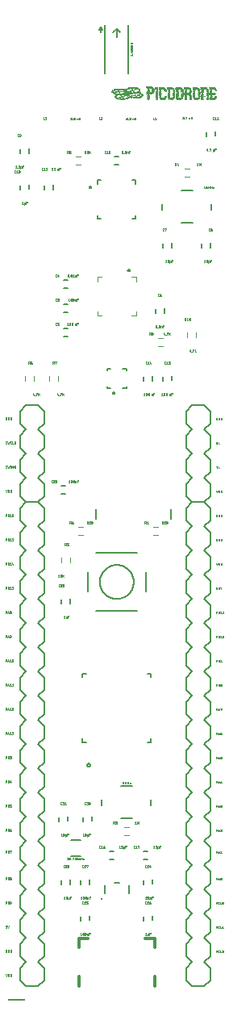
<source format=gbr>
G04 EAGLE Gerber RS-274X export*
G75*
%MOMM*%
%FSLAX34Y34*%
%LPD*%
%INSilkscreen Top*%
%IPPOS*%
%AMOC8*
5,1,8,0,0,1.08239X$1,22.5*%
G01*
%ADD10R,0.101600X0.025400*%
%ADD11R,0.050800X0.025400*%
%ADD12R,0.177800X0.025400*%
%ADD13R,0.025400X0.025400*%
%ADD14R,0.228600X0.025400*%
%ADD15R,0.076200X0.025400*%
%ADD16R,0.584200X0.025400*%
%ADD17R,0.203200X0.025400*%
%ADD18R,0.254000X0.025400*%
%ADD19R,0.304800X0.025400*%
%ADD20R,0.457200X0.025400*%
%ADD21R,0.152400X0.025400*%
%ADD22R,0.279400X0.025400*%
%ADD23R,0.355600X0.025400*%
%ADD24R,0.508000X0.025400*%
%ADD25R,0.127000X0.025400*%
%ADD26R,0.609600X0.025400*%
%ADD27R,0.533400X0.025400*%
%ADD28R,0.990600X0.025400*%
%ADD29R,0.558800X0.025400*%
%ADD30R,1.016000X0.025400*%
%ADD31R,0.482600X0.025400*%
%ADD32R,0.431800X0.025400*%
%ADD33R,0.660400X0.025400*%
%ADD34R,0.685800X0.025400*%
%ADD35R,0.711200X0.025400*%
%ADD36R,0.330200X0.025400*%
%ADD37R,0.736600X0.025400*%
%ADD38R,1.143000X0.025400*%
%ADD39R,1.168400X0.025400*%
%ADD40R,0.381000X0.025400*%
%ADD41R,0.635000X0.025400*%
%ADD42R,0.406400X0.025400*%
%ADD43C,0.000000*%
%ADD44C,0.025400*%
%ADD45C,0.127000*%
%ADD46C,0.203200*%
%ADD47C,0.304800*%
%ADD48C,0.120000*%
%ADD49C,0.050800*%
%ADD50C,0.200000*%
%ADD51C,0.254000*%


D10*
X147193Y942086D03*
D11*
X171831Y942086D03*
D12*
X187452Y942086D03*
D11*
X192405Y942086D03*
X198247Y942086D03*
D10*
X204089Y942086D03*
D13*
X205486Y942086D03*
D10*
X212725Y942086D03*
D13*
X214376Y942086D03*
D10*
X215519Y942086D03*
D13*
X147828Y942086D03*
X156464Y942086D03*
X171196Y942086D03*
X172466Y942086D03*
D14*
X178562Y942086D03*
D13*
X180594Y942086D03*
X186436Y942086D03*
D15*
X191770Y942086D03*
D11*
X192913Y942086D03*
D13*
X197612Y942086D03*
D11*
X204851Y942086D03*
X213487Y942086D03*
D13*
X214630Y942086D03*
X216154Y942086D03*
D16*
X120396Y942340D03*
D17*
X147701Y942340D03*
D11*
X156337Y942340D03*
D15*
X157226Y942340D03*
D18*
X162941Y942340D03*
D19*
X171831Y942340D03*
D20*
X179705Y942340D03*
D12*
X187452Y942340D03*
D21*
X192151Y942340D03*
D22*
X198374Y942340D03*
D13*
X203708Y942340D03*
D10*
X205105Y942340D03*
D12*
X210058Y942340D03*
D23*
X213995Y942340D03*
D10*
X216535Y942340D03*
D13*
X161544Y942340D03*
X164338Y942340D03*
X173482Y942340D03*
X186436Y942340D03*
X199898Y942340D03*
X209042Y942340D03*
D16*
X120396Y942594D03*
D17*
X147701Y942594D03*
D12*
X156718Y942594D03*
D19*
X163195Y942594D03*
D12*
X170942Y942594D03*
D11*
X172593Y942594D03*
D15*
X173482Y942594D03*
D24*
X179959Y942594D03*
D12*
X187452Y942594D03*
D11*
X191643Y942594D03*
D15*
X192532Y942594D03*
D17*
X197485Y942594D03*
D11*
X199009Y942594D03*
D15*
X199898Y942594D03*
D25*
X204216Y942594D03*
D13*
X205486Y942594D03*
D21*
X210185Y942594D03*
D17*
X213487Y942594D03*
D19*
X216281Y942594D03*
D13*
X117348Y942594D03*
D15*
X161290Y942594D03*
D13*
X169926Y942594D03*
X186436Y942594D03*
X196342Y942594D03*
X200406Y942594D03*
X209042Y942594D03*
D26*
X120269Y942848D03*
D17*
X147701Y942848D03*
D12*
X156718Y942848D03*
D20*
X162941Y942848D03*
D14*
X170688Y942848D03*
D15*
X172720Y942848D03*
X173736Y942848D03*
D27*
X180086Y942848D03*
D12*
X187452Y942848D03*
D21*
X192151Y942848D03*
D17*
X197231Y942848D03*
D15*
X199136Y942848D03*
X200152Y942848D03*
D17*
X204597Y942848D03*
D21*
X209931Y942848D03*
D11*
X212471Y942848D03*
D24*
X215519Y942848D03*
D12*
X116332Y942848D03*
X124460Y942848D03*
D13*
X172212Y942848D03*
X177292Y942848D03*
X182880Y942848D03*
X186436Y942848D03*
X209042Y942848D03*
X212090Y942848D03*
X218186Y942848D03*
D28*
X120396Y943102D03*
D11*
X146939Y943102D03*
D25*
X148082Y943102D03*
D12*
X156718Y943102D03*
D24*
X162941Y943102D03*
D18*
X170561Y943102D03*
D12*
X173228Y943102D03*
D29*
X180213Y943102D03*
D21*
X187579Y943102D03*
X192151Y943102D03*
D14*
X197104Y943102D03*
X199898Y943102D03*
D11*
X203835Y943102D03*
X205359Y943102D03*
D21*
X209931Y943102D03*
D12*
X213106Y943102D03*
D17*
X215519Y943102D03*
D11*
X217043Y943102D03*
X218059Y943102D03*
D13*
X115316Y943102D03*
X165608Y943102D03*
X171958Y943102D03*
X177292Y943102D03*
X183134Y943102D03*
X193040Y943102D03*
D11*
X198501Y943102D03*
D13*
X204724Y943102D03*
X210820Y943102D03*
X214376Y943102D03*
X217678Y943102D03*
D30*
X120269Y943356D03*
D17*
X147701Y943356D03*
D12*
X156718Y943356D03*
D29*
X162941Y943356D03*
D22*
X170434Y943356D03*
D14*
X173482Y943356D03*
D16*
X180340Y943356D03*
D12*
X187452Y943356D03*
D11*
X191643Y943356D03*
X192659Y943356D03*
D22*
X196850Y943356D03*
D14*
X199898Y943356D03*
D13*
X203708Y943356D03*
D11*
X204343Y943356D03*
X205359Y943356D03*
D13*
X209296Y943356D03*
D10*
X210185Y943356D03*
D17*
X213233Y943356D03*
D10*
X215011Y943356D03*
D18*
X217297Y943356D03*
D15*
X114808Y943356D03*
X125984Y943356D03*
D13*
X165862Y943356D03*
X174752Y943356D03*
X177292Y943356D03*
X193040Y943356D03*
X198628Y943356D03*
X204724Y943356D03*
X210820Y943356D03*
X215646Y943356D03*
D14*
X115570Y943610D03*
D15*
X121920Y943610D03*
D14*
X125222Y943610D03*
D17*
X147701Y943610D03*
D25*
X156464Y943610D03*
D26*
X162941Y943610D03*
D16*
X171958Y943610D03*
D31*
X179832Y943610D03*
D10*
X183007Y943610D03*
D12*
X187452Y943610D03*
D21*
X192151Y943610D03*
D16*
X198374Y943610D03*
D12*
X204470Y943610D03*
D21*
X209931Y943610D03*
D10*
X212725Y943610D03*
D23*
X215519Y943610D03*
D25*
X218186Y943610D03*
D13*
X114300Y943610D03*
D32*
X119126Y943610D03*
D25*
X123190Y943610D03*
D13*
X177292Y943610D03*
X201422Y943610D03*
X205486Y943610D03*
X213360Y943610D03*
X218948Y943610D03*
D14*
X115316Y943864D03*
D15*
X121920Y943864D03*
D14*
X125222Y943864D03*
D17*
X147701Y943864D03*
D12*
X156718Y943864D03*
D33*
X162941Y943864D03*
D11*
X169291Y943864D03*
D24*
X172593Y943864D03*
D15*
X177800Y943864D03*
D20*
X180721Y943864D03*
D13*
X183642Y943864D03*
D12*
X187452Y943864D03*
D25*
X192024Y943864D03*
D11*
X195707Y943864D03*
D31*
X199136Y943864D03*
D10*
X204089Y943864D03*
D15*
X209550Y943864D03*
X210566Y943864D03*
D25*
X212852Y943864D03*
D27*
X216408Y943864D03*
D13*
X114046Y943864D03*
D15*
X127000Y943864D03*
D33*
X134747Y943864D03*
D13*
X169672Y943864D03*
X177292Y943864D03*
X183388Y943864D03*
X183896Y943864D03*
X191262Y943864D03*
X204978Y943864D03*
X205486Y943864D03*
D25*
X114554Y944118D03*
D11*
X121793Y944118D03*
D12*
X126492Y944118D03*
D34*
X134620Y944118D03*
D17*
X147701Y944118D03*
D12*
X156718Y944118D03*
D22*
X161036Y944118D03*
X164846Y944118D03*
X169926Y944118D03*
D25*
X173482Y944118D03*
D15*
X174752Y944118D03*
X177800Y944118D03*
D10*
X178943Y944118D03*
D22*
X182626Y944118D03*
D12*
X187452Y944118D03*
D21*
X192151Y944118D03*
D18*
X196469Y944118D03*
D25*
X199898Y944118D03*
D15*
X201168Y944118D03*
D11*
X203835Y944118D03*
D10*
X204851Y944118D03*
D21*
X209931Y944118D03*
X213995Y944118D03*
D13*
X216916Y944118D03*
D10*
X218059Y944118D03*
D13*
X113792Y944118D03*
D15*
X115824Y944118D03*
D13*
X116586Y944118D03*
X121412Y944118D03*
X122174Y944118D03*
D10*
X124841Y944118D03*
D13*
X138176Y944118D03*
X157734Y944118D03*
X166370Y944118D03*
X172720Y944118D03*
X174244Y944118D03*
D10*
X179959Y944118D03*
D13*
X181102Y944118D03*
X191262Y944118D03*
X199136Y944118D03*
X200660Y944118D03*
X201676Y944118D03*
X205486Y944118D03*
D11*
X212979Y944118D03*
D13*
X217170Y944118D03*
X218694Y944118D03*
X219202Y944118D03*
D25*
X114300Y944372D03*
D11*
X121539Y944372D03*
D17*
X126619Y944372D03*
D35*
X134747Y944372D03*
D17*
X147701Y944372D03*
D13*
X155956Y944372D03*
D25*
X156972Y944372D03*
D14*
X160782Y944372D03*
D18*
X165227Y944372D03*
D17*
X169545Y944372D03*
D25*
X173736Y944372D03*
D15*
X175006Y944372D03*
D17*
X178435Y944372D03*
D21*
X182499Y944372D03*
D13*
X183896Y944372D03*
D12*
X187452Y944372D03*
D21*
X192151Y944372D03*
D17*
X195961Y944372D03*
D10*
X200279Y944372D03*
D15*
X201422Y944372D03*
D13*
X203708Y944372D03*
X204470Y944372D03*
X204978Y944372D03*
X205486Y944372D03*
D12*
X210058Y944372D03*
D11*
X213233Y944372D03*
D10*
X214249Y944372D03*
D15*
X217678Y944372D03*
D11*
X219075Y944372D03*
D12*
X117602Y944372D03*
D13*
X121158Y944372D03*
X127762Y944372D03*
D12*
X130048Y944372D03*
D25*
X138938Y944372D03*
D13*
X148844Y944372D03*
X183388Y944372D03*
X184150Y944372D03*
X186436Y944372D03*
X191262Y944372D03*
X212852Y944372D03*
X218440Y944372D03*
D15*
X113792Y944626D03*
X118364Y944626D03*
D11*
X121285Y944626D03*
D25*
X127254Y944626D03*
D31*
X131572Y944626D03*
D32*
X137414Y944626D03*
D25*
X147320Y944626D03*
D13*
X148590Y944626D03*
D21*
X156591Y944626D03*
D14*
X160528Y944626D03*
D17*
X165481Y944626D03*
D15*
X168910Y944626D03*
X170180Y944626D03*
D10*
X174117Y944626D03*
D11*
X175133Y944626D03*
D12*
X178308Y944626D03*
X183134Y944626D03*
X187452Y944626D03*
X192278Y944626D03*
D15*
X195326Y944626D03*
X196596Y944626D03*
D10*
X200533Y944626D03*
D11*
X201549Y944626D03*
X203835Y944626D03*
D15*
X205232Y944626D03*
D12*
X210058Y944626D03*
D15*
X214376Y944626D03*
D13*
X217678Y944626D03*
D15*
X218948Y944626D03*
D13*
X113284Y944626D03*
D11*
X114681Y944626D03*
D15*
X117348Y944626D03*
D13*
X120904Y944626D03*
X121666Y944626D03*
D15*
X125984Y944626D03*
D11*
X134747Y944626D03*
D13*
X139700Y944626D03*
X148844Y944626D03*
X168402Y944626D03*
X177292Y944626D03*
X186436Y944626D03*
X196088Y944626D03*
D11*
X204343Y944626D03*
D13*
X212852Y944626D03*
D11*
X213741Y944626D03*
D13*
X219456Y944626D03*
D15*
X113538Y944880D03*
D11*
X118491Y944880D03*
X121031Y944880D03*
D25*
X127254Y944880D03*
D20*
X131445Y944880D03*
X137541Y944880D03*
D12*
X147574Y944880D03*
D11*
X156083Y944880D03*
D10*
X157099Y944880D03*
D17*
X160401Y944880D03*
D12*
X165608Y944880D03*
D25*
X168910Y944880D03*
D13*
X170180Y944880D03*
D25*
X174244Y944880D03*
D13*
X175260Y944880D03*
D25*
X178054Y944880D03*
D11*
X179197Y944880D03*
D17*
X183261Y944880D03*
D12*
X187452Y944880D03*
D15*
X191770Y944880D03*
X192786Y944880D03*
D10*
X195453Y944880D03*
D13*
X196596Y944880D03*
D25*
X200660Y944880D03*
D13*
X201676Y944880D03*
D15*
X204724Y944880D03*
D12*
X210058Y944880D03*
D13*
X213360Y944880D03*
D15*
X214376Y944880D03*
D25*
X218186Y944880D03*
D13*
X219202Y944880D03*
X118110Y944880D03*
D15*
X119380Y944880D03*
D13*
X120650Y944880D03*
D15*
X128524Y944880D03*
D13*
X133858Y944880D03*
D15*
X140208Y944880D03*
D13*
X159258Y944880D03*
X166624Y944880D03*
X177292Y944880D03*
X196342Y944880D03*
X196850Y944880D03*
X201930Y944880D03*
X204216Y944880D03*
X205232Y944880D03*
X213106Y944880D03*
D10*
X113411Y945134D03*
D15*
X120904Y945134D03*
D36*
X128778Y945134D03*
D11*
X135509Y945134D03*
D12*
X139700Y945134D03*
D15*
X147066Y945134D03*
D10*
X148209Y945134D03*
D13*
X155956Y945134D03*
D25*
X156972Y945134D03*
D12*
X160274Y945134D03*
D17*
X165735Y945134D03*
X169291Y945134D03*
D11*
X174117Y945134D03*
D15*
X175006Y945134D03*
D12*
X178308Y945134D03*
X183388Y945134D03*
D13*
X187198Y945134D03*
D15*
X187960Y945134D03*
X191770Y945134D03*
D13*
X192786Y945134D03*
D17*
X195707Y945134D03*
D11*
X200533Y945134D03*
D15*
X201422Y945134D03*
D13*
X203708Y945134D03*
D10*
X204597Y945134D03*
D12*
X210058Y945134D03*
D15*
X213360Y945134D03*
D11*
X214503Y945134D03*
D10*
X218313Y945134D03*
D13*
X219456Y945134D03*
X112776Y945134D03*
D10*
X118999Y945134D03*
D13*
X126746Y945134D03*
D22*
X132080Y945134D03*
X137160Y945134D03*
D13*
X147574Y945134D03*
X161290Y945134D03*
X173736Y945134D03*
X175514Y945134D03*
X192278Y945134D03*
X203962Y945134D03*
D10*
X113411Y945388D03*
D15*
X120904Y945388D03*
D36*
X128778Y945388D03*
D11*
X135255Y945388D03*
D12*
X139954Y945388D03*
D17*
X147701Y945388D03*
D21*
X156845Y945388D03*
D12*
X160274Y945388D03*
D17*
X165735Y945388D03*
D12*
X169164Y945388D03*
D21*
X174625Y945388D03*
D15*
X177800Y945388D03*
X179070Y945388D03*
D12*
X183388Y945388D03*
X187452Y945388D03*
D21*
X192151Y945388D03*
D17*
X195707Y945388D03*
D12*
X201168Y945388D03*
X204470Y945388D03*
X210058Y945388D03*
X213868Y945388D03*
X218694Y945388D03*
D13*
X112776Y945388D03*
X130556Y945388D03*
X134874Y945388D03*
X135636Y945388D03*
D11*
X141351Y945388D03*
D13*
X157734Y945388D03*
X184404Y945388D03*
X186436Y945388D03*
X217678Y945388D03*
D10*
X113411Y945642D03*
D12*
X128016Y945642D03*
D11*
X135255Y945642D03*
D12*
X140716Y945642D03*
D17*
X147701Y945642D03*
D10*
X157099Y945642D03*
D12*
X160274Y945642D03*
X165862Y945642D03*
D13*
X168402Y945642D03*
X169164Y945642D03*
X169926Y945642D03*
D12*
X174752Y945642D03*
D13*
X177546Y945642D03*
D10*
X178943Y945642D03*
D21*
X183515Y945642D03*
D10*
X187071Y945642D03*
D11*
X188087Y945642D03*
D25*
X192278Y945642D03*
D11*
X194945Y945642D03*
D13*
X195580Y945642D03*
D11*
X196469Y945642D03*
D12*
X201168Y945642D03*
D11*
X203835Y945642D03*
D10*
X205105Y945642D03*
D21*
X209931Y945642D03*
X213995Y945642D03*
D12*
X218694Y945642D03*
D13*
X112776Y945642D03*
D15*
X120904Y945642D03*
D25*
X129794Y945642D03*
D11*
X139319Y945642D03*
D13*
X141732Y945642D03*
X148844Y945642D03*
D15*
X156210Y945642D03*
D13*
X169418Y945642D03*
X170180Y945642D03*
X177292Y945642D03*
X182626Y945642D03*
X186436Y945642D03*
X187706Y945642D03*
X195834Y945642D03*
D11*
X204343Y945642D03*
D13*
X217678Y945642D03*
D10*
X113411Y945896D03*
D12*
X128016Y945896D03*
D11*
X135255Y945896D03*
D21*
X140843Y945896D03*
D17*
X147701Y945896D03*
D15*
X156210Y945896D03*
D11*
X157353Y945896D03*
D12*
X160274Y945896D03*
D13*
X165100Y945896D03*
D11*
X165735Y945896D03*
D13*
X166624Y945896D03*
X168402Y945896D03*
D10*
X169545Y945896D03*
D15*
X174244Y945896D03*
D13*
X175514Y945896D03*
D11*
X177673Y945896D03*
X178943Y945896D03*
D25*
X183388Y945896D03*
D21*
X187579Y945896D03*
D13*
X191516Y945896D03*
D25*
X192532Y945896D03*
D13*
X194818Y945896D03*
D10*
X195961Y945896D03*
D15*
X200660Y945896D03*
D13*
X201930Y945896D03*
X203962Y945896D03*
D15*
X205232Y945896D03*
D21*
X209931Y945896D03*
D11*
X214503Y945896D03*
D13*
X112776Y945896D03*
X120142Y945896D03*
D12*
X122428Y945896D03*
D13*
X126746Y945896D03*
X141732Y945896D03*
X156718Y945896D03*
X166370Y945896D03*
X168656Y945896D03*
X178562Y945896D03*
X182626Y945896D03*
X184150Y945896D03*
X191262Y945896D03*
X196596Y945896D03*
X204216Y945896D03*
D11*
X213487Y945896D03*
D15*
X113538Y946150D03*
D11*
X120015Y946150D03*
X123063Y946150D03*
D17*
X127635Y946150D03*
D13*
X135128Y946150D03*
D15*
X141224Y946150D03*
D17*
X147701Y946150D03*
D11*
X156083Y946150D03*
D10*
X157099Y946150D03*
D12*
X160274Y946150D03*
D21*
X169037Y946150D03*
D15*
X174244Y946150D03*
X175260Y946150D03*
X177800Y946150D03*
D13*
X178816Y946150D03*
X179324Y946150D03*
D11*
X183007Y946150D03*
X184277Y946150D03*
D13*
X186690Y946150D03*
D25*
X187706Y946150D03*
D21*
X192151Y946150D03*
X195453Y946150D03*
D15*
X200660Y946150D03*
D11*
X201803Y946150D03*
D25*
X204216Y946150D03*
D11*
X205359Y946150D03*
D21*
X209931Y946150D03*
D11*
X213487Y946150D03*
D15*
X214376Y946150D03*
D13*
X119634Y946150D03*
D25*
X122174Y946150D03*
D13*
X128778Y946150D03*
X135382Y946150D03*
D11*
X140335Y946150D03*
D13*
X141732Y946150D03*
X156464Y946150D03*
X169926Y946150D03*
X174752Y946150D03*
X177292Y946150D03*
X182626Y946150D03*
D11*
X183515Y946150D03*
D13*
X186944Y946150D03*
D11*
X196469Y946150D03*
D13*
X201168Y946150D03*
X204978Y946150D03*
X213868Y946150D03*
D15*
X113792Y946404D03*
X119888Y946404D03*
D11*
X123317Y946404D03*
D17*
X127381Y946404D03*
D15*
X141478Y946404D03*
D11*
X146939Y946404D03*
X147701Y946404D03*
D13*
X155956Y946404D03*
X156718Y946404D03*
X157480Y946404D03*
D17*
X160147Y946404D03*
D11*
X168529Y946404D03*
D15*
X169418Y946404D03*
D10*
X174371Y946404D03*
D13*
X175260Y946404D03*
D11*
X177673Y946404D03*
D25*
X178816Y946404D03*
D21*
X183515Y946404D03*
D12*
X187452Y946404D03*
X192024Y946404D03*
D21*
X195453Y946404D03*
D10*
X200787Y946404D03*
D11*
X201803Y946404D03*
X203835Y946404D03*
D13*
X205486Y946404D03*
D21*
X209931Y946404D03*
D13*
X213614Y946404D03*
X214630Y946404D03*
X113284Y946404D03*
D11*
X114681Y946404D03*
D13*
X122936Y946404D03*
D25*
X124206Y946404D03*
D13*
X126238Y946404D03*
D32*
X131826Y946404D03*
D13*
X135128Y946404D03*
X142240Y946404D03*
X148082Y946404D03*
D11*
X148717Y946404D03*
D13*
X156210Y946404D03*
D11*
X157099Y946404D03*
D13*
X170180Y946404D03*
X177292Y946404D03*
X178054Y946404D03*
X182626Y946404D03*
X184404Y946404D03*
X193040Y946404D03*
X196596Y946404D03*
D11*
X204343Y946404D03*
X205105Y946404D03*
D13*
X214122Y946404D03*
D21*
X114173Y946658D03*
D13*
X119634Y946658D03*
D11*
X124587Y946658D03*
D12*
X127000Y946658D03*
D25*
X141732Y946658D03*
D17*
X147701Y946658D03*
D13*
X155956Y946658D03*
D15*
X156718Y946658D03*
D17*
X160147Y946658D03*
D13*
X168402Y946658D03*
D11*
X169291Y946658D03*
D13*
X169926Y946658D03*
D15*
X174244Y946658D03*
D13*
X175260Y946658D03*
D15*
X177800Y946658D03*
X179070Y946658D03*
D13*
X182880Y946658D03*
D11*
X183515Y946658D03*
X184277Y946658D03*
D12*
X187452Y946658D03*
D10*
X192151Y946658D03*
D13*
X194818Y946658D03*
D11*
X195707Y946658D03*
X196469Y946658D03*
D15*
X200660Y946658D03*
D13*
X201676Y946658D03*
X203708Y946658D03*
D10*
X204597Y946658D03*
D15*
X209550Y946658D03*
D11*
X210439Y946658D03*
D15*
X213360Y946658D03*
D11*
X214503Y946658D03*
D13*
X113284Y946658D03*
X119380Y946658D03*
D25*
X123698Y946658D03*
D13*
X128270Y946658D03*
D32*
X131826Y946658D03*
D13*
X140970Y946658D03*
X148844Y946658D03*
X156210Y946658D03*
X168656Y946658D03*
X174752Y946658D03*
X177292Y946658D03*
X186436Y946658D03*
X191008Y946658D03*
X192786Y946658D03*
X201422Y946658D03*
X205486Y946658D03*
D11*
X213995Y946658D03*
D12*
X114300Y946912D03*
D11*
X119507Y946912D03*
X124841Y946912D03*
D12*
X127000Y946912D03*
D25*
X141732Y946912D03*
D17*
X147701Y946912D03*
D21*
X156845Y946912D03*
D11*
X159385Y946912D03*
D25*
X160528Y946912D03*
D13*
X168402Y946912D03*
D10*
X169291Y946912D03*
D13*
X174244Y946912D03*
X174752Y946912D03*
D15*
X177800Y946912D03*
X179070Y946912D03*
D25*
X183388Y946912D03*
D21*
X187579Y946912D03*
D17*
X191897Y946912D03*
D13*
X194818Y946912D03*
D15*
X195834Y946912D03*
D13*
X200660Y946912D03*
X201168Y946912D03*
D21*
X204343Y946912D03*
D12*
X209804Y946912D03*
X213868Y946912D03*
D13*
X113284Y946912D03*
D11*
X115697Y946912D03*
D13*
X119126Y946912D03*
D15*
X125476Y946912D03*
D23*
X137287Y946912D03*
D13*
X140970Y946912D03*
X155956Y946912D03*
X170180Y946912D03*
X173990Y946912D03*
D15*
X175260Y946912D03*
D13*
X182626Y946912D03*
X184150Y946912D03*
X186436Y946912D03*
X205486Y946912D03*
X210820Y946912D03*
D12*
X115062Y947166D03*
D15*
X119380Y947166D03*
D36*
X126238Y947166D03*
D13*
X134366Y947166D03*
D25*
X141732Y947166D03*
D17*
X147701Y947166D03*
D11*
X156083Y947166D03*
D15*
X157226Y947166D03*
D17*
X160147Y947166D03*
D13*
X168910Y947166D03*
X173990Y947166D03*
X174752Y947166D03*
X175514Y947166D03*
D17*
X178435Y947166D03*
D15*
X183134Y947166D03*
D13*
X184404Y947166D03*
D12*
X187452Y947166D03*
D10*
X191135Y947166D03*
D11*
X192405Y947166D03*
D13*
X195326Y947166D03*
X196088Y947166D03*
X196596Y947166D03*
X200406Y947166D03*
X201168Y947166D03*
X201930Y947166D03*
D11*
X203835Y947166D03*
D13*
X204978Y947166D03*
X205486Y947166D03*
D12*
X209804Y947166D03*
D11*
X213233Y947166D03*
D13*
X213868Y947166D03*
D11*
X214503Y947166D03*
D15*
X113792Y947166D03*
D13*
X118872Y947166D03*
D23*
X137287Y947166D03*
D13*
X140970Y947166D03*
D11*
X156591Y947166D03*
X168529Y947166D03*
D13*
X169418Y947166D03*
X175006Y947166D03*
X186436Y947166D03*
X190500Y947166D03*
X192024Y947166D03*
X195072Y947166D03*
X195834Y947166D03*
X196342Y947166D03*
X201422Y947166D03*
X205232Y947166D03*
X210820Y947166D03*
D12*
X115316Y947420D03*
D10*
X119253Y947420D03*
D36*
X126238Y947420D03*
D13*
X134366Y947420D03*
D25*
X141732Y947420D03*
D17*
X147701Y947420D03*
D11*
X156083Y947420D03*
X157353Y947420D03*
D21*
X159893Y947420D03*
D13*
X161036Y947420D03*
D11*
X168529Y947420D03*
D13*
X169164Y947420D03*
D11*
X169799Y947420D03*
D12*
X174752Y947420D03*
D11*
X177673Y947420D03*
D10*
X178943Y947420D03*
D12*
X183642Y947420D03*
D10*
X186309Y947420D03*
X187833Y947420D03*
D25*
X191008Y947420D03*
D11*
X192405Y947420D03*
X194945Y947420D03*
X196215Y947420D03*
D12*
X201168Y947420D03*
D17*
X204597Y947420D03*
D21*
X209931Y947420D03*
D15*
X213360Y947420D03*
D13*
X214376Y947420D03*
X114300Y947420D03*
D14*
X117602Y947420D03*
D22*
X122936Y947420D03*
D13*
X128270Y947420D03*
X140970Y947420D03*
D11*
X156845Y947420D03*
D13*
X169418Y947420D03*
X170180Y947420D03*
X185674Y947420D03*
D25*
X189230Y947420D03*
D13*
X190246Y947420D03*
X195834Y947420D03*
X213868Y947420D03*
X214630Y947420D03*
D16*
X117348Y947674D03*
D35*
X124841Y947674D03*
D11*
X134239Y947674D03*
D15*
X141478Y947674D03*
D17*
X147701Y947674D03*
D10*
X156591Y947674D03*
D13*
X157480Y947674D03*
X159258Y947674D03*
D25*
X160528Y947674D03*
D11*
X168529Y947674D03*
X169291Y947674D03*
D13*
X169926Y947674D03*
D12*
X174752Y947674D03*
D15*
X177546Y947674D03*
D10*
X178943Y947674D03*
D15*
X183134Y947674D03*
X184150Y947674D03*
D13*
X185928Y947674D03*
D11*
X186563Y947674D03*
D15*
X187706Y947674D03*
X188722Y947674D03*
D13*
X189484Y947674D03*
X190246Y947674D03*
D10*
X191135Y947674D03*
D11*
X192151Y947674D03*
X194945Y947674D03*
X195707Y947674D03*
D13*
X196342Y947674D03*
D12*
X201168Y947674D03*
D21*
X204851Y947674D03*
D11*
X209169Y947674D03*
X210439Y947674D03*
D13*
X212344Y947674D03*
D10*
X213233Y947674D03*
X214503Y947674D03*
D18*
X216535Y947674D03*
D13*
X114300Y947674D03*
X121158Y947674D03*
X142240Y947674D03*
X155956Y947674D03*
X157226Y947674D03*
D11*
X159639Y947674D03*
D13*
X170180Y947674D03*
X178054Y947674D03*
X185674Y947674D03*
X189230Y947674D03*
D11*
X189865Y947674D03*
D13*
X191770Y947674D03*
X203708Y947674D03*
X212090Y947674D03*
X213868Y947674D03*
D26*
X117221Y947928D03*
D37*
X124714Y947928D03*
D11*
X134239Y947928D03*
D15*
X141224Y947928D03*
D20*
X148463Y947928D03*
D13*
X155956Y947928D03*
X156718Y947928D03*
D15*
X159512Y947928D03*
D10*
X160655Y947928D03*
D13*
X168402Y947928D03*
D25*
X169418Y947928D03*
D10*
X174879Y947928D03*
D17*
X178435Y947928D03*
D13*
X182626Y947928D03*
D10*
X184023Y947928D03*
D15*
X186436Y947928D03*
X187452Y947928D03*
D12*
X189484Y947928D03*
D13*
X191262Y947928D03*
D12*
X195580Y947928D03*
D25*
X201422Y947928D03*
D15*
X204216Y947928D03*
D11*
X205359Y947928D03*
D25*
X209550Y947928D03*
D17*
X213233Y947928D03*
D13*
X214630Y947928D03*
X215392Y947928D03*
D17*
X217043Y947928D03*
D12*
X113284Y947928D03*
D15*
X129032Y947928D03*
D11*
X140335Y947928D03*
D13*
X150876Y947928D03*
X156210Y947928D03*
X170180Y947928D03*
D11*
X174117Y947928D03*
D13*
X177292Y947928D03*
D11*
X188341Y947928D03*
X200533Y947928D03*
D13*
X204978Y947928D03*
X210312Y947928D03*
X212090Y947928D03*
X215138Y947928D03*
D38*
X118110Y948182D03*
D31*
X127000Y948182D03*
D13*
X134112Y948182D03*
D25*
X140716Y948182D03*
D10*
X146431Y948182D03*
D20*
X149479Y948182D03*
D12*
X156718Y948182D03*
D17*
X160147Y948182D03*
D13*
X168656Y948182D03*
D10*
X169545Y948182D03*
D15*
X174498Y948182D03*
D21*
X178181Y948182D03*
D17*
X183515Y948182D03*
D15*
X186690Y948182D03*
D13*
X187706Y948182D03*
X188468Y948182D03*
D15*
X189230Y948182D03*
D21*
X191135Y948182D03*
D13*
X195072Y948182D03*
D10*
X195961Y948182D03*
D15*
X201168Y948182D03*
D13*
X201930Y948182D03*
D11*
X203835Y948182D03*
D13*
X204724Y948182D03*
X205486Y948182D03*
D12*
X209804Y948182D03*
D25*
X212852Y948182D03*
D10*
X214249Y948182D03*
D22*
X216662Y948182D03*
D13*
X112268Y948182D03*
X134366Y948182D03*
X168910Y948182D03*
D11*
X173863Y948182D03*
D13*
X177292Y948182D03*
X179324Y948182D03*
X185674Y948182D03*
D11*
X190119Y948182D03*
D13*
X195326Y948182D03*
X201676Y948182D03*
X204470Y948182D03*
X212090Y948182D03*
X218186Y948182D03*
D39*
X117983Y948436D03*
D31*
X127000Y948436D03*
D25*
X140462Y948436D03*
D15*
X146304Y948436D03*
D23*
X149479Y948436D03*
D13*
X151638Y948436D03*
D12*
X156718Y948436D03*
D17*
X160147Y948436D03*
D13*
X168402Y948436D03*
D15*
X169672Y948436D03*
D11*
X174879Y948436D03*
D15*
X177800Y948436D03*
D10*
X178943Y948436D03*
D13*
X182626Y948436D03*
D25*
X183896Y948436D03*
D10*
X187579Y948436D03*
D21*
X189103Y948436D03*
D11*
X190373Y948436D03*
X191643Y948436D03*
D13*
X194818Y948436D03*
D11*
X196215Y948436D03*
X201295Y948436D03*
D17*
X204597Y948436D03*
D21*
X209931Y948436D03*
D11*
X212471Y948436D03*
X213487Y948436D03*
D15*
X214630Y948436D03*
D22*
X216662Y948436D03*
D15*
X111760Y948436D03*
D13*
X124460Y948436D03*
D10*
X130175Y948436D03*
D13*
X134112Y948436D03*
D10*
X139065Y948436D03*
D11*
X146939Y948436D03*
D13*
X151892Y948436D03*
X157734Y948436D03*
X169164Y948436D03*
X170180Y948436D03*
X173990Y948436D03*
X174498Y948436D03*
D11*
X175387Y948436D03*
D13*
X178308Y948436D03*
X185674Y948436D03*
X186182Y948436D03*
D11*
X195453Y948436D03*
D13*
X200914Y948436D03*
X201930Y948436D03*
X212090Y948436D03*
X213106Y948436D03*
X213868Y948436D03*
X218186Y948436D03*
D14*
X112522Y948690D03*
D10*
X118237Y948690D03*
D22*
X122428Y948690D03*
X122428Y948182D03*
X129540Y948690D03*
D14*
X139700Y948690D03*
D10*
X146177Y948690D03*
D12*
X148082Y948690D03*
D13*
X149606Y948690D03*
D15*
X150622Y948690D03*
D13*
X151638Y948690D03*
D10*
X156337Y948690D03*
D12*
X160274Y948690D03*
D15*
X168656Y948690D03*
D13*
X169672Y948690D03*
D10*
X174879Y948690D03*
D17*
X178435Y948690D03*
D13*
X182880Y948690D03*
D15*
X183896Y948690D03*
X186182Y948690D03*
X187198Y948690D03*
D13*
X188214Y948690D03*
D11*
X189103Y948690D03*
D14*
X191008Y948690D03*
D15*
X195072Y948690D03*
D13*
X196088Y948690D03*
D10*
X201295Y948690D03*
D12*
X204470Y948690D03*
D15*
X209550Y948690D03*
X210566Y948690D03*
D11*
X212471Y948690D03*
D15*
X213614Y948690D03*
D40*
X216154Y948690D03*
X115824Y948690D03*
D12*
X119888Y948690D03*
D13*
X124460Y948690D03*
X127762Y948690D03*
X134112Y948690D03*
X151130Y948690D03*
D11*
X152019Y948690D03*
D13*
X157734Y948690D03*
X170180Y948690D03*
D11*
X174117Y948690D03*
D13*
X175514Y948690D03*
D11*
X183261Y948690D03*
D13*
X187960Y948690D03*
X188468Y948690D03*
D11*
X189611Y948690D03*
X200533Y948690D03*
D13*
X201930Y948690D03*
X210058Y948690D03*
X212090Y948690D03*
X218186Y948690D03*
D14*
X112268Y948944D03*
D11*
X118237Y948944D03*
D22*
X122428Y948944D03*
X125984Y948944D03*
X129540Y948944D03*
D11*
X133985Y948944D03*
D14*
X139446Y948944D03*
D25*
X146304Y948944D03*
D22*
X148590Y948944D03*
D17*
X151511Y948944D03*
D13*
X156210Y948944D03*
D11*
X156845Y948944D03*
D13*
X157480Y948944D03*
D12*
X160274Y948944D03*
D15*
X168656Y948944D03*
D11*
X169799Y948944D03*
D21*
X174625Y948944D03*
D17*
X178435Y948944D03*
D21*
X183515Y948944D03*
D15*
X186182Y948944D03*
D11*
X187071Y948944D03*
D10*
X188595Y948944D03*
D15*
X189992Y948944D03*
D12*
X191516Y948944D03*
D15*
X195072Y948944D03*
D11*
X196215Y948944D03*
D21*
X201041Y948944D03*
D15*
X203962Y948944D03*
D11*
X205359Y948944D03*
D12*
X210058Y948944D03*
D16*
X215138Y948944D03*
D13*
X117856Y948944D03*
X120904Y948944D03*
D14*
X132334Y948944D03*
D40*
X136144Y948944D03*
D13*
X150368Y948944D03*
X155956Y948944D03*
X170180Y948944D03*
X175514Y948944D03*
X187452Y948944D03*
X189230Y948944D03*
X195834Y948944D03*
X204724Y948944D03*
X212090Y948944D03*
X218186Y948944D03*
D25*
X111506Y949198D03*
D11*
X118237Y949198D03*
D31*
X124968Y949198D03*
D39*
X133985Y949198D03*
D17*
X146685Y949198D03*
D36*
X150368Y949198D03*
D12*
X156718Y949198D03*
D13*
X159258Y949198D03*
D21*
X160401Y949198D03*
D15*
X168656Y949198D03*
X169672Y949198D03*
D13*
X173990Y949198D03*
D10*
X174879Y949198D03*
D12*
X178308Y949198D03*
D21*
X183515Y949198D03*
D25*
X186436Y949198D03*
D13*
X187706Y949198D03*
D10*
X188595Y949198D03*
D15*
X189992Y949198D03*
D10*
X191897Y949198D03*
D15*
X195072Y949198D03*
X196088Y949198D03*
D13*
X200406Y949198D03*
D25*
X201422Y949198D03*
D15*
X203962Y949198D03*
D11*
X205359Y949198D03*
X209423Y949198D03*
D15*
X210312Y949198D03*
D19*
X213741Y949198D03*
D14*
X216916Y949198D03*
D10*
X112903Y949198D03*
D25*
X121666Y949198D03*
D15*
X140208Y949198D03*
D13*
X148336Y949198D03*
D11*
X152527Y949198D03*
D13*
X170180Y949198D03*
D11*
X187325Y949198D03*
D13*
X189230Y949198D03*
X190754Y949198D03*
X212090Y949198D03*
X215646Y949198D03*
D25*
X111252Y949452D03*
D11*
X118237Y949452D03*
D31*
X124968Y949452D03*
D38*
X133858Y949452D03*
D14*
X147066Y949452D03*
D31*
X150876Y949452D03*
D10*
X156337Y949452D03*
D11*
X157353Y949452D03*
D17*
X160147Y949452D03*
D12*
X169164Y949452D03*
D13*
X174498Y949452D03*
X175260Y949452D03*
D12*
X178308Y949452D03*
D21*
X183515Y949452D03*
D15*
X186690Y949452D03*
D13*
X188214Y949452D03*
D12*
X191262Y949452D03*
D13*
X192532Y949452D03*
D12*
X195580Y949452D03*
D13*
X200914Y949452D03*
D11*
X201803Y949452D03*
D25*
X204216Y949452D03*
D13*
X205232Y949452D03*
D21*
X209931Y949452D03*
D14*
X213360Y949452D03*
D13*
X127762Y949452D03*
X139700Y949452D03*
X173990Y949452D03*
X174752Y949452D03*
D15*
X185928Y949452D03*
D13*
X189484Y949452D03*
X200660Y949452D03*
D11*
X201295Y949452D03*
D13*
X205486Y949452D03*
D15*
X110744Y949706D03*
D13*
X111760Y949706D03*
X118110Y949706D03*
D37*
X127254Y949706D03*
D26*
X134747Y949706D03*
D17*
X146685Y949706D03*
D36*
X149860Y949706D03*
D21*
X152527Y949706D03*
D13*
X155956Y949706D03*
X157480Y949706D03*
D12*
X160020Y949706D03*
X169164Y949706D03*
D10*
X174625Y949706D03*
D12*
X178308Y949706D03*
D21*
X183515Y949706D03*
D11*
X186817Y949706D03*
X187579Y949706D03*
D13*
X190754Y949706D03*
X191770Y949706D03*
D12*
X195580Y949706D03*
D10*
X201295Y949706D03*
D13*
X203708Y949706D03*
D11*
X205105Y949706D03*
D21*
X209931Y949706D03*
D13*
X213106Y949706D03*
D15*
X214376Y949706D03*
D13*
X117856Y949706D03*
D15*
X122936Y949706D03*
D12*
X138684Y949706D03*
D11*
X147955Y949706D03*
D13*
X153416Y949706D03*
X156464Y949706D03*
D11*
X157099Y949706D03*
D13*
X170180Y949706D03*
X175514Y949706D03*
X182626Y949706D03*
X191008Y949706D03*
X191516Y949706D03*
X192786Y949706D03*
X204470Y949706D03*
X213360Y949706D03*
D15*
X110490Y949960D03*
D13*
X112014Y949960D03*
X117856Y949960D03*
D35*
X204343Y946150D03*
D16*
X134620Y949960D03*
D13*
X145796Y949960D03*
D11*
X146685Y949960D03*
D15*
X147828Y949960D03*
D23*
X150241Y949960D03*
D11*
X152527Y949960D03*
D13*
X153416Y949960D03*
X155956Y949960D03*
D11*
X156845Y949960D03*
D13*
X157480Y949960D03*
D25*
X159766Y949960D03*
D11*
X160909Y949960D03*
D12*
X169164Y949960D03*
D25*
X174498Y949960D03*
D17*
X178435Y949960D03*
D25*
X183642Y949960D03*
D21*
X187579Y949960D03*
X192151Y949960D03*
D12*
X195580Y949960D03*
D25*
X200914Y949960D03*
D13*
X203708Y949960D03*
X204470Y949960D03*
D15*
X205232Y949960D03*
D21*
X209931Y949960D03*
D12*
X213868Y949960D03*
D13*
X109728Y949960D03*
X111760Y949960D03*
D18*
X113665Y949960D03*
D13*
X117602Y949960D03*
X130810Y949960D03*
X137668Y949960D03*
X147320Y949960D03*
X148336Y949960D03*
D11*
X156337Y949960D03*
D13*
X160528Y949960D03*
X170180Y949960D03*
D11*
X175387Y949960D03*
D13*
X182626Y949960D03*
D11*
X191135Y949960D03*
D13*
X201676Y949960D03*
D25*
X110236Y950214D03*
X114300Y950214D03*
D15*
X117856Y950214D03*
D36*
X125730Y950214D03*
D11*
X132969Y950214D03*
D12*
X136652Y950214D03*
D17*
X147701Y950214D03*
D15*
X151638Y950214D03*
X152908Y950214D03*
D12*
X156718Y950214D03*
D15*
X159512Y950214D03*
D13*
X160274Y950214D03*
X161036Y950214D03*
D12*
X169164Y950214D03*
D10*
X174371Y950214D03*
D17*
X178435Y950214D03*
D21*
X183515Y950214D03*
D11*
X186817Y950214D03*
D15*
X187960Y950214D03*
D12*
X192024Y950214D03*
X195580Y950214D03*
D25*
X200914Y950214D03*
D13*
X203708Y950214D03*
D10*
X204851Y950214D03*
D12*
X210058Y950214D03*
X213868Y950214D03*
D13*
X110998Y950214D03*
D21*
X112649Y950214D03*
D13*
X117348Y950214D03*
X123698Y950214D03*
D22*
X129032Y950214D03*
D15*
X132080Y950214D03*
D14*
X134366Y950214D03*
D13*
X137668Y950214D03*
X148844Y950214D03*
X150876Y950214D03*
X152146Y950214D03*
X153670Y950214D03*
X170180Y950214D03*
X175514Y950214D03*
X191008Y950214D03*
X201930Y950214D03*
D25*
X110236Y950468D03*
X114554Y950468D03*
D10*
X117729Y950468D03*
D36*
X125730Y950468D03*
D12*
X136906Y950468D03*
D15*
X147066Y950468D03*
D10*
X148209Y950468D03*
D11*
X152019Y950468D03*
D15*
X152908Y950468D03*
D12*
X156718Y950468D03*
D25*
X159766Y950468D03*
D13*
X161036Y950468D03*
D12*
X169164Y950468D03*
D10*
X174625Y950468D03*
D12*
X178308Y950468D03*
D10*
X183769Y950468D03*
D12*
X187452Y950468D03*
X192024Y950468D03*
X195580Y950468D03*
D10*
X201041Y950468D03*
D17*
X204597Y950468D03*
X209931Y950468D03*
D12*
X213868Y950468D03*
D13*
X110998Y950468D03*
X113792Y950468D03*
D12*
X116332Y950468D03*
D25*
X119126Y950468D03*
D13*
X133096Y950468D03*
D15*
X138176Y950468D03*
D11*
X151511Y950468D03*
D13*
X153416Y950468D03*
X160782Y950468D03*
X170180Y950468D03*
X175260Y950468D03*
X182626Y950468D03*
X184404Y950468D03*
X196596Y950468D03*
D11*
X201803Y950468D03*
D25*
X110236Y950722D03*
D10*
X117221Y950722D03*
X119253Y950722D03*
D12*
X124968Y950722D03*
X137668Y950722D03*
D13*
X146812Y950722D03*
X147320Y950722D03*
D10*
X148209Y950722D03*
D11*
X152019Y950722D03*
D10*
X153289Y950722D03*
D12*
X156718Y950722D03*
D25*
X159766Y950722D03*
D11*
X160909Y950722D03*
D21*
X165735Y950722D03*
D11*
X168529Y950722D03*
D10*
X169545Y950722D03*
D25*
X174752Y950722D03*
D17*
X178435Y950722D03*
D13*
X182880Y950722D03*
D15*
X183896Y950722D03*
D12*
X187452Y950722D03*
D13*
X191516Y950722D03*
D15*
X192532Y950722D03*
D11*
X194945Y950722D03*
D15*
X196088Y950722D03*
D25*
X201168Y950722D03*
D21*
X204343Y950722D03*
X209677Y950722D03*
D12*
X213868Y950722D03*
D13*
X110998Y950722D03*
D18*
X115189Y950722D03*
D11*
X118237Y950722D03*
D13*
X120142Y950722D03*
D25*
X126746Y950722D03*
D11*
X136271Y950722D03*
D13*
X138684Y950722D03*
X147066Y950722D03*
X152400Y950722D03*
X166624Y950722D03*
X168910Y950722D03*
X183134Y950722D03*
X184404Y950722D03*
X191770Y950722D03*
X193040Y950722D03*
X196596Y950722D03*
X210820Y950722D03*
X212852Y950722D03*
D25*
X110236Y950976D03*
D15*
X117348Y950976D03*
D25*
X119634Y950976D03*
D12*
X124968Y950976D03*
D11*
X132715Y950976D03*
D21*
X137795Y950976D03*
D17*
X147701Y950976D03*
D11*
X152019Y950976D03*
D15*
X153416Y950976D03*
X156210Y950976D03*
X157226Y950976D03*
D17*
X160147Y950976D03*
D12*
X165862Y950976D03*
D11*
X169799Y950976D03*
D21*
X174625Y950976D03*
D11*
X177673Y950976D03*
D10*
X178943Y950976D03*
D21*
X183515Y950976D03*
X187325Y950976D03*
X192151Y950976D03*
D11*
X196215Y950976D03*
D21*
X201041Y950976D03*
D11*
X203835Y950976D03*
D10*
X205105Y950976D03*
D17*
X209931Y950976D03*
D12*
X213868Y950976D03*
D13*
X110998Y950976D03*
X116840Y950976D03*
X118872Y950976D03*
D14*
X121666Y950976D03*
D13*
X123698Y950976D03*
D12*
X128524Y950976D03*
D13*
X138684Y950976D03*
X152654Y950976D03*
X170180Y950976D03*
X184404Y950976D03*
X186436Y950976D03*
X191262Y950976D03*
X193040Y950976D03*
X201930Y950976D03*
D15*
X110490Y951230D03*
D11*
X117221Y951230D03*
D17*
X124587Y951230D03*
D15*
X129032Y951230D03*
D11*
X132461Y951230D03*
D15*
X138176Y951230D03*
D17*
X147701Y951230D03*
D11*
X152527Y951230D03*
X153543Y951230D03*
D15*
X156210Y951230D03*
X157226Y951230D03*
D17*
X160147Y951230D03*
D12*
X165862Y951230D03*
D15*
X168656Y951230D03*
D11*
X169799Y951230D03*
D21*
X174625Y951230D03*
D15*
X177546Y951230D03*
D10*
X178943Y951230D03*
D13*
X182626Y951230D03*
D10*
X183769Y951230D03*
D15*
X186944Y951230D03*
D13*
X187960Y951230D03*
X191770Y951230D03*
X192532Y951230D03*
D15*
X195072Y951230D03*
D11*
X196215Y951230D03*
D21*
X201041Y951230D03*
D13*
X203708Y951230D03*
D25*
X204978Y951230D03*
D21*
X209931Y951230D03*
D12*
X213868Y951230D03*
D13*
X109728Y951230D03*
X117602Y951230D03*
D32*
X121158Y951230D03*
D13*
X125730Y951230D03*
D15*
X128016Y951230D03*
D13*
X129540Y951230D03*
X132842Y951230D03*
D11*
X137287Y951230D03*
D13*
X138684Y951230D03*
X153162Y951230D03*
X170180Y951230D03*
X178054Y951230D03*
X184404Y951230D03*
X186436Y951230D03*
X187452Y951230D03*
X191262Y951230D03*
X192786Y951230D03*
X195580Y951230D03*
X201930Y951230D03*
X203962Y951230D03*
D15*
X110744Y951484D03*
D13*
X117094Y951484D03*
D17*
X124333Y951484D03*
D10*
X129159Y951484D03*
D11*
X132207Y951484D03*
D15*
X138430Y951484D03*
D12*
X147828Y951484D03*
X153162Y951484D03*
X156718Y951484D03*
X160020Y951484D03*
X165862Y951484D03*
X169164Y951484D03*
D21*
X174625Y951484D03*
D13*
X177546Y951484D03*
X179070Y951484D03*
X182626Y951484D03*
D10*
X183769Y951484D03*
D12*
X187452Y951484D03*
D15*
X191770Y951484D03*
D11*
X192659Y951484D03*
D12*
X195580Y951484D03*
D21*
X201041Y951484D03*
D11*
X203835Y951484D03*
D10*
X205105Y951484D03*
D12*
X210058Y951484D03*
D13*
X213106Y951484D03*
X213614Y951484D03*
D11*
X214503Y951484D03*
D13*
X110236Y951484D03*
D11*
X111633Y951484D03*
D13*
X117348Y951484D03*
D15*
X130048Y951484D03*
D13*
X132588Y951484D03*
X148844Y951484D03*
X152146Y951484D03*
X170180Y951484D03*
X173736Y951484D03*
X175514Y951484D03*
X178816Y951484D03*
X184404Y951484D03*
X186436Y951484D03*
X191262Y951484D03*
X193040Y951484D03*
D21*
X111125Y951738D03*
D12*
X123952Y951738D03*
D11*
X131953Y951738D03*
D10*
X138557Y951738D03*
D17*
X147701Y951738D03*
D15*
X152654Y951738D03*
D13*
X153924Y951738D03*
D12*
X156718Y951738D03*
X160020Y951738D03*
D25*
X165608Y951738D03*
D12*
X169164Y951738D03*
D25*
X174752Y951738D03*
D12*
X178308Y951738D03*
X183388Y951738D03*
X187452Y951738D03*
D21*
X192151Y951738D03*
X195707Y951738D03*
D25*
X201168Y951738D03*
D17*
X204597Y951738D03*
D25*
X210058Y951738D03*
D12*
X213868Y951738D03*
D21*
X218567Y951738D03*
D13*
X110236Y951738D03*
X116840Y951738D03*
X125222Y951738D03*
D12*
X129540Y951738D03*
D13*
X132334Y951738D03*
X139192Y951738D03*
X148844Y951738D03*
X153162Y951738D03*
X153670Y951738D03*
X170180Y951738D03*
X173736Y951738D03*
X175514Y951738D03*
X177292Y951738D03*
X184404Y951738D03*
X186436Y951738D03*
X191262Y951738D03*
X193040Y951738D03*
X196596Y951738D03*
X200152Y951738D03*
D11*
X209169Y951738D03*
D13*
X219456Y951738D03*
D12*
X111252Y951992D03*
D13*
X116840Y951992D03*
D12*
X123952Y951992D03*
D11*
X131699Y951992D03*
D10*
X138557Y951992D03*
D17*
X147701Y951992D03*
D15*
X153162Y951992D03*
D12*
X156718Y951992D03*
X160274Y951992D03*
D21*
X165735Y951992D03*
D12*
X169164Y951992D03*
D21*
X174625Y951992D03*
D12*
X178308Y951992D03*
X183388Y951992D03*
D15*
X186944Y951992D03*
X187960Y951992D03*
D21*
X192151Y951992D03*
D25*
X195580Y951992D03*
D13*
X196596Y951992D03*
D21*
X201041Y951992D03*
D11*
X205105Y951992D03*
D25*
X210058Y951992D03*
D15*
X213360Y951992D03*
D11*
X214503Y951992D03*
D21*
X218567Y951992D03*
D13*
X110236Y951992D03*
D11*
X112649Y951992D03*
D13*
X116586Y951992D03*
D25*
X122174Y951992D03*
D13*
X132080Y951992D03*
X139192Y951992D03*
X148844Y951992D03*
X164846Y951992D03*
X175514Y951992D03*
X193040Y951992D03*
X200152Y951992D03*
X204216Y951992D03*
X204724Y951992D03*
X205486Y951992D03*
D11*
X209169Y951992D03*
D13*
X210820Y951992D03*
X219456Y951992D03*
D12*
X112014Y952246D03*
D11*
X116713Y952246D03*
D36*
X123190Y952246D03*
D11*
X131445Y952246D03*
D10*
X138557Y952246D03*
D25*
X147320Y952246D03*
D13*
X148590Y952246D03*
D10*
X153289Y952246D03*
D12*
X156718Y952246D03*
D15*
X159766Y952246D03*
X160782Y952246D03*
D25*
X165354Y952246D03*
D13*
X166370Y952246D03*
D12*
X169418Y952246D03*
X174498Y952246D03*
X178308Y952246D03*
X183388Y952246D03*
D21*
X187579Y952246D03*
D25*
X191770Y952246D03*
D12*
X195834Y952246D03*
X200914Y952246D03*
X204724Y952246D03*
D13*
X209042Y952246D03*
D10*
X210185Y952246D03*
D11*
X213487Y952246D03*
D15*
X214376Y952246D03*
D13*
X217932Y952246D03*
D10*
X218821Y952246D03*
D11*
X110617Y952246D03*
D13*
X116332Y952246D03*
X121412Y952246D03*
X131826Y952246D03*
X139192Y952246D03*
D11*
X148209Y952246D03*
D13*
X148844Y952246D03*
X159258Y952246D03*
X160274Y952246D03*
X161290Y952246D03*
X166624Y952246D03*
X177292Y952246D03*
X182372Y952246D03*
X192532Y952246D03*
X194818Y952246D03*
X201930Y952246D03*
X203708Y952246D03*
D11*
X209423Y952246D03*
D13*
X213868Y952246D03*
X217678Y952246D03*
X218186Y952246D03*
D12*
X112268Y952500D03*
D11*
X116459Y952500D03*
D36*
X123190Y952500D03*
D11*
X131191Y952500D03*
D10*
X138557Y952500D03*
D17*
X147701Y952500D03*
D15*
X152908Y952500D03*
D12*
X156718Y952500D03*
D10*
X159893Y952500D03*
D11*
X161163Y952500D03*
X164973Y952500D03*
D15*
X166116Y952500D03*
D10*
X169037Y952500D03*
D13*
X169926Y952500D03*
D12*
X174244Y952500D03*
X178308Y952500D03*
D21*
X183515Y952500D03*
X187579Y952500D03*
X191643Y952500D03*
D10*
X195453Y952500D03*
D13*
X196850Y952500D03*
D21*
X200787Y952500D03*
X204343Y952500D03*
D13*
X205486Y952500D03*
D12*
X209804Y952500D03*
X213868Y952500D03*
X218440Y952500D03*
D22*
X114808Y952500D03*
X119888Y952500D03*
D13*
X125222Y952500D03*
X130810Y952500D03*
X131572Y952500D03*
D12*
X133096Y952500D03*
D13*
X139192Y952500D03*
X148844Y952500D03*
D11*
X152273Y952500D03*
D13*
X153670Y952500D03*
X164592Y952500D03*
X175260Y952500D03*
X182118Y952500D03*
X192532Y952500D03*
X194818Y952500D03*
X205232Y952500D03*
D32*
X114300Y952754D03*
X120650Y952754D03*
D25*
X124714Y952754D03*
D15*
X131064Y952754D03*
D13*
X133858Y952754D03*
D15*
X138430Y952754D03*
D17*
X147701Y952754D03*
D15*
X152908Y952754D03*
D13*
X153670Y952754D03*
D25*
X156464Y952754D03*
D13*
X157480Y952754D03*
D10*
X159893Y952754D03*
D11*
X161163Y952754D03*
X164719Y952754D03*
X165989Y952754D03*
D25*
X169164Y952754D03*
D13*
X170180Y952754D03*
D12*
X174244Y952754D03*
D17*
X178181Y952754D03*
D21*
X182753Y952754D03*
D13*
X183896Y952754D03*
D10*
X187071Y952754D03*
D13*
X188214Y952754D03*
D17*
X191643Y952754D03*
D25*
X195580Y952754D03*
D13*
X196596Y952754D03*
D17*
X200787Y952754D03*
D15*
X204216Y952754D03*
D11*
X205359Y952754D03*
D17*
X209677Y952754D03*
D10*
X213487Y952754D03*
D11*
X214503Y952754D03*
D21*
X218313Y952754D03*
D15*
X111760Y952754D03*
D13*
X118110Y952754D03*
D15*
X123444Y952754D03*
D10*
X132969Y952754D03*
D13*
X134112Y952754D03*
X152146Y952754D03*
X164338Y952754D03*
X165608Y952754D03*
X170688Y952754D03*
X175260Y952754D03*
X179324Y952754D03*
X183642Y952754D03*
X187960Y952754D03*
X197104Y952754D03*
X199644Y952754D03*
X204724Y952754D03*
D32*
X114554Y953008D03*
D31*
X120396Y953008D03*
D25*
X124714Y953008D03*
D15*
X131064Y953008D03*
D11*
X133985Y953008D03*
D15*
X138176Y953008D03*
D17*
X147701Y953008D03*
D13*
X152146Y953008D03*
X152908Y953008D03*
D11*
X153797Y953008D03*
D12*
X156718Y953008D03*
D15*
X160020Y953008D03*
D25*
X161290Y953008D03*
D15*
X164592Y953008D03*
D11*
X165481Y953008D03*
D25*
X169164Y953008D03*
D15*
X170688Y953008D03*
D17*
X174117Y953008D03*
D13*
X177546Y953008D03*
D10*
X178689Y953008D03*
D14*
X182880Y953008D03*
D10*
X187071Y953008D03*
D13*
X187960Y953008D03*
X190246Y953008D03*
D17*
X191643Y953008D03*
D25*
X195580Y953008D03*
D11*
X197231Y953008D03*
D17*
X200533Y953008D03*
D11*
X203835Y953008D03*
D25*
X204978Y953008D03*
D17*
X209423Y953008D03*
D21*
X213995Y953008D03*
D17*
X218059Y953008D03*
D13*
X112268Y953008D03*
D15*
X117348Y953008D03*
X125984Y953008D03*
D10*
X135001Y953008D03*
D11*
X137287Y953008D03*
D13*
X138684Y953008D03*
X152400Y953008D03*
X166116Y953008D03*
X178054Y953008D03*
X179324Y953008D03*
X190500Y953008D03*
X196342Y953008D03*
X197612Y953008D03*
X199390Y953008D03*
X201676Y953008D03*
X204216Y953008D03*
D35*
X117221Y953262D03*
D17*
X125349Y953262D03*
D11*
X130937Y953262D03*
D13*
X135382Y953262D03*
D25*
X137668Y953262D03*
D10*
X147193Y953262D03*
D15*
X148336Y953262D03*
D10*
X152527Y953262D03*
D11*
X153543Y953262D03*
D13*
X154686Y953262D03*
D17*
X156591Y953262D03*
D10*
X160147Y953262D03*
D21*
X161671Y953262D03*
D11*
X163703Y953262D03*
D13*
X164338Y953262D03*
D25*
X165608Y953262D03*
D33*
X171577Y953262D03*
D25*
X177038Y953262D03*
D13*
X178054Y953262D03*
D23*
X180213Y953262D03*
D12*
X183134Y953262D03*
D10*
X186309Y953262D03*
D11*
X187325Y953262D03*
D22*
X189992Y953262D03*
D15*
X192024Y953262D03*
D34*
X198120Y953262D03*
D17*
X204597Y953262D03*
D22*
X208788Y953262D03*
D21*
X212979Y953262D03*
D15*
X214376Y953262D03*
D18*
X217805Y953262D03*
D25*
X113030Y953262D03*
D12*
X121920Y953262D03*
D13*
X124206Y953262D03*
X131318Y953262D03*
D10*
X134493Y953262D03*
D13*
X135636Y953262D03*
X154940Y953262D03*
D11*
X159385Y953262D03*
D13*
X162560Y953262D03*
X164846Y953262D03*
X185674Y953262D03*
X188214Y953262D03*
X194564Y953262D03*
X202692Y953262D03*
X203454Y953262D03*
X205740Y953262D03*
D11*
X206883Y953262D03*
D13*
X212090Y953262D03*
X214884Y953262D03*
X216154Y953262D03*
D34*
X117348Y953516D03*
D12*
X125476Y953516D03*
D11*
X130683Y953516D03*
D13*
X135636Y953516D03*
D25*
X137414Y953516D03*
D17*
X147701Y953516D03*
X152781Y953516D03*
D21*
X155321Y953516D03*
D11*
X156845Y953516D03*
D13*
X157480Y953516D03*
D23*
X160909Y953516D03*
D21*
X163957Y953516D03*
D10*
X165481Y953516D03*
X168783Y953516D03*
D40*
X171450Y953516D03*
D11*
X173863Y953516D03*
X174625Y953516D03*
X176657Y953516D03*
D13*
X177292Y953516D03*
D11*
X177927Y953516D03*
D36*
X180340Y953516D03*
D11*
X182499Y953516D03*
X183515Y953516D03*
D25*
X186436Y953516D03*
D21*
X188087Y953516D03*
D22*
X190754Y953516D03*
D27*
X197358Y953516D03*
D13*
X200406Y953516D03*
D11*
X201041Y953516D03*
D21*
X203327Y953516D03*
X206121Y953516D03*
D13*
X207264Y953516D03*
D18*
X208915Y953516D03*
D25*
X212852Y953516D03*
D31*
X216408Y953516D03*
D13*
X113792Y953516D03*
D10*
X127127Y953516D03*
D13*
X130302Y953516D03*
X131064Y953516D03*
D15*
X136144Y953516D03*
D13*
X138176Y953516D03*
X151638Y953516D03*
X157226Y953516D03*
X168148Y953516D03*
X183134Y953516D03*
X185674Y953516D03*
D11*
X189103Y953516D03*
D13*
X192278Y953516D03*
D11*
X204597Y953516D03*
D13*
X205232Y953516D03*
X213868Y953516D03*
D17*
X126619Y953770D03*
D15*
X130556Y953770D03*
D14*
X136652Y953770D03*
D17*
X147701Y953770D03*
D13*
X151638Y953770D03*
D12*
X152908Y953770D03*
D19*
X156083Y953770D03*
D29*
X161925Y953770D03*
D15*
X165354Y953770D03*
D25*
X168910Y953770D03*
X170434Y953770D03*
D19*
X173101Y953770D03*
D21*
X177165Y953770D03*
D19*
X179959Y953770D03*
D21*
X182499Y953770D03*
D15*
X186182Y953770D03*
D25*
X187706Y953770D03*
D23*
X190373Y953770D03*
D25*
X195326Y953770D03*
D21*
X196977Y953770D03*
D19*
X199517Y953770D03*
D12*
X203454Y953770D03*
D11*
X204851Y953770D03*
D13*
X205486Y953770D03*
D40*
X208026Y953770D03*
D41*
X215392Y953770D03*
D33*
X117221Y953770D03*
D15*
X124968Y953770D03*
D13*
X137922Y953770D03*
X165862Y953770D03*
X174752Y953770D03*
X181610Y953770D03*
X185674Y953770D03*
X188468Y953770D03*
X192278Y953770D03*
X194564Y953770D03*
X201168Y953770D03*
X205994Y953770D03*
X210058Y953770D03*
X218694Y953770D03*
D14*
X126746Y954024D03*
D15*
X130556Y954024D03*
D14*
X136398Y954024D03*
D17*
X147701Y954024D03*
D11*
X151511Y954024D03*
X152781Y954024D03*
D18*
X155829Y954024D03*
D25*
X159766Y954024D03*
D14*
X162306Y954024D03*
D12*
X164592Y954024D03*
D19*
X169799Y954024D03*
D13*
X171704Y954024D03*
D17*
X173355Y954024D03*
D11*
X176657Y954024D03*
D10*
X177927Y954024D03*
D14*
X180340Y954024D03*
D25*
X182626Y954024D03*
D10*
X186309Y954024D03*
X187833Y954024D03*
D11*
X188849Y954024D03*
D18*
X190627Y954024D03*
D19*
X196215Y954024D03*
D13*
X198120Y954024D03*
D17*
X199771Y954024D03*
D41*
X205740Y954024D03*
D11*
X209423Y954024D03*
D12*
X213614Y954024D03*
D13*
X214884Y954024D03*
D22*
X216916Y954024D03*
D12*
X129032Y954024D03*
D40*
X133096Y954024D03*
D13*
X137668Y954024D03*
X146558Y954024D03*
X148844Y954024D03*
X152146Y954024D03*
X153670Y954024D03*
X165608Y954024D03*
X172212Y954024D03*
D15*
X178816Y954024D03*
D13*
X183388Y954024D03*
X185674Y954024D03*
D11*
X187071Y954024D03*
D13*
X188468Y954024D03*
X192024Y954024D03*
X194564Y954024D03*
X198628Y954024D03*
X200914Y954024D03*
X215138Y954024D03*
D30*
X131699Y954278D03*
D25*
X146558Y954278D03*
D17*
X148717Y954278D03*
D36*
X151892Y954278D03*
D13*
X154940Y954278D03*
D15*
X155956Y954278D03*
X156972Y954278D03*
D14*
X160274Y954278D03*
D22*
X163068Y954278D03*
D11*
X164973Y954278D03*
D13*
X168402Y954278D03*
D42*
X171069Y954278D03*
D15*
X173736Y954278D03*
D11*
X176657Y954278D03*
D12*
X178054Y954278D03*
D13*
X179578Y954278D03*
D22*
X181610Y954278D03*
D25*
X186436Y954278D03*
D11*
X187579Y954278D03*
D12*
X188976Y954278D03*
D21*
X190881Y954278D03*
D13*
X194818Y954278D03*
D42*
X197485Y954278D03*
D15*
X200152Y954278D03*
D17*
X203581Y954278D03*
D11*
X205359Y954278D03*
D19*
X207899Y954278D03*
D22*
X213614Y954278D03*
D11*
X215773Y954278D03*
D21*
X217297Y954278D03*
D15*
X125984Y954278D03*
X137160Y954278D03*
D11*
X149987Y954278D03*
D13*
X165354Y954278D03*
X168148Y954278D03*
D11*
X168783Y954278D03*
X179197Y954278D03*
D13*
X183134Y954278D03*
X185674Y954278D03*
X187198Y954278D03*
X191770Y954278D03*
X194564Y954278D03*
D11*
X195199Y954278D03*
D13*
X204978Y954278D03*
D11*
X206121Y954278D03*
D13*
X209550Y954278D03*
X216154Y954278D03*
D28*
X131572Y954532D03*
D10*
X146431Y954532D03*
D21*
X147955Y954532D03*
D42*
X151257Y954532D03*
D17*
X155829Y954532D03*
D13*
X157480Y954532D03*
D36*
X160782Y954532D03*
D14*
X163830Y954532D03*
D27*
X170942Y954532D03*
D25*
X177038Y954532D03*
D31*
X180340Y954532D03*
D27*
X188722Y954532D03*
D29*
X197485Y954532D03*
D23*
X204343Y954532D03*
D18*
X207899Y954532D03*
D42*
X214249Y954532D03*
D25*
X217170Y954532D03*
D13*
X136652Y954532D03*
X149098Y954532D03*
X185674Y954532D03*
D11*
X206375Y954532D03*
D13*
X209296Y954532D03*
D26*
X131699Y954786D03*
D40*
X147828Y954786D03*
D21*
X151003Y954786D03*
D11*
X152781Y954786D03*
D21*
X156083Y954786D03*
D13*
X157480Y954786D03*
D27*
X161798Y954786D03*
D31*
X170688Y954786D03*
D17*
X177419Y954786D03*
D23*
X180467Y954786D03*
D15*
X186182Y954786D03*
D21*
X187579Y954786D03*
D14*
X189738Y954786D03*
D15*
X195072Y954786D03*
D40*
X197612Y954786D03*
D26*
X205613Y954786D03*
D24*
X214757Y954786D03*
D12*
X127508Y954786D03*
X135636Y954786D03*
D13*
X152400Y954786D03*
X154940Y954786D03*
X157226Y954786D03*
X182372Y954786D03*
X185674Y954786D03*
X188468Y954786D03*
X191008Y954786D03*
X208788Y954786D03*
X217424Y954786D03*
D16*
X131572Y955040D03*
D10*
X146431Y955040D03*
D11*
X147447Y955040D03*
D36*
X149606Y955040D03*
D15*
X151892Y955040D03*
D11*
X152781Y955040D03*
D22*
X156210Y955040D03*
D18*
X160401Y955040D03*
D10*
X162433Y955040D03*
D22*
X169672Y955040D03*
D27*
X179070Y955040D03*
D18*
X187071Y955040D03*
D25*
X189230Y955040D03*
D22*
X196088Y955040D03*
D18*
X203835Y955040D03*
X206883Y955040D03*
D32*
X214376Y955040D03*
D13*
X134620Y955040D03*
X145796Y955040D03*
X163068Y955040D03*
X163576Y955040D03*
X168148Y955040D03*
D15*
X171958Y955040D03*
D13*
X188468Y955040D03*
X190246Y955040D03*
D15*
X198374Y955040D03*
D13*
X212090Y955040D03*
X216662Y955040D03*
D16*
X131572Y955294D03*
D13*
X146050Y955294D03*
D21*
X147193Y955294D03*
D18*
X149479Y955294D03*
D13*
X145796Y955294D03*
D11*
X151003Y955294D03*
X152019Y955294D03*
D15*
X202946Y955294D03*
D17*
X146939Y955548D03*
X149225Y955548D03*
D13*
X150876Y955548D03*
D15*
X151892Y955548D03*
D11*
X151257Y955548D03*
D23*
X147701Y955802D03*
D12*
X150876Y955802D03*
D13*
X145796Y955802D03*
X149606Y955802D03*
D24*
X148463Y956056D03*
D13*
X145796Y956056D03*
D25*
X146558Y956310D03*
D13*
X145796Y956310D03*
D10*
X147955Y956310D03*
D43*
X226Y-1270D02*
X113Y-1270D01*
X93Y-1268D01*
X74Y-1263D01*
X56Y-1255D01*
X40Y-1244D01*
X26Y-1230D01*
X15Y-1214D01*
X7Y-1196D01*
X2Y-1177D01*
X0Y-1157D01*
X0Y-875D01*
X2Y-855D01*
X7Y-836D01*
X15Y-819D01*
X26Y-802D01*
X40Y-788D01*
X56Y-777D01*
X74Y-769D01*
X93Y-764D01*
X113Y-762D01*
X226Y-762D01*
X387Y-1199D02*
X387Y-1228D01*
X387Y-1199D02*
X415Y-1199D01*
X415Y-1228D01*
X387Y-1228D01*
X387Y-1002D02*
X387Y-974D01*
X415Y-974D01*
X415Y-1002D01*
X387Y-1002D01*
X578Y-1326D02*
X803Y-706D01*
X976Y-762D02*
X976Y-1129D01*
X978Y-1151D01*
X983Y-1173D01*
X991Y-1193D01*
X1003Y-1212D01*
X1017Y-1229D01*
X1034Y-1243D01*
X1053Y-1255D01*
X1073Y-1263D01*
X1095Y-1268D01*
X1117Y-1270D01*
X1139Y-1268D01*
X1161Y-1263D01*
X1181Y-1255D01*
X1200Y-1243D01*
X1217Y-1229D01*
X1231Y-1212D01*
X1243Y-1193D01*
X1251Y-1173D01*
X1256Y-1151D01*
X1258Y-1129D01*
X1258Y-762D01*
X1488Y-1072D02*
X1630Y-1129D01*
X1489Y-1073D02*
X1474Y-1065D01*
X1461Y-1054D01*
X1452Y-1040D01*
X1446Y-1024D01*
X1443Y-1007D01*
X1444Y-991D01*
X1450Y-975D01*
X1458Y-960D01*
X1470Y-948D01*
X1484Y-939D01*
X1500Y-934D01*
X1517Y-932D01*
X1516Y-932D02*
X1549Y-934D01*
X1581Y-940D01*
X1613Y-948D01*
X1643Y-960D01*
X1629Y-1129D02*
X1644Y-1137D01*
X1657Y-1148D01*
X1666Y-1162D01*
X1672Y-1178D01*
X1675Y-1195D01*
X1674Y-1211D01*
X1668Y-1227D01*
X1660Y-1242D01*
X1648Y-1254D01*
X1634Y-1263D01*
X1618Y-1268D01*
X1601Y-1270D01*
X1562Y-1268D01*
X1522Y-1262D01*
X1484Y-1254D01*
X1446Y-1242D01*
X1927Y-1270D02*
X2068Y-1270D01*
X1927Y-1270D02*
X1910Y-1268D01*
X1894Y-1264D01*
X1880Y-1256D01*
X1867Y-1245D01*
X1856Y-1232D01*
X1848Y-1218D01*
X1844Y-1202D01*
X1842Y-1185D01*
X1842Y-1044D01*
X1844Y-1024D01*
X1849Y-1005D01*
X1857Y-987D01*
X1868Y-971D01*
X1882Y-957D01*
X1899Y-946D01*
X1916Y-938D01*
X1935Y-933D01*
X1955Y-931D01*
X1975Y-933D01*
X1994Y-938D01*
X2012Y-946D01*
X2028Y-957D01*
X2042Y-971D01*
X2053Y-988D01*
X2061Y-1005D01*
X2066Y-1024D01*
X2068Y-1044D01*
X2068Y-1101D01*
X1842Y-1101D01*
X2255Y-1270D02*
X2255Y-931D01*
X2424Y-931D01*
X2424Y-988D01*
X2601Y-1072D02*
X2742Y-1129D01*
X2601Y-1073D02*
X2586Y-1065D01*
X2573Y-1054D01*
X2564Y-1040D01*
X2558Y-1024D01*
X2555Y-1007D01*
X2556Y-991D01*
X2562Y-975D01*
X2570Y-960D01*
X2582Y-948D01*
X2596Y-939D01*
X2612Y-934D01*
X2629Y-932D01*
X2662Y-934D01*
X2694Y-940D01*
X2726Y-948D01*
X2756Y-960D01*
X2742Y-1129D02*
X2757Y-1137D01*
X2770Y-1148D01*
X2779Y-1162D01*
X2785Y-1178D01*
X2788Y-1195D01*
X2787Y-1211D01*
X2781Y-1227D01*
X2773Y-1242D01*
X2761Y-1254D01*
X2747Y-1263D01*
X2731Y-1268D01*
X2714Y-1270D01*
X2675Y-1268D01*
X2635Y-1262D01*
X2597Y-1254D01*
X2559Y-1242D01*
X2940Y-1326D02*
X3165Y-706D01*
X3405Y-1270D02*
X3518Y-1270D01*
X3405Y-1270D02*
X3388Y-1268D01*
X3372Y-1264D01*
X3358Y-1256D01*
X3345Y-1245D01*
X3334Y-1232D01*
X3326Y-1218D01*
X3322Y-1202D01*
X3320Y-1185D01*
X3321Y-1185D02*
X3321Y-1016D01*
X3320Y-1016D02*
X3322Y-999D01*
X3326Y-983D01*
X3334Y-969D01*
X3345Y-956D01*
X3358Y-945D01*
X3372Y-937D01*
X3388Y-933D01*
X3405Y-931D01*
X3518Y-931D01*
X3687Y-762D02*
X3687Y-1270D01*
X3829Y-1270D01*
X3846Y-1268D01*
X3862Y-1264D01*
X3876Y-1256D01*
X3889Y-1245D01*
X3900Y-1232D01*
X3908Y-1218D01*
X3912Y-1202D01*
X3914Y-1185D01*
X3913Y-1185D02*
X3913Y-1016D01*
X3914Y-1016D02*
X3912Y-999D01*
X3908Y-983D01*
X3900Y-969D01*
X3889Y-956D01*
X3876Y-945D01*
X3862Y-937D01*
X3846Y-933D01*
X3829Y-931D01*
X3687Y-931D01*
X4180Y-1072D02*
X4307Y-1072D01*
X4180Y-1072D02*
X4162Y-1074D01*
X4144Y-1079D01*
X4128Y-1087D01*
X4113Y-1098D01*
X4101Y-1111D01*
X4091Y-1127D01*
X4085Y-1144D01*
X4081Y-1162D01*
X4081Y-1180D01*
X4085Y-1198D01*
X4091Y-1215D01*
X4101Y-1231D01*
X4113Y-1244D01*
X4128Y-1255D01*
X4144Y-1263D01*
X4162Y-1268D01*
X4180Y-1270D01*
X4307Y-1270D01*
X4307Y-1016D01*
X4305Y-999D01*
X4301Y-983D01*
X4293Y-969D01*
X4282Y-956D01*
X4269Y-945D01*
X4255Y-937D01*
X4239Y-933D01*
X4222Y-931D01*
X4110Y-931D01*
X4511Y-931D02*
X4511Y-1270D01*
X4511Y-931D02*
X4680Y-931D01*
X4680Y-988D01*
X4814Y-1044D02*
X4814Y-1157D01*
X4814Y-1044D02*
X4816Y-1024D01*
X4821Y-1005D01*
X4829Y-987D01*
X4840Y-971D01*
X4854Y-957D01*
X4871Y-946D01*
X4888Y-938D01*
X4907Y-933D01*
X4927Y-931D01*
X4947Y-933D01*
X4966Y-938D01*
X4984Y-946D01*
X5000Y-957D01*
X5014Y-971D01*
X5025Y-988D01*
X5033Y-1005D01*
X5038Y-1024D01*
X5040Y-1044D01*
X5040Y-1157D01*
X5038Y-1177D01*
X5033Y-1196D01*
X5025Y-1214D01*
X5014Y-1230D01*
X5000Y-1244D01*
X4984Y-1255D01*
X4966Y-1263D01*
X4947Y-1268D01*
X4927Y-1270D01*
X4907Y-1268D01*
X4888Y-1263D01*
X4871Y-1255D01*
X4854Y-1244D01*
X4840Y-1230D01*
X4829Y-1214D01*
X4821Y-1196D01*
X4816Y-1177D01*
X4814Y-1157D01*
X5195Y-1326D02*
X5421Y-706D01*
X5578Y-903D02*
X5578Y-1129D01*
X5578Y-903D02*
X5580Y-881D01*
X5585Y-859D01*
X5593Y-839D01*
X5605Y-820D01*
X5619Y-803D01*
X5636Y-789D01*
X5655Y-777D01*
X5675Y-769D01*
X5697Y-764D01*
X5719Y-762D01*
X5741Y-764D01*
X5763Y-769D01*
X5783Y-777D01*
X5802Y-789D01*
X5819Y-803D01*
X5833Y-820D01*
X5845Y-839D01*
X5853Y-859D01*
X5858Y-881D01*
X5860Y-903D01*
X5861Y-903D02*
X5861Y-1129D01*
X5860Y-1129D02*
X5858Y-1151D01*
X5853Y-1173D01*
X5845Y-1193D01*
X5833Y-1212D01*
X5819Y-1229D01*
X5802Y-1243D01*
X5783Y-1255D01*
X5763Y-1263D01*
X5741Y-1268D01*
X5719Y-1270D01*
X5697Y-1268D01*
X5675Y-1263D01*
X5655Y-1255D01*
X5636Y-1243D01*
X5619Y-1229D01*
X5605Y-1212D01*
X5593Y-1193D01*
X5585Y-1173D01*
X5580Y-1151D01*
X5578Y-1129D01*
X6048Y-1270D02*
X6048Y-931D01*
X6190Y-931D01*
X6207Y-933D01*
X6223Y-937D01*
X6237Y-945D01*
X6250Y-956D01*
X6261Y-969D01*
X6269Y-983D01*
X6273Y-999D01*
X6275Y-1016D01*
X6274Y-1016D02*
X6274Y-1270D01*
X6545Y-1270D02*
X6686Y-1270D01*
X6545Y-1270D02*
X6528Y-1268D01*
X6512Y-1264D01*
X6498Y-1256D01*
X6485Y-1245D01*
X6474Y-1232D01*
X6466Y-1218D01*
X6462Y-1202D01*
X6460Y-1185D01*
X6460Y-1044D01*
X6462Y-1024D01*
X6467Y-1005D01*
X6475Y-987D01*
X6486Y-971D01*
X6500Y-957D01*
X6517Y-946D01*
X6534Y-938D01*
X6553Y-933D01*
X6573Y-931D01*
X6593Y-933D01*
X6612Y-938D01*
X6630Y-946D01*
X6646Y-957D01*
X6660Y-971D01*
X6671Y-988D01*
X6679Y-1005D01*
X6684Y-1024D01*
X6686Y-1044D01*
X6686Y-1101D01*
X6460Y-1101D01*
X6874Y-1270D02*
X6874Y-762D01*
X7015Y-762D01*
X7037Y-764D01*
X7059Y-769D01*
X7079Y-777D01*
X7098Y-789D01*
X7115Y-803D01*
X7129Y-820D01*
X7141Y-839D01*
X7149Y-859D01*
X7154Y-881D01*
X7156Y-903D01*
X7156Y-1129D01*
X7154Y-1151D01*
X7149Y-1173D01*
X7141Y-1193D01*
X7129Y-1212D01*
X7115Y-1229D01*
X7098Y-1243D01*
X7079Y-1255D01*
X7059Y-1263D01*
X7037Y-1268D01*
X7015Y-1270D01*
X6874Y-1270D01*
X7360Y-1270D02*
X7360Y-931D01*
X7530Y-931D01*
X7530Y-988D01*
X7670Y-931D02*
X7670Y-1270D01*
X7656Y-790D02*
X7656Y-762D01*
X7684Y-762D01*
X7684Y-790D01*
X7656Y-790D01*
X7831Y-931D02*
X7944Y-1270D01*
X8057Y-931D01*
X8297Y-1270D02*
X8438Y-1270D01*
X8297Y-1270D02*
X8280Y-1268D01*
X8264Y-1264D01*
X8250Y-1256D01*
X8237Y-1245D01*
X8226Y-1232D01*
X8218Y-1218D01*
X8214Y-1202D01*
X8212Y-1185D01*
X8212Y-1044D01*
X8214Y-1024D01*
X8219Y-1005D01*
X8227Y-987D01*
X8238Y-971D01*
X8252Y-957D01*
X8269Y-946D01*
X8286Y-938D01*
X8305Y-933D01*
X8325Y-931D01*
X8345Y-933D01*
X8364Y-938D01*
X8382Y-946D01*
X8398Y-957D01*
X8412Y-971D01*
X8423Y-988D01*
X8431Y-1005D01*
X8436Y-1024D01*
X8438Y-1044D01*
X8438Y-1101D01*
X8212Y-1101D01*
X8593Y-1326D02*
X8819Y-706D01*
X8995Y-762D02*
X8995Y-1270D01*
X8995Y-762D02*
X9136Y-762D01*
X9158Y-764D01*
X9180Y-769D01*
X9200Y-777D01*
X9219Y-789D01*
X9236Y-803D01*
X9250Y-820D01*
X9262Y-839D01*
X9270Y-859D01*
X9275Y-881D01*
X9277Y-903D01*
X9275Y-925D01*
X9270Y-947D01*
X9262Y-967D01*
X9250Y-986D01*
X9236Y-1003D01*
X9219Y-1017D01*
X9200Y-1029D01*
X9180Y-1037D01*
X9158Y-1042D01*
X9136Y-1044D01*
X8995Y-1044D01*
X9438Y-931D02*
X9438Y-1270D01*
X9424Y-790D02*
X9424Y-762D01*
X9452Y-762D01*
X9452Y-790D01*
X9424Y-790D01*
X9699Y-1270D02*
X9812Y-1270D01*
X9699Y-1270D02*
X9682Y-1268D01*
X9666Y-1264D01*
X9652Y-1256D01*
X9639Y-1245D01*
X9628Y-1232D01*
X9620Y-1218D01*
X9616Y-1202D01*
X9614Y-1185D01*
X9615Y-1185D02*
X9615Y-1016D01*
X9614Y-1016D02*
X9616Y-999D01*
X9620Y-983D01*
X9628Y-969D01*
X9639Y-956D01*
X9652Y-945D01*
X9666Y-937D01*
X9682Y-933D01*
X9699Y-931D01*
X9812Y-931D01*
X9930Y-931D02*
X10100Y-931D01*
X9987Y-762D02*
X9987Y-1185D01*
X9986Y-1185D02*
X9988Y-1202D01*
X9992Y-1218D01*
X10000Y-1232D01*
X10011Y-1245D01*
X10024Y-1256D01*
X10038Y-1264D01*
X10054Y-1268D01*
X10071Y-1270D01*
X10072Y-1270D02*
X10100Y-1270D01*
X10270Y-1185D02*
X10270Y-931D01*
X10269Y-1185D02*
X10271Y-1202D01*
X10275Y-1218D01*
X10283Y-1232D01*
X10294Y-1245D01*
X10307Y-1256D01*
X10321Y-1264D01*
X10337Y-1268D01*
X10354Y-1270D01*
X10496Y-1270D01*
X10496Y-931D01*
X10698Y-931D02*
X10698Y-1270D01*
X10698Y-931D02*
X10867Y-931D01*
X10867Y-988D01*
X11086Y-1270D02*
X11227Y-1270D01*
X11086Y-1270D02*
X11069Y-1268D01*
X11053Y-1264D01*
X11039Y-1256D01*
X11026Y-1245D01*
X11015Y-1232D01*
X11007Y-1218D01*
X11003Y-1202D01*
X11001Y-1185D01*
X11001Y-1044D01*
X11003Y-1024D01*
X11008Y-1005D01*
X11016Y-987D01*
X11027Y-971D01*
X11041Y-957D01*
X11058Y-946D01*
X11075Y-938D01*
X11094Y-933D01*
X11114Y-931D01*
X11134Y-933D01*
X11153Y-938D01*
X11171Y-946D01*
X11187Y-957D01*
X11201Y-971D01*
X11212Y-988D01*
X11220Y-1005D01*
X11225Y-1024D01*
X11227Y-1044D01*
X11227Y-1101D01*
X11001Y-1101D01*
X11440Y-1072D02*
X11581Y-1129D01*
X11440Y-1073D02*
X11425Y-1065D01*
X11412Y-1054D01*
X11403Y-1040D01*
X11397Y-1024D01*
X11394Y-1007D01*
X11395Y-991D01*
X11401Y-975D01*
X11409Y-960D01*
X11421Y-948D01*
X11435Y-939D01*
X11451Y-934D01*
X11468Y-932D01*
X11501Y-934D01*
X11533Y-940D01*
X11565Y-948D01*
X11595Y-960D01*
X11581Y-1129D02*
X11596Y-1137D01*
X11609Y-1148D01*
X11618Y-1162D01*
X11624Y-1178D01*
X11627Y-1195D01*
X11626Y-1211D01*
X11620Y-1227D01*
X11612Y-1242D01*
X11600Y-1254D01*
X11586Y-1263D01*
X11570Y-1268D01*
X11553Y-1270D01*
X11514Y-1268D01*
X11474Y-1262D01*
X11436Y-1254D01*
X11398Y-1242D01*
X11778Y-1326D02*
X12004Y-706D01*
X12176Y-931D02*
X12176Y-1439D01*
X12176Y-931D02*
X12317Y-931D01*
X12334Y-933D01*
X12350Y-937D01*
X12364Y-945D01*
X12377Y-956D01*
X12388Y-969D01*
X12396Y-983D01*
X12400Y-999D01*
X12402Y-1016D01*
X12402Y-1185D01*
X12400Y-1202D01*
X12396Y-1218D01*
X12388Y-1232D01*
X12377Y-1245D01*
X12364Y-1256D01*
X12350Y-1264D01*
X12334Y-1268D01*
X12317Y-1270D01*
X12176Y-1270D01*
X12577Y-1270D02*
X12577Y-931D01*
X12563Y-790D02*
X12563Y-762D01*
X12591Y-762D01*
X12591Y-790D01*
X12563Y-790D01*
X12839Y-1270D02*
X12952Y-1270D01*
X12839Y-1270D02*
X12822Y-1268D01*
X12806Y-1264D01*
X12792Y-1256D01*
X12779Y-1245D01*
X12768Y-1232D01*
X12760Y-1218D01*
X12756Y-1202D01*
X12754Y-1185D01*
X12754Y-1016D01*
X12756Y-999D01*
X12760Y-983D01*
X12768Y-969D01*
X12779Y-956D01*
X12792Y-945D01*
X12806Y-937D01*
X12822Y-933D01*
X12839Y-931D01*
X12952Y-931D01*
X13104Y-1044D02*
X13104Y-1157D01*
X13104Y-1044D02*
X13106Y-1024D01*
X13111Y-1005D01*
X13119Y-987D01*
X13130Y-971D01*
X13144Y-957D01*
X13161Y-946D01*
X13178Y-938D01*
X13197Y-933D01*
X13217Y-931D01*
X13237Y-933D01*
X13256Y-938D01*
X13274Y-946D01*
X13290Y-957D01*
X13304Y-971D01*
X13315Y-988D01*
X13323Y-1005D01*
X13328Y-1024D01*
X13330Y-1044D01*
X13330Y-1157D01*
X13328Y-1177D01*
X13323Y-1196D01*
X13315Y-1214D01*
X13304Y-1230D01*
X13290Y-1244D01*
X13274Y-1255D01*
X13256Y-1263D01*
X13237Y-1268D01*
X13217Y-1270D01*
X13197Y-1268D01*
X13178Y-1263D01*
X13161Y-1255D01*
X13144Y-1244D01*
X13130Y-1230D01*
X13119Y-1214D01*
X13111Y-1196D01*
X13106Y-1177D01*
X13104Y-1157D01*
X13725Y-1270D02*
X13725Y-762D01*
X13725Y-1270D02*
X13584Y-1270D01*
X13567Y-1268D01*
X13551Y-1264D01*
X13537Y-1256D01*
X13524Y-1245D01*
X13513Y-1232D01*
X13505Y-1218D01*
X13501Y-1202D01*
X13499Y-1185D01*
X13499Y-1016D01*
X13501Y-999D01*
X13505Y-983D01*
X13513Y-969D01*
X13524Y-956D01*
X13537Y-945D01*
X13551Y-937D01*
X13567Y-933D01*
X13584Y-931D01*
X13725Y-931D01*
X13929Y-931D02*
X13929Y-1270D01*
X13929Y-931D02*
X14098Y-931D01*
X14098Y-988D01*
X14232Y-1044D02*
X14232Y-1157D01*
X14232Y-1044D02*
X14234Y-1024D01*
X14239Y-1005D01*
X14247Y-987D01*
X14258Y-971D01*
X14272Y-957D01*
X14289Y-946D01*
X14306Y-938D01*
X14325Y-933D01*
X14345Y-931D01*
X14365Y-933D01*
X14384Y-938D01*
X14402Y-946D01*
X14418Y-957D01*
X14432Y-971D01*
X14443Y-988D01*
X14451Y-1005D01*
X14456Y-1024D01*
X14458Y-1044D01*
X14458Y-1157D01*
X14456Y-1177D01*
X14451Y-1196D01*
X14443Y-1214D01*
X14432Y-1230D01*
X14418Y-1244D01*
X14402Y-1255D01*
X14384Y-1263D01*
X14365Y-1268D01*
X14345Y-1270D01*
X14325Y-1268D01*
X14306Y-1263D01*
X14289Y-1255D01*
X14272Y-1244D01*
X14258Y-1230D01*
X14247Y-1214D01*
X14239Y-1196D01*
X14234Y-1177D01*
X14232Y-1157D01*
X14643Y-1270D02*
X14643Y-931D01*
X14785Y-931D01*
X14802Y-933D01*
X14818Y-937D01*
X14832Y-945D01*
X14845Y-956D01*
X14856Y-969D01*
X14864Y-983D01*
X14868Y-999D01*
X14870Y-1016D01*
X14869Y-1016D02*
X14869Y-1270D01*
X15140Y-1270D02*
X15281Y-1270D01*
X15140Y-1270D02*
X15123Y-1268D01*
X15107Y-1264D01*
X15093Y-1256D01*
X15080Y-1245D01*
X15069Y-1232D01*
X15061Y-1218D01*
X15057Y-1202D01*
X15055Y-1185D01*
X15055Y-1044D01*
X15057Y-1024D01*
X15062Y-1005D01*
X15070Y-987D01*
X15081Y-971D01*
X15095Y-957D01*
X15112Y-946D01*
X15129Y-938D01*
X15148Y-933D01*
X15168Y-931D01*
X15188Y-933D01*
X15207Y-938D01*
X15225Y-946D01*
X15241Y-957D01*
X15255Y-971D01*
X15266Y-988D01*
X15274Y-1005D01*
X15279Y-1024D01*
X15281Y-1044D01*
X15281Y-1101D01*
X15055Y-1101D01*
X15443Y-1242D02*
X15443Y-1270D01*
X15443Y-1242D02*
X15471Y-1242D01*
X15471Y-1270D01*
X15443Y-1270D01*
X15650Y-1270D02*
X15650Y-762D01*
X15650Y-1270D02*
X15792Y-1270D01*
X15809Y-1268D01*
X15825Y-1264D01*
X15839Y-1256D01*
X15852Y-1245D01*
X15863Y-1232D01*
X15871Y-1218D01*
X15875Y-1202D01*
X15877Y-1185D01*
X15876Y-1185D02*
X15876Y-1016D01*
X15877Y-1016D02*
X15875Y-999D01*
X15871Y-983D01*
X15863Y-969D01*
X15852Y-956D01*
X15839Y-945D01*
X15825Y-937D01*
X15809Y-933D01*
X15792Y-931D01*
X15650Y-931D01*
X16065Y-931D02*
X16065Y-1270D01*
X16065Y-931D02*
X16319Y-931D01*
X16336Y-933D01*
X16352Y-937D01*
X16366Y-945D01*
X16379Y-956D01*
X16390Y-969D01*
X16398Y-983D01*
X16402Y-999D01*
X16404Y-1016D01*
X16404Y-1270D01*
X16235Y-1270D02*
X16235Y-931D01*
X16611Y-931D02*
X16611Y-1439D01*
X16611Y-931D02*
X16752Y-931D01*
X16769Y-933D01*
X16785Y-937D01*
X16799Y-945D01*
X16812Y-956D01*
X16823Y-969D01*
X16831Y-983D01*
X16835Y-999D01*
X16837Y-1016D01*
X16836Y-1016D02*
X16836Y-1185D01*
X16837Y-1185D02*
X16835Y-1202D01*
X16831Y-1218D01*
X16823Y-1232D01*
X16812Y-1245D01*
X16799Y-1256D01*
X16785Y-1264D01*
X16769Y-1268D01*
X16752Y-1270D01*
X16611Y-1270D01*
D44*
X-1143Y608457D02*
X-1524Y608457D01*
X-1143Y608457D02*
X-1143Y607187D01*
X-1905Y607187D01*
X-1949Y607189D01*
X-1993Y607195D01*
X-2036Y607204D01*
X-2079Y607218D01*
X-2120Y607235D01*
X-2159Y607255D01*
X-2196Y607279D01*
X-2232Y607306D01*
X-2264Y607336D01*
X-2294Y607368D01*
X-2321Y607404D01*
X-2345Y607441D01*
X-2365Y607480D01*
X-2382Y607521D01*
X-2396Y607564D01*
X-2405Y607607D01*
X-2411Y607651D01*
X-2413Y607695D01*
X-2413Y608965D01*
X-2411Y609009D01*
X-2405Y609053D01*
X-2396Y609096D01*
X-2382Y609139D01*
X-2365Y609180D01*
X-2345Y609219D01*
X-2321Y609256D01*
X-2294Y609292D01*
X-2264Y609324D01*
X-2232Y609354D01*
X-2196Y609381D01*
X-2159Y609405D01*
X-2120Y609425D01*
X-2079Y609442D01*
X-2036Y609456D01*
X-1993Y609465D01*
X-1949Y609471D01*
X-1905Y609473D01*
X-1143Y609473D01*
X25Y609473D02*
X25Y607187D01*
X1295Y607187D02*
X25Y609473D01*
X1295Y609473D02*
X1295Y607187D01*
X2464Y607187D02*
X2464Y609473D01*
X3099Y609473D01*
X3146Y609471D01*
X3194Y609466D01*
X3240Y609457D01*
X3286Y609445D01*
X3331Y609429D01*
X3375Y609410D01*
X3417Y609388D01*
X3457Y609363D01*
X3495Y609334D01*
X3531Y609303D01*
X3564Y609270D01*
X3595Y609234D01*
X3624Y609196D01*
X3649Y609156D01*
X3671Y609114D01*
X3690Y609070D01*
X3706Y609025D01*
X3718Y608979D01*
X3727Y608933D01*
X3732Y608885D01*
X3734Y608838D01*
X3734Y607822D01*
X3732Y607775D01*
X3727Y607727D01*
X3718Y607681D01*
X3706Y607635D01*
X3690Y607590D01*
X3671Y607546D01*
X3649Y607505D01*
X3624Y607464D01*
X3595Y607426D01*
X3564Y607390D01*
X3531Y607357D01*
X3495Y607326D01*
X3457Y607297D01*
X3417Y607272D01*
X3375Y607250D01*
X3331Y607231D01*
X3286Y607215D01*
X3240Y607203D01*
X3194Y607194D01*
X3146Y607189D01*
X3099Y607187D01*
X2464Y607187D01*
X-1143Y582295D02*
X-1145Y582251D01*
X-1151Y582207D01*
X-1160Y582164D01*
X-1174Y582121D01*
X-1191Y582080D01*
X-1211Y582041D01*
X-1235Y582004D01*
X-1262Y581968D01*
X-1292Y581936D01*
X-1324Y581906D01*
X-1360Y581879D01*
X-1397Y581855D01*
X-1436Y581835D01*
X-1477Y581818D01*
X-1520Y581804D01*
X-1563Y581795D01*
X-1607Y581789D01*
X-1651Y581787D01*
X-1716Y581789D01*
X-1781Y581795D01*
X-1845Y581805D01*
X-1909Y581819D01*
X-1972Y581836D01*
X-2033Y581857D01*
X-2094Y581883D01*
X-2152Y581911D01*
X-2209Y581943D01*
X-2263Y581979D01*
X-2316Y582018D01*
X-2366Y582060D01*
X-2413Y582104D01*
X-2350Y583565D02*
X-2348Y583609D01*
X-2342Y583653D01*
X-2333Y583696D01*
X-2319Y583739D01*
X-2302Y583780D01*
X-2282Y583819D01*
X-2258Y583856D01*
X-2231Y583892D01*
X-2201Y583924D01*
X-2169Y583954D01*
X-2133Y583981D01*
X-2096Y584005D01*
X-2057Y584025D01*
X-2016Y584042D01*
X-1973Y584056D01*
X-1930Y584065D01*
X-1886Y584071D01*
X-1842Y584073D01*
X-1842Y584074D02*
X-1786Y584072D01*
X-1731Y584067D01*
X-1676Y584059D01*
X-1621Y584048D01*
X-1567Y584034D01*
X-1514Y584016D01*
X-1463Y583995D01*
X-1412Y583972D01*
X-1363Y583945D01*
X-1316Y583916D01*
X-1270Y583883D01*
X-2096Y583120D02*
X-2133Y583145D01*
X-2169Y583172D01*
X-2201Y583203D01*
X-2231Y583236D01*
X-2258Y583271D01*
X-2282Y583309D01*
X-2302Y583349D01*
X-2319Y583390D01*
X-2333Y583433D01*
X-2342Y583476D01*
X-2348Y583520D01*
X-2350Y583565D01*
X-1397Y582740D02*
X-1360Y582715D01*
X-1324Y582688D01*
X-1292Y582657D01*
X-1262Y582624D01*
X-1235Y582589D01*
X-1211Y582551D01*
X-1191Y582511D01*
X-1174Y582470D01*
X-1160Y582427D01*
X-1151Y582384D01*
X-1145Y582340D01*
X-1143Y582295D01*
X-1397Y582740D02*
X-2096Y583121D01*
X-279Y584073D02*
X229Y581787D01*
X737Y583311D01*
X1245Y581787D01*
X1753Y584073D01*
X3193Y581787D02*
X3701Y581787D01*
X3193Y581787D02*
X3149Y581789D01*
X3105Y581795D01*
X3062Y581804D01*
X3019Y581818D01*
X2978Y581835D01*
X2939Y581855D01*
X2902Y581879D01*
X2866Y581906D01*
X2834Y581936D01*
X2804Y581968D01*
X2777Y582004D01*
X2753Y582041D01*
X2733Y582080D01*
X2716Y582121D01*
X2702Y582164D01*
X2693Y582207D01*
X2687Y582251D01*
X2685Y582295D01*
X2685Y583565D01*
X2687Y583609D01*
X2693Y583653D01*
X2702Y583696D01*
X2716Y583739D01*
X2733Y583780D01*
X2753Y583819D01*
X2777Y583856D01*
X2804Y583892D01*
X2834Y583924D01*
X2866Y583954D01*
X2902Y583981D01*
X2939Y584005D01*
X2978Y584025D01*
X3019Y584042D01*
X3062Y584056D01*
X3105Y584065D01*
X3149Y584071D01*
X3193Y584073D01*
X3701Y584073D01*
X4679Y584073D02*
X4679Y581787D01*
X5695Y581787D01*
X6693Y581787D02*
X6693Y584073D01*
X7963Y584073D02*
X6693Y582676D01*
X7201Y583184D02*
X7963Y581787D01*
X-1143Y556895D02*
X-1145Y556851D01*
X-1151Y556807D01*
X-1160Y556764D01*
X-1174Y556721D01*
X-1191Y556680D01*
X-1211Y556641D01*
X-1235Y556604D01*
X-1262Y556568D01*
X-1292Y556536D01*
X-1324Y556506D01*
X-1360Y556479D01*
X-1397Y556455D01*
X-1436Y556435D01*
X-1477Y556418D01*
X-1520Y556404D01*
X-1563Y556395D01*
X-1607Y556389D01*
X-1651Y556387D01*
X-1716Y556389D01*
X-1781Y556395D01*
X-1845Y556405D01*
X-1909Y556419D01*
X-1972Y556436D01*
X-2033Y556457D01*
X-2094Y556483D01*
X-2152Y556511D01*
X-2209Y556543D01*
X-2263Y556579D01*
X-2316Y556618D01*
X-2366Y556660D01*
X-2413Y556704D01*
X-2350Y558165D02*
X-2348Y558209D01*
X-2342Y558253D01*
X-2333Y558296D01*
X-2319Y558339D01*
X-2302Y558380D01*
X-2282Y558419D01*
X-2258Y558456D01*
X-2231Y558492D01*
X-2201Y558524D01*
X-2169Y558554D01*
X-2133Y558581D01*
X-2096Y558605D01*
X-2057Y558625D01*
X-2016Y558642D01*
X-1973Y558656D01*
X-1930Y558665D01*
X-1886Y558671D01*
X-1842Y558673D01*
X-1842Y558674D02*
X-1786Y558672D01*
X-1731Y558667D01*
X-1676Y558659D01*
X-1621Y558648D01*
X-1567Y558634D01*
X-1514Y558616D01*
X-1463Y558595D01*
X-1412Y558572D01*
X-1363Y558545D01*
X-1316Y558516D01*
X-1270Y558483D01*
X-2096Y557720D02*
X-2133Y557745D01*
X-2169Y557772D01*
X-2201Y557803D01*
X-2231Y557836D01*
X-2258Y557871D01*
X-2282Y557909D01*
X-2302Y557949D01*
X-2319Y557990D01*
X-2333Y558033D01*
X-2342Y558076D01*
X-2348Y558120D01*
X-2350Y558165D01*
X-1397Y557340D02*
X-1360Y557315D01*
X-1324Y557288D01*
X-1292Y557257D01*
X-1262Y557224D01*
X-1235Y557189D01*
X-1211Y557151D01*
X-1191Y557111D01*
X-1174Y557070D01*
X-1160Y557027D01*
X-1151Y556984D01*
X-1145Y556940D01*
X-1143Y556895D01*
X-1397Y557340D02*
X-2096Y557721D01*
X-279Y558673D02*
X229Y556387D01*
X737Y557911D01*
X1245Y556387D01*
X1753Y558673D01*
X2769Y558673D02*
X2769Y556387D01*
X2769Y558673D02*
X3404Y558673D01*
X3451Y558671D01*
X3499Y558666D01*
X3545Y558657D01*
X3591Y558645D01*
X3636Y558629D01*
X3680Y558610D01*
X3722Y558588D01*
X3762Y558563D01*
X3800Y558534D01*
X3836Y558503D01*
X3869Y558470D01*
X3900Y558434D01*
X3929Y558396D01*
X3954Y558356D01*
X3976Y558314D01*
X3995Y558270D01*
X4011Y558225D01*
X4023Y558179D01*
X4032Y558133D01*
X4037Y558085D01*
X4039Y558038D01*
X4039Y557022D01*
X4037Y556975D01*
X4032Y556927D01*
X4023Y556881D01*
X4011Y556835D01*
X3995Y556790D01*
X3976Y556746D01*
X3954Y556705D01*
X3929Y556664D01*
X3900Y556626D01*
X3869Y556590D01*
X3836Y556557D01*
X3800Y556526D01*
X3762Y556497D01*
X3722Y556472D01*
X3680Y556450D01*
X3636Y556431D01*
X3591Y556415D01*
X3545Y556403D01*
X3499Y556394D01*
X3451Y556389D01*
X3404Y556387D01*
X2769Y556387D01*
X5309Y556387D02*
X5309Y558673D01*
X5055Y556387D02*
X5563Y556387D01*
X5563Y558673D02*
X5055Y558673D01*
X6502Y558038D02*
X6502Y557022D01*
X6502Y558038D02*
X6504Y558087D01*
X6509Y558135D01*
X6519Y558183D01*
X6532Y558230D01*
X6548Y558275D01*
X6568Y558320D01*
X6591Y558362D01*
X6618Y558403D01*
X6647Y558442D01*
X6679Y558478D01*
X6715Y558512D01*
X6752Y558543D01*
X6792Y558571D01*
X6834Y558596D01*
X6877Y558617D01*
X6922Y558636D01*
X6969Y558650D01*
X7016Y558661D01*
X7064Y558669D01*
X7113Y558673D01*
X7161Y558673D01*
X7210Y558669D01*
X7258Y558661D01*
X7305Y558650D01*
X7352Y558636D01*
X7397Y558617D01*
X7440Y558596D01*
X7482Y558571D01*
X7522Y558543D01*
X7559Y558512D01*
X7595Y558478D01*
X7627Y558442D01*
X7656Y558403D01*
X7683Y558362D01*
X7706Y558320D01*
X7726Y558275D01*
X7742Y558230D01*
X7755Y558183D01*
X7765Y558135D01*
X7770Y558087D01*
X7772Y558038D01*
X7772Y557022D01*
X7770Y556973D01*
X7765Y556925D01*
X7755Y556877D01*
X7742Y556830D01*
X7726Y556785D01*
X7706Y556740D01*
X7683Y556698D01*
X7656Y556657D01*
X7627Y556618D01*
X7595Y556582D01*
X7559Y556548D01*
X7522Y556517D01*
X7482Y556489D01*
X7440Y556464D01*
X7397Y556443D01*
X7352Y556424D01*
X7305Y556410D01*
X7258Y556399D01*
X7210Y556391D01*
X7161Y556387D01*
X7113Y556387D01*
X7064Y556391D01*
X7016Y556399D01*
X6969Y556410D01*
X6922Y556424D01*
X6877Y556443D01*
X6834Y556464D01*
X6792Y556489D01*
X6752Y556517D01*
X6715Y556548D01*
X6679Y556582D01*
X6647Y556618D01*
X6618Y556657D01*
X6591Y556698D01*
X6568Y556740D01*
X6548Y556785D01*
X6532Y556830D01*
X6519Y556877D01*
X6509Y556925D01*
X6504Y556973D01*
X6502Y557022D01*
X-2413Y533273D02*
X-1651Y530987D01*
X-889Y533273D01*
X76Y533273D02*
X76Y530987D01*
X76Y533273D02*
X711Y533273D01*
X758Y533271D01*
X806Y533266D01*
X852Y533257D01*
X898Y533245D01*
X943Y533229D01*
X987Y533210D01*
X1029Y533188D01*
X1069Y533163D01*
X1107Y533134D01*
X1143Y533103D01*
X1176Y533070D01*
X1207Y533034D01*
X1236Y532996D01*
X1261Y532956D01*
X1283Y532914D01*
X1302Y532870D01*
X1318Y532825D01*
X1330Y532779D01*
X1339Y532733D01*
X1344Y532685D01*
X1346Y532638D01*
X1346Y531622D01*
X1344Y531575D01*
X1339Y531527D01*
X1330Y531481D01*
X1318Y531435D01*
X1302Y531390D01*
X1283Y531346D01*
X1261Y531305D01*
X1236Y531264D01*
X1207Y531226D01*
X1176Y531190D01*
X1143Y531157D01*
X1107Y531126D01*
X1069Y531097D01*
X1029Y531072D01*
X987Y531050D01*
X943Y531031D01*
X898Y531015D01*
X852Y531003D01*
X806Y530994D01*
X758Y530989D01*
X711Y530987D01*
X76Y530987D01*
X2515Y530987D02*
X2515Y533273D01*
X3150Y533273D01*
X3197Y533271D01*
X3245Y533266D01*
X3291Y533257D01*
X3337Y533245D01*
X3382Y533229D01*
X3426Y533210D01*
X3468Y533188D01*
X3508Y533163D01*
X3546Y533134D01*
X3582Y533103D01*
X3615Y533070D01*
X3646Y533034D01*
X3675Y532996D01*
X3700Y532956D01*
X3722Y532914D01*
X3741Y532870D01*
X3757Y532825D01*
X3769Y532779D01*
X3778Y532733D01*
X3783Y532685D01*
X3785Y532638D01*
X3785Y531622D01*
X3783Y531575D01*
X3778Y531527D01*
X3769Y531481D01*
X3757Y531435D01*
X3741Y531390D01*
X3722Y531346D01*
X3700Y531305D01*
X3675Y531264D01*
X3646Y531226D01*
X3615Y531190D01*
X3582Y531157D01*
X3546Y531126D01*
X3508Y531097D01*
X3468Y531072D01*
X3426Y531050D01*
X3382Y531031D01*
X3337Y531015D01*
X3291Y531003D01*
X3245Y530994D01*
X3197Y530989D01*
X3150Y530987D01*
X2515Y530987D01*
X-2413Y507873D02*
X-2413Y505587D01*
X-2413Y507873D02*
X-1778Y507873D01*
X-1729Y507871D01*
X-1681Y507866D01*
X-1633Y507856D01*
X-1586Y507843D01*
X-1541Y507827D01*
X-1496Y507807D01*
X-1454Y507784D01*
X-1413Y507757D01*
X-1374Y507728D01*
X-1338Y507696D01*
X-1304Y507660D01*
X-1273Y507623D01*
X-1245Y507583D01*
X-1220Y507541D01*
X-1199Y507498D01*
X-1180Y507453D01*
X-1166Y507406D01*
X-1155Y507359D01*
X-1147Y507311D01*
X-1143Y507262D01*
X-1143Y507214D01*
X-1147Y507165D01*
X-1155Y507117D01*
X-1166Y507070D01*
X-1180Y507023D01*
X-1199Y506978D01*
X-1220Y506935D01*
X-1245Y506893D01*
X-1273Y506853D01*
X-1304Y506816D01*
X-1338Y506780D01*
X-1374Y506748D01*
X-1413Y506719D01*
X-1454Y506692D01*
X-1496Y506669D01*
X-1541Y506649D01*
X-1586Y506633D01*
X-1633Y506620D01*
X-1681Y506610D01*
X-1729Y506605D01*
X-1778Y506603D01*
X-2413Y506603D01*
X-127Y506857D02*
X508Y506857D01*
X557Y506855D01*
X605Y506850D01*
X653Y506840D01*
X700Y506827D01*
X745Y506811D01*
X790Y506791D01*
X832Y506768D01*
X873Y506741D01*
X912Y506712D01*
X948Y506680D01*
X982Y506644D01*
X1013Y506607D01*
X1041Y506567D01*
X1066Y506525D01*
X1087Y506482D01*
X1106Y506437D01*
X1120Y506390D01*
X1131Y506343D01*
X1139Y506295D01*
X1143Y506246D01*
X1143Y506198D01*
X1139Y506149D01*
X1131Y506101D01*
X1120Y506054D01*
X1106Y506007D01*
X1087Y505962D01*
X1066Y505919D01*
X1041Y505877D01*
X1013Y505837D01*
X982Y505800D01*
X948Y505764D01*
X912Y505732D01*
X873Y505703D01*
X832Y505676D01*
X790Y505653D01*
X745Y505633D01*
X700Y505617D01*
X653Y505604D01*
X605Y505594D01*
X557Y505589D01*
X508Y505587D01*
X-127Y505587D01*
X-127Y507873D01*
X508Y507873D01*
X552Y507871D01*
X596Y507865D01*
X639Y507856D01*
X682Y507842D01*
X723Y507825D01*
X762Y507805D01*
X799Y507781D01*
X835Y507754D01*
X867Y507724D01*
X897Y507692D01*
X924Y507656D01*
X948Y507619D01*
X968Y507580D01*
X985Y507539D01*
X999Y507496D01*
X1008Y507453D01*
X1014Y507409D01*
X1016Y507365D01*
X1014Y507321D01*
X1008Y507277D01*
X999Y507234D01*
X985Y507191D01*
X968Y507150D01*
X948Y507111D01*
X924Y507074D01*
X897Y507038D01*
X867Y507006D01*
X835Y506976D01*
X799Y506949D01*
X762Y506925D01*
X723Y506905D01*
X682Y506888D01*
X639Y506874D01*
X596Y506865D01*
X552Y506859D01*
X508Y506857D01*
X2045Y507365D02*
X2680Y507873D01*
X2680Y505587D01*
X2045Y505587D02*
X3315Y505587D01*
X5601Y507302D02*
X5599Y507347D01*
X5594Y507391D01*
X5585Y507436D01*
X5573Y507479D01*
X5557Y507521D01*
X5539Y507562D01*
X5517Y507601D01*
X5492Y507638D01*
X5464Y507673D01*
X5433Y507706D01*
X5400Y507737D01*
X5365Y507765D01*
X5328Y507790D01*
X5289Y507812D01*
X5248Y507830D01*
X5206Y507846D01*
X5163Y507858D01*
X5118Y507867D01*
X5074Y507872D01*
X5029Y507874D01*
X5029Y507873D02*
X4978Y507871D01*
X4927Y507866D01*
X4876Y507857D01*
X4827Y507845D01*
X4778Y507829D01*
X4730Y507809D01*
X4684Y507787D01*
X4640Y507761D01*
X4597Y507733D01*
X4557Y507701D01*
X4519Y507667D01*
X4483Y507630D01*
X4450Y507590D01*
X4420Y507549D01*
X4393Y507505D01*
X4369Y507460D01*
X4348Y507413D01*
X4331Y507365D01*
X5410Y506857D02*
X5442Y506890D01*
X5471Y506924D01*
X5498Y506961D01*
X5521Y506999D01*
X5542Y507040D01*
X5560Y507081D01*
X5575Y507124D01*
X5586Y507167D01*
X5594Y507212D01*
X5599Y507257D01*
X5601Y507302D01*
X5410Y506857D02*
X4331Y505587D01*
X5601Y505587D01*
X-2413Y482473D02*
X-2413Y480187D01*
X-2413Y482473D02*
X-1778Y482473D01*
X-1729Y482471D01*
X-1681Y482466D01*
X-1633Y482456D01*
X-1586Y482443D01*
X-1541Y482427D01*
X-1496Y482407D01*
X-1454Y482384D01*
X-1413Y482357D01*
X-1374Y482328D01*
X-1338Y482296D01*
X-1304Y482260D01*
X-1273Y482223D01*
X-1245Y482183D01*
X-1220Y482141D01*
X-1199Y482098D01*
X-1180Y482053D01*
X-1166Y482006D01*
X-1155Y481959D01*
X-1147Y481911D01*
X-1143Y481862D01*
X-1143Y481814D01*
X-1147Y481765D01*
X-1155Y481717D01*
X-1166Y481670D01*
X-1180Y481623D01*
X-1199Y481578D01*
X-1220Y481535D01*
X-1245Y481493D01*
X-1273Y481453D01*
X-1304Y481416D01*
X-1338Y481380D01*
X-1374Y481348D01*
X-1413Y481319D01*
X-1454Y481292D01*
X-1496Y481269D01*
X-1541Y481249D01*
X-1586Y481233D01*
X-1633Y481220D01*
X-1681Y481210D01*
X-1729Y481205D01*
X-1778Y481203D01*
X-2413Y481203D01*
X-127Y481457D02*
X508Y481457D01*
X557Y481455D01*
X605Y481450D01*
X653Y481440D01*
X700Y481427D01*
X745Y481411D01*
X790Y481391D01*
X832Y481368D01*
X873Y481341D01*
X912Y481312D01*
X948Y481280D01*
X982Y481244D01*
X1013Y481207D01*
X1041Y481167D01*
X1066Y481125D01*
X1087Y481082D01*
X1106Y481037D01*
X1120Y480990D01*
X1131Y480943D01*
X1139Y480895D01*
X1143Y480846D01*
X1143Y480798D01*
X1139Y480749D01*
X1131Y480701D01*
X1120Y480654D01*
X1106Y480607D01*
X1087Y480562D01*
X1066Y480519D01*
X1041Y480477D01*
X1013Y480437D01*
X982Y480400D01*
X948Y480364D01*
X912Y480332D01*
X873Y480303D01*
X832Y480276D01*
X790Y480253D01*
X745Y480233D01*
X700Y480217D01*
X653Y480204D01*
X605Y480194D01*
X557Y480189D01*
X508Y480187D01*
X-127Y480187D01*
X-127Y482473D01*
X508Y482473D01*
X552Y482471D01*
X596Y482465D01*
X639Y482456D01*
X682Y482442D01*
X723Y482425D01*
X762Y482405D01*
X799Y482381D01*
X835Y482354D01*
X867Y482324D01*
X897Y482292D01*
X924Y482256D01*
X948Y482219D01*
X968Y482180D01*
X985Y482139D01*
X999Y482096D01*
X1008Y482053D01*
X1014Y482009D01*
X1016Y481965D01*
X1014Y481921D01*
X1008Y481877D01*
X999Y481834D01*
X985Y481791D01*
X968Y481750D01*
X948Y481711D01*
X924Y481674D01*
X897Y481638D01*
X867Y481606D01*
X835Y481576D01*
X799Y481549D01*
X762Y481525D01*
X723Y481505D01*
X682Y481488D01*
X639Y481474D01*
X596Y481465D01*
X552Y481459D01*
X508Y481457D01*
X2045Y481965D02*
X2680Y482473D01*
X2680Y480187D01*
X2045Y480187D02*
X3315Y480187D01*
X4331Y480187D02*
X4966Y480187D01*
X5015Y480189D01*
X5063Y480194D01*
X5111Y480204D01*
X5158Y480217D01*
X5203Y480233D01*
X5248Y480253D01*
X5290Y480276D01*
X5331Y480303D01*
X5370Y480332D01*
X5406Y480364D01*
X5440Y480400D01*
X5471Y480437D01*
X5499Y480477D01*
X5524Y480519D01*
X5545Y480562D01*
X5564Y480607D01*
X5578Y480654D01*
X5589Y480701D01*
X5597Y480749D01*
X5601Y480798D01*
X5601Y480846D01*
X5597Y480895D01*
X5589Y480943D01*
X5578Y480990D01*
X5564Y481037D01*
X5545Y481082D01*
X5524Y481125D01*
X5499Y481167D01*
X5471Y481207D01*
X5440Y481244D01*
X5406Y481280D01*
X5370Y481312D01*
X5331Y481341D01*
X5290Y481368D01*
X5248Y481391D01*
X5203Y481411D01*
X5158Y481427D01*
X5111Y481440D01*
X5063Y481450D01*
X5015Y481455D01*
X4966Y481457D01*
X5093Y482473D02*
X4331Y482473D01*
X5093Y482473D02*
X5137Y482471D01*
X5181Y482465D01*
X5224Y482456D01*
X5267Y482442D01*
X5308Y482425D01*
X5347Y482405D01*
X5384Y482381D01*
X5420Y482354D01*
X5452Y482324D01*
X5482Y482292D01*
X5509Y482256D01*
X5533Y482219D01*
X5553Y482180D01*
X5570Y482139D01*
X5584Y482096D01*
X5593Y482053D01*
X5599Y482009D01*
X5601Y481965D01*
X5599Y481921D01*
X5593Y481877D01*
X5584Y481834D01*
X5570Y481791D01*
X5553Y481750D01*
X5533Y481711D01*
X5509Y481674D01*
X5482Y481638D01*
X5452Y481606D01*
X5420Y481576D01*
X5384Y481549D01*
X5347Y481525D01*
X5308Y481505D01*
X5267Y481488D01*
X5224Y481474D01*
X5181Y481465D01*
X5137Y481459D01*
X5093Y481457D01*
X4585Y481457D01*
X-2413Y457073D02*
X-2413Y454787D01*
X-2413Y457073D02*
X-1778Y457073D01*
X-1729Y457071D01*
X-1681Y457066D01*
X-1633Y457056D01*
X-1586Y457043D01*
X-1541Y457027D01*
X-1496Y457007D01*
X-1454Y456984D01*
X-1413Y456957D01*
X-1374Y456928D01*
X-1338Y456896D01*
X-1304Y456860D01*
X-1273Y456823D01*
X-1245Y456783D01*
X-1220Y456741D01*
X-1199Y456698D01*
X-1180Y456653D01*
X-1166Y456606D01*
X-1155Y456559D01*
X-1147Y456511D01*
X-1143Y456462D01*
X-1143Y456414D01*
X-1147Y456365D01*
X-1155Y456317D01*
X-1166Y456270D01*
X-1180Y456223D01*
X-1199Y456178D01*
X-1220Y456135D01*
X-1245Y456093D01*
X-1273Y456053D01*
X-1304Y456016D01*
X-1338Y455980D01*
X-1374Y455948D01*
X-1413Y455919D01*
X-1454Y455892D01*
X-1496Y455869D01*
X-1541Y455849D01*
X-1586Y455833D01*
X-1633Y455820D01*
X-1681Y455810D01*
X-1729Y455805D01*
X-1778Y455803D01*
X-2413Y455803D01*
X-127Y456057D02*
X508Y456057D01*
X557Y456055D01*
X605Y456050D01*
X653Y456040D01*
X700Y456027D01*
X745Y456011D01*
X790Y455991D01*
X832Y455968D01*
X873Y455941D01*
X912Y455912D01*
X948Y455880D01*
X982Y455844D01*
X1013Y455807D01*
X1041Y455767D01*
X1066Y455725D01*
X1087Y455682D01*
X1106Y455637D01*
X1120Y455590D01*
X1131Y455543D01*
X1139Y455495D01*
X1143Y455446D01*
X1143Y455398D01*
X1139Y455349D01*
X1131Y455301D01*
X1120Y455254D01*
X1106Y455207D01*
X1087Y455162D01*
X1066Y455119D01*
X1041Y455077D01*
X1013Y455037D01*
X982Y455000D01*
X948Y454964D01*
X912Y454932D01*
X873Y454903D01*
X832Y454876D01*
X790Y454853D01*
X745Y454833D01*
X700Y454817D01*
X653Y454804D01*
X605Y454794D01*
X557Y454789D01*
X508Y454787D01*
X-127Y454787D01*
X-127Y457073D01*
X508Y457073D01*
X552Y457071D01*
X596Y457065D01*
X639Y457056D01*
X682Y457042D01*
X723Y457025D01*
X762Y457005D01*
X799Y456981D01*
X835Y456954D01*
X867Y456924D01*
X897Y456892D01*
X924Y456856D01*
X948Y456819D01*
X968Y456780D01*
X985Y456739D01*
X999Y456696D01*
X1008Y456653D01*
X1014Y456609D01*
X1016Y456565D01*
X1014Y456521D01*
X1008Y456477D01*
X999Y456434D01*
X985Y456391D01*
X968Y456350D01*
X948Y456311D01*
X924Y456274D01*
X897Y456238D01*
X867Y456206D01*
X835Y456176D01*
X799Y456149D01*
X762Y456125D01*
X723Y456105D01*
X682Y456088D01*
X639Y456074D01*
X596Y456065D01*
X552Y456059D01*
X508Y456057D01*
X2045Y456565D02*
X2680Y457073D01*
X2680Y454787D01*
X2045Y454787D02*
X3315Y454787D01*
X4331Y455295D02*
X4839Y457073D01*
X4331Y455295D02*
X5601Y455295D01*
X5220Y455803D02*
X5220Y454787D01*
X-2413Y431673D02*
X-2413Y429387D01*
X-2413Y431673D02*
X-1778Y431673D01*
X-1729Y431671D01*
X-1681Y431666D01*
X-1633Y431656D01*
X-1586Y431643D01*
X-1541Y431627D01*
X-1496Y431607D01*
X-1454Y431584D01*
X-1413Y431557D01*
X-1374Y431528D01*
X-1338Y431496D01*
X-1304Y431460D01*
X-1273Y431423D01*
X-1245Y431383D01*
X-1220Y431341D01*
X-1199Y431298D01*
X-1180Y431253D01*
X-1166Y431206D01*
X-1155Y431159D01*
X-1147Y431111D01*
X-1143Y431062D01*
X-1143Y431014D01*
X-1147Y430965D01*
X-1155Y430917D01*
X-1166Y430870D01*
X-1180Y430823D01*
X-1199Y430778D01*
X-1220Y430735D01*
X-1245Y430693D01*
X-1273Y430653D01*
X-1304Y430616D01*
X-1338Y430580D01*
X-1374Y430548D01*
X-1413Y430519D01*
X-1454Y430492D01*
X-1496Y430469D01*
X-1541Y430449D01*
X-1586Y430433D01*
X-1633Y430420D01*
X-1681Y430410D01*
X-1729Y430405D01*
X-1778Y430403D01*
X-2413Y430403D01*
X-127Y430657D02*
X508Y430657D01*
X557Y430655D01*
X605Y430650D01*
X653Y430640D01*
X700Y430627D01*
X745Y430611D01*
X790Y430591D01*
X832Y430568D01*
X873Y430541D01*
X912Y430512D01*
X948Y430480D01*
X982Y430444D01*
X1013Y430407D01*
X1041Y430367D01*
X1066Y430325D01*
X1087Y430282D01*
X1106Y430237D01*
X1120Y430190D01*
X1131Y430143D01*
X1139Y430095D01*
X1143Y430046D01*
X1143Y429998D01*
X1139Y429949D01*
X1131Y429901D01*
X1120Y429854D01*
X1106Y429807D01*
X1087Y429762D01*
X1066Y429719D01*
X1041Y429677D01*
X1013Y429637D01*
X982Y429600D01*
X948Y429564D01*
X912Y429532D01*
X873Y429503D01*
X832Y429476D01*
X790Y429453D01*
X745Y429433D01*
X700Y429417D01*
X653Y429404D01*
X605Y429394D01*
X557Y429389D01*
X508Y429387D01*
X-127Y429387D01*
X-127Y431673D01*
X508Y431673D01*
X552Y431671D01*
X596Y431665D01*
X639Y431656D01*
X682Y431642D01*
X723Y431625D01*
X762Y431605D01*
X799Y431581D01*
X835Y431554D01*
X867Y431524D01*
X897Y431492D01*
X924Y431456D01*
X948Y431419D01*
X968Y431380D01*
X985Y431339D01*
X999Y431296D01*
X1008Y431253D01*
X1014Y431209D01*
X1016Y431165D01*
X1014Y431121D01*
X1008Y431077D01*
X999Y431034D01*
X985Y430991D01*
X968Y430950D01*
X948Y430911D01*
X924Y430874D01*
X897Y430838D01*
X867Y430806D01*
X835Y430776D01*
X799Y430749D01*
X762Y430725D01*
X723Y430705D01*
X682Y430688D01*
X639Y430674D01*
X596Y430665D01*
X552Y430659D01*
X508Y430657D01*
X2045Y431165D02*
X2680Y431673D01*
X2680Y429387D01*
X2045Y429387D02*
X3315Y429387D01*
X4331Y429387D02*
X5093Y429387D01*
X5137Y429389D01*
X5181Y429395D01*
X5224Y429404D01*
X5267Y429418D01*
X5308Y429435D01*
X5347Y429455D01*
X5384Y429479D01*
X5420Y429506D01*
X5452Y429536D01*
X5482Y429568D01*
X5509Y429604D01*
X5533Y429641D01*
X5553Y429680D01*
X5570Y429721D01*
X5584Y429764D01*
X5593Y429807D01*
X5599Y429851D01*
X5601Y429895D01*
X5601Y430149D01*
X5599Y430193D01*
X5593Y430237D01*
X5584Y430280D01*
X5570Y430323D01*
X5553Y430364D01*
X5533Y430403D01*
X5509Y430440D01*
X5482Y430476D01*
X5452Y430508D01*
X5420Y430538D01*
X5384Y430565D01*
X5347Y430589D01*
X5308Y430609D01*
X5267Y430626D01*
X5224Y430640D01*
X5181Y430649D01*
X5137Y430655D01*
X5093Y430657D01*
X4331Y430657D01*
X4331Y431673D01*
X5601Y431673D01*
X-2413Y406273D02*
X-2413Y403987D01*
X-2413Y406273D02*
X-1778Y406273D01*
X-1729Y406271D01*
X-1681Y406266D01*
X-1633Y406256D01*
X-1586Y406243D01*
X-1541Y406227D01*
X-1496Y406207D01*
X-1454Y406184D01*
X-1413Y406157D01*
X-1374Y406128D01*
X-1338Y406096D01*
X-1304Y406060D01*
X-1273Y406023D01*
X-1245Y405983D01*
X-1220Y405941D01*
X-1199Y405898D01*
X-1180Y405853D01*
X-1166Y405806D01*
X-1155Y405759D01*
X-1147Y405711D01*
X-1143Y405662D01*
X-1143Y405614D01*
X-1147Y405565D01*
X-1155Y405517D01*
X-1166Y405470D01*
X-1180Y405423D01*
X-1199Y405378D01*
X-1220Y405335D01*
X-1245Y405293D01*
X-1273Y405253D01*
X-1304Y405216D01*
X-1338Y405180D01*
X-1374Y405148D01*
X-1413Y405119D01*
X-1454Y405092D01*
X-1496Y405069D01*
X-1541Y405049D01*
X-1586Y405033D01*
X-1633Y405020D01*
X-1681Y405010D01*
X-1729Y405005D01*
X-1778Y405003D01*
X-2413Y405003D01*
X-368Y403987D02*
X394Y406273D01*
X1156Y403987D01*
X965Y404559D02*
X-178Y404559D01*
X2045Y404622D02*
X2047Y404671D01*
X2052Y404719D01*
X2062Y404767D01*
X2075Y404814D01*
X2091Y404859D01*
X2111Y404904D01*
X2134Y404946D01*
X2161Y404987D01*
X2190Y405026D01*
X2222Y405062D01*
X2258Y405096D01*
X2295Y405127D01*
X2335Y405155D01*
X2377Y405180D01*
X2420Y405201D01*
X2465Y405220D01*
X2512Y405234D01*
X2559Y405245D01*
X2607Y405253D01*
X2656Y405257D01*
X2704Y405257D01*
X2753Y405253D01*
X2801Y405245D01*
X2848Y405234D01*
X2895Y405220D01*
X2940Y405201D01*
X2983Y405180D01*
X3025Y405155D01*
X3065Y405127D01*
X3102Y405096D01*
X3138Y405062D01*
X3170Y405026D01*
X3199Y404987D01*
X3226Y404946D01*
X3249Y404904D01*
X3269Y404859D01*
X3285Y404814D01*
X3298Y404767D01*
X3308Y404719D01*
X3313Y404671D01*
X3315Y404622D01*
X3313Y404573D01*
X3308Y404525D01*
X3298Y404477D01*
X3285Y404430D01*
X3269Y404385D01*
X3249Y404340D01*
X3226Y404298D01*
X3199Y404257D01*
X3170Y404218D01*
X3138Y404182D01*
X3102Y404148D01*
X3065Y404117D01*
X3025Y404089D01*
X2983Y404064D01*
X2940Y404043D01*
X2895Y404024D01*
X2848Y404010D01*
X2801Y403999D01*
X2753Y403991D01*
X2704Y403987D01*
X2656Y403987D01*
X2607Y403991D01*
X2559Y403999D01*
X2512Y404010D01*
X2465Y404024D01*
X2420Y404043D01*
X2377Y404064D01*
X2335Y404089D01*
X2295Y404117D01*
X2258Y404148D01*
X2222Y404182D01*
X2190Y404218D01*
X2161Y404257D01*
X2134Y404298D01*
X2111Y404340D01*
X2091Y404385D01*
X2075Y404430D01*
X2062Y404477D01*
X2052Y404525D01*
X2047Y404573D01*
X2045Y404622D01*
X2172Y405765D02*
X2174Y405809D01*
X2180Y405853D01*
X2189Y405896D01*
X2203Y405939D01*
X2220Y405980D01*
X2240Y406019D01*
X2264Y406056D01*
X2291Y406092D01*
X2321Y406124D01*
X2353Y406154D01*
X2389Y406181D01*
X2426Y406205D01*
X2465Y406225D01*
X2506Y406242D01*
X2549Y406256D01*
X2592Y406265D01*
X2636Y406271D01*
X2680Y406273D01*
X2724Y406271D01*
X2768Y406265D01*
X2811Y406256D01*
X2854Y406242D01*
X2895Y406225D01*
X2934Y406205D01*
X2971Y406181D01*
X3007Y406154D01*
X3039Y406124D01*
X3069Y406092D01*
X3096Y406056D01*
X3120Y406019D01*
X3140Y405980D01*
X3157Y405939D01*
X3171Y405896D01*
X3180Y405853D01*
X3186Y405809D01*
X3188Y405765D01*
X3186Y405721D01*
X3180Y405677D01*
X3171Y405634D01*
X3157Y405591D01*
X3140Y405550D01*
X3120Y405511D01*
X3096Y405474D01*
X3069Y405438D01*
X3039Y405406D01*
X3007Y405376D01*
X2971Y405349D01*
X2934Y405325D01*
X2895Y405305D01*
X2854Y405288D01*
X2811Y405274D01*
X2768Y405265D01*
X2724Y405259D01*
X2680Y405257D01*
X2636Y405259D01*
X2592Y405265D01*
X2549Y405274D01*
X2506Y405288D01*
X2465Y405305D01*
X2426Y405325D01*
X2389Y405349D01*
X2353Y405376D01*
X2321Y405406D01*
X2291Y405438D01*
X2264Y405474D01*
X2240Y405511D01*
X2220Y405550D01*
X2203Y405591D01*
X2189Y405634D01*
X2180Y405677D01*
X2174Y405721D01*
X2172Y405765D01*
X-2413Y380873D02*
X-2413Y378587D01*
X-2413Y380873D02*
X-1778Y380873D01*
X-1729Y380871D01*
X-1681Y380866D01*
X-1633Y380856D01*
X-1586Y380843D01*
X-1541Y380827D01*
X-1496Y380807D01*
X-1454Y380784D01*
X-1413Y380757D01*
X-1374Y380728D01*
X-1338Y380696D01*
X-1304Y380660D01*
X-1273Y380623D01*
X-1245Y380583D01*
X-1220Y380541D01*
X-1199Y380498D01*
X-1180Y380453D01*
X-1166Y380406D01*
X-1155Y380359D01*
X-1147Y380311D01*
X-1143Y380262D01*
X-1143Y380214D01*
X-1147Y380165D01*
X-1155Y380117D01*
X-1166Y380070D01*
X-1180Y380023D01*
X-1199Y379978D01*
X-1220Y379935D01*
X-1245Y379893D01*
X-1273Y379853D01*
X-1304Y379816D01*
X-1338Y379780D01*
X-1374Y379748D01*
X-1413Y379719D01*
X-1454Y379692D01*
X-1496Y379669D01*
X-1541Y379649D01*
X-1586Y379633D01*
X-1633Y379620D01*
X-1681Y379610D01*
X-1729Y379605D01*
X-1778Y379603D01*
X-2413Y379603D01*
X-368Y378587D02*
X394Y380873D01*
X1156Y378587D01*
X965Y379159D02*
X-178Y379159D01*
X2553Y379603D02*
X3315Y379603D01*
X2553Y379603D02*
X2509Y379605D01*
X2465Y379611D01*
X2422Y379620D01*
X2379Y379634D01*
X2338Y379651D01*
X2299Y379671D01*
X2262Y379695D01*
X2226Y379722D01*
X2194Y379752D01*
X2164Y379784D01*
X2137Y379820D01*
X2113Y379857D01*
X2093Y379896D01*
X2076Y379937D01*
X2062Y379980D01*
X2053Y380023D01*
X2047Y380067D01*
X2045Y380111D01*
X2045Y380238D01*
X2047Y380287D01*
X2052Y380335D01*
X2062Y380383D01*
X2075Y380430D01*
X2091Y380475D01*
X2111Y380520D01*
X2134Y380562D01*
X2161Y380603D01*
X2190Y380642D01*
X2222Y380678D01*
X2258Y380712D01*
X2295Y380743D01*
X2335Y380771D01*
X2377Y380796D01*
X2420Y380817D01*
X2465Y380836D01*
X2512Y380850D01*
X2559Y380861D01*
X2607Y380869D01*
X2656Y380873D01*
X2704Y380873D01*
X2753Y380869D01*
X2801Y380861D01*
X2848Y380850D01*
X2895Y380836D01*
X2940Y380817D01*
X2983Y380796D01*
X3025Y380771D01*
X3065Y380743D01*
X3102Y380712D01*
X3138Y380678D01*
X3170Y380642D01*
X3199Y380603D01*
X3226Y380562D01*
X3249Y380520D01*
X3269Y380475D01*
X3285Y380430D01*
X3298Y380383D01*
X3308Y380335D01*
X3313Y380287D01*
X3315Y380238D01*
X3315Y379603D01*
X3313Y379542D01*
X3308Y379481D01*
X3298Y379420D01*
X3285Y379360D01*
X3269Y379301D01*
X3249Y379243D01*
X3225Y379186D01*
X3199Y379131D01*
X3168Y379077D01*
X3135Y379026D01*
X3099Y378976D01*
X3059Y378929D01*
X3017Y378885D01*
X2973Y378843D01*
X2926Y378803D01*
X2876Y378767D01*
X2825Y378734D01*
X2771Y378703D01*
X2716Y378677D01*
X2659Y378653D01*
X2601Y378633D01*
X2542Y378617D01*
X2482Y378604D01*
X2421Y378594D01*
X2360Y378589D01*
X2299Y378587D01*
X-2413Y355473D02*
X-2413Y353187D01*
X-2413Y355473D02*
X-1778Y355473D01*
X-1729Y355471D01*
X-1681Y355466D01*
X-1633Y355456D01*
X-1586Y355443D01*
X-1541Y355427D01*
X-1496Y355407D01*
X-1454Y355384D01*
X-1413Y355357D01*
X-1374Y355328D01*
X-1338Y355296D01*
X-1304Y355260D01*
X-1273Y355223D01*
X-1245Y355183D01*
X-1220Y355141D01*
X-1199Y355098D01*
X-1180Y355053D01*
X-1166Y355006D01*
X-1155Y354959D01*
X-1147Y354911D01*
X-1143Y354862D01*
X-1143Y354814D01*
X-1147Y354765D01*
X-1155Y354717D01*
X-1166Y354670D01*
X-1180Y354623D01*
X-1199Y354578D01*
X-1220Y354535D01*
X-1245Y354493D01*
X-1273Y354453D01*
X-1304Y354416D01*
X-1338Y354380D01*
X-1374Y354348D01*
X-1413Y354319D01*
X-1454Y354292D01*
X-1496Y354269D01*
X-1541Y354249D01*
X-1586Y354233D01*
X-1633Y354220D01*
X-1681Y354210D01*
X-1729Y354205D01*
X-1778Y354203D01*
X-2413Y354203D01*
X-368Y353187D02*
X394Y355473D01*
X1156Y353187D01*
X965Y353759D02*
X-178Y353759D01*
X2045Y354965D02*
X2680Y355473D01*
X2680Y353187D01*
X2045Y353187D02*
X3315Y353187D01*
X4330Y354330D02*
X4332Y354415D01*
X4338Y354501D01*
X4347Y354586D01*
X4361Y354670D01*
X4378Y354754D01*
X4399Y354836D01*
X4424Y354918D01*
X4453Y354999D01*
X4485Y355078D01*
X4521Y355156D01*
X4521Y355155D02*
X4537Y355194D01*
X4555Y355231D01*
X4577Y355267D01*
X4602Y355300D01*
X4630Y355331D01*
X4660Y355360D01*
X4693Y355385D01*
X4728Y355408D01*
X4765Y355428D01*
X4803Y355444D01*
X4843Y355456D01*
X4883Y355466D01*
X4924Y355471D01*
X4966Y355473D01*
X5008Y355471D01*
X5049Y355466D01*
X5089Y355456D01*
X5129Y355444D01*
X5167Y355428D01*
X5204Y355408D01*
X5239Y355385D01*
X5272Y355360D01*
X5302Y355331D01*
X5330Y355300D01*
X5355Y355267D01*
X5377Y355231D01*
X5395Y355194D01*
X5411Y355155D01*
X5410Y355156D02*
X5446Y355078D01*
X5478Y354999D01*
X5507Y354918D01*
X5532Y354836D01*
X5553Y354754D01*
X5570Y354670D01*
X5584Y354586D01*
X5593Y354501D01*
X5599Y354415D01*
X5601Y354330D01*
X4330Y354330D02*
X4332Y354245D01*
X4338Y354159D01*
X4347Y354074D01*
X4361Y353990D01*
X4378Y353906D01*
X4399Y353824D01*
X4424Y353742D01*
X4453Y353661D01*
X4485Y353582D01*
X4521Y353504D01*
X4521Y353505D02*
X4537Y353466D01*
X4555Y353429D01*
X4577Y353393D01*
X4602Y353360D01*
X4630Y353329D01*
X4660Y353300D01*
X4693Y353275D01*
X4728Y353252D01*
X4765Y353232D01*
X4803Y353216D01*
X4843Y353204D01*
X4883Y353194D01*
X4924Y353189D01*
X4966Y353187D01*
X5410Y353504D02*
X5446Y353582D01*
X5478Y353661D01*
X5507Y353742D01*
X5532Y353824D01*
X5553Y353906D01*
X5570Y353990D01*
X5584Y354074D01*
X5593Y354159D01*
X5599Y354245D01*
X5601Y354330D01*
X5411Y353505D02*
X5395Y353466D01*
X5377Y353429D01*
X5355Y353393D01*
X5330Y353360D01*
X5302Y353329D01*
X5272Y353300D01*
X5239Y353275D01*
X5204Y353252D01*
X5167Y353232D01*
X5129Y353216D01*
X5089Y353204D01*
X5049Y353194D01*
X5008Y353189D01*
X4966Y353187D01*
X4458Y353695D02*
X5474Y354965D01*
X-2413Y330073D02*
X-2413Y327787D01*
X-2413Y330073D02*
X-1778Y330073D01*
X-1729Y330071D01*
X-1681Y330066D01*
X-1633Y330056D01*
X-1586Y330043D01*
X-1541Y330027D01*
X-1496Y330007D01*
X-1454Y329984D01*
X-1413Y329957D01*
X-1374Y329928D01*
X-1338Y329896D01*
X-1304Y329860D01*
X-1273Y329823D01*
X-1245Y329783D01*
X-1220Y329741D01*
X-1199Y329698D01*
X-1180Y329653D01*
X-1166Y329606D01*
X-1155Y329559D01*
X-1147Y329511D01*
X-1143Y329462D01*
X-1143Y329414D01*
X-1147Y329365D01*
X-1155Y329317D01*
X-1166Y329270D01*
X-1180Y329223D01*
X-1199Y329178D01*
X-1220Y329135D01*
X-1245Y329093D01*
X-1273Y329053D01*
X-1304Y329016D01*
X-1338Y328980D01*
X-1374Y328948D01*
X-1413Y328919D01*
X-1454Y328892D01*
X-1496Y328869D01*
X-1541Y328849D01*
X-1586Y328833D01*
X-1633Y328820D01*
X-1681Y328810D01*
X-1729Y328805D01*
X-1778Y328803D01*
X-2413Y328803D01*
X-368Y327787D02*
X394Y330073D01*
X1156Y327787D01*
X965Y328359D02*
X-178Y328359D01*
X2045Y329565D02*
X2680Y330073D01*
X2680Y327787D01*
X2045Y327787D02*
X3315Y327787D01*
X4331Y329565D02*
X4966Y330073D01*
X4966Y327787D01*
X4331Y327787D02*
X5601Y327787D01*
X-2413Y304673D02*
X-2413Y302387D01*
X-2413Y304673D02*
X-1778Y304673D01*
X-1729Y304671D01*
X-1681Y304666D01*
X-1633Y304656D01*
X-1586Y304643D01*
X-1541Y304627D01*
X-1496Y304607D01*
X-1454Y304584D01*
X-1413Y304557D01*
X-1374Y304528D01*
X-1338Y304496D01*
X-1304Y304460D01*
X-1273Y304423D01*
X-1245Y304383D01*
X-1220Y304341D01*
X-1199Y304298D01*
X-1180Y304253D01*
X-1166Y304206D01*
X-1155Y304159D01*
X-1147Y304111D01*
X-1143Y304062D01*
X-1143Y304014D01*
X-1147Y303965D01*
X-1155Y303917D01*
X-1166Y303870D01*
X-1180Y303823D01*
X-1199Y303778D01*
X-1220Y303735D01*
X-1245Y303693D01*
X-1273Y303653D01*
X-1304Y303616D01*
X-1338Y303580D01*
X-1374Y303548D01*
X-1413Y303519D01*
X-1454Y303492D01*
X-1496Y303469D01*
X-1541Y303449D01*
X-1586Y303433D01*
X-1633Y303420D01*
X-1681Y303410D01*
X-1729Y303405D01*
X-1778Y303403D01*
X-2413Y303403D01*
X-368Y302387D02*
X394Y304673D01*
X1156Y302387D01*
X965Y302959D02*
X-178Y302959D01*
X2045Y304165D02*
X2680Y304673D01*
X2680Y302387D01*
X2045Y302387D02*
X3315Y302387D01*
X5601Y304102D02*
X5599Y304147D01*
X5594Y304191D01*
X5585Y304236D01*
X5573Y304279D01*
X5557Y304321D01*
X5539Y304362D01*
X5517Y304401D01*
X5492Y304438D01*
X5464Y304473D01*
X5433Y304506D01*
X5400Y304537D01*
X5365Y304565D01*
X5328Y304590D01*
X5289Y304612D01*
X5248Y304630D01*
X5206Y304646D01*
X5163Y304658D01*
X5118Y304667D01*
X5074Y304672D01*
X5029Y304674D01*
X5029Y304673D02*
X4978Y304671D01*
X4927Y304666D01*
X4876Y304657D01*
X4827Y304645D01*
X4778Y304629D01*
X4730Y304609D01*
X4684Y304587D01*
X4640Y304561D01*
X4597Y304533D01*
X4557Y304501D01*
X4519Y304467D01*
X4483Y304430D01*
X4450Y304390D01*
X4420Y304349D01*
X4393Y304305D01*
X4369Y304260D01*
X4348Y304213D01*
X4331Y304165D01*
X5410Y303657D02*
X5442Y303690D01*
X5471Y303724D01*
X5498Y303761D01*
X5521Y303799D01*
X5542Y303840D01*
X5560Y303881D01*
X5575Y303924D01*
X5586Y303967D01*
X5594Y304012D01*
X5599Y304057D01*
X5601Y304102D01*
X5410Y303657D02*
X4331Y302387D01*
X5601Y302387D01*
X-2413Y279273D02*
X-2413Y276987D01*
X-2413Y279273D02*
X-1778Y279273D01*
X-1729Y279271D01*
X-1681Y279266D01*
X-1633Y279256D01*
X-1586Y279243D01*
X-1541Y279227D01*
X-1496Y279207D01*
X-1454Y279184D01*
X-1413Y279157D01*
X-1374Y279128D01*
X-1338Y279096D01*
X-1304Y279060D01*
X-1273Y279023D01*
X-1245Y278983D01*
X-1220Y278941D01*
X-1199Y278898D01*
X-1180Y278853D01*
X-1166Y278806D01*
X-1155Y278759D01*
X-1147Y278711D01*
X-1143Y278662D01*
X-1143Y278614D01*
X-1147Y278565D01*
X-1155Y278517D01*
X-1166Y278470D01*
X-1180Y278423D01*
X-1199Y278378D01*
X-1220Y278335D01*
X-1245Y278293D01*
X-1273Y278253D01*
X-1304Y278216D01*
X-1338Y278180D01*
X-1374Y278148D01*
X-1413Y278119D01*
X-1454Y278092D01*
X-1496Y278069D01*
X-1541Y278049D01*
X-1586Y278033D01*
X-1633Y278020D01*
X-1681Y278010D01*
X-1729Y278005D01*
X-1778Y278003D01*
X-2413Y278003D01*
X-368Y276987D02*
X394Y279273D01*
X1156Y276987D01*
X965Y277559D02*
X-178Y277559D01*
X2045Y278765D02*
X2680Y279273D01*
X2680Y276987D01*
X2045Y276987D02*
X3315Y276987D01*
X4331Y276987D02*
X5093Y276987D01*
X5137Y276989D01*
X5181Y276995D01*
X5224Y277004D01*
X5267Y277018D01*
X5308Y277035D01*
X5347Y277055D01*
X5384Y277079D01*
X5420Y277106D01*
X5452Y277136D01*
X5482Y277168D01*
X5509Y277204D01*
X5533Y277241D01*
X5553Y277280D01*
X5570Y277321D01*
X5584Y277364D01*
X5593Y277407D01*
X5599Y277451D01*
X5601Y277495D01*
X5601Y277749D01*
X5599Y277793D01*
X5593Y277837D01*
X5584Y277880D01*
X5570Y277923D01*
X5553Y277964D01*
X5533Y278003D01*
X5509Y278040D01*
X5482Y278076D01*
X5452Y278108D01*
X5420Y278138D01*
X5384Y278165D01*
X5347Y278189D01*
X5308Y278209D01*
X5267Y278226D01*
X5224Y278240D01*
X5181Y278249D01*
X5137Y278255D01*
X5093Y278257D01*
X4331Y278257D01*
X4331Y279273D01*
X5601Y279273D01*
X-2413Y253873D02*
X-2413Y251587D01*
X-2413Y253873D02*
X-1778Y253873D01*
X-1729Y253871D01*
X-1681Y253866D01*
X-1633Y253856D01*
X-1586Y253843D01*
X-1541Y253827D01*
X-1496Y253807D01*
X-1454Y253784D01*
X-1413Y253757D01*
X-1374Y253728D01*
X-1338Y253696D01*
X-1304Y253660D01*
X-1273Y253623D01*
X-1245Y253583D01*
X-1220Y253541D01*
X-1199Y253498D01*
X-1180Y253453D01*
X-1166Y253406D01*
X-1155Y253359D01*
X-1147Y253311D01*
X-1143Y253262D01*
X-1143Y253214D01*
X-1147Y253165D01*
X-1155Y253117D01*
X-1166Y253070D01*
X-1180Y253023D01*
X-1199Y252978D01*
X-1220Y252935D01*
X-1245Y252893D01*
X-1273Y252853D01*
X-1304Y252816D01*
X-1338Y252780D01*
X-1374Y252748D01*
X-1413Y252719D01*
X-1454Y252692D01*
X-1496Y252669D01*
X-1541Y252649D01*
X-1586Y252633D01*
X-1633Y252620D01*
X-1681Y252610D01*
X-1729Y252605D01*
X-1778Y252603D01*
X-2413Y252603D01*
X-127Y252857D02*
X508Y252857D01*
X557Y252855D01*
X605Y252850D01*
X653Y252840D01*
X700Y252827D01*
X745Y252811D01*
X790Y252791D01*
X832Y252768D01*
X873Y252741D01*
X912Y252712D01*
X948Y252680D01*
X982Y252644D01*
X1013Y252607D01*
X1041Y252567D01*
X1066Y252525D01*
X1087Y252482D01*
X1106Y252437D01*
X1120Y252390D01*
X1131Y252343D01*
X1139Y252295D01*
X1143Y252246D01*
X1143Y252198D01*
X1139Y252149D01*
X1131Y252101D01*
X1120Y252054D01*
X1106Y252007D01*
X1087Y251962D01*
X1066Y251919D01*
X1041Y251877D01*
X1013Y251837D01*
X982Y251800D01*
X948Y251764D01*
X912Y251732D01*
X873Y251703D01*
X832Y251676D01*
X790Y251653D01*
X745Y251633D01*
X700Y251617D01*
X653Y251604D01*
X605Y251594D01*
X557Y251589D01*
X508Y251587D01*
X-127Y251587D01*
X-127Y253873D01*
X508Y253873D01*
X552Y253871D01*
X596Y253865D01*
X639Y253856D01*
X682Y253842D01*
X723Y253825D01*
X762Y253805D01*
X799Y253781D01*
X835Y253754D01*
X867Y253724D01*
X897Y253692D01*
X924Y253656D01*
X948Y253619D01*
X968Y253580D01*
X985Y253539D01*
X999Y253496D01*
X1008Y253453D01*
X1014Y253409D01*
X1016Y253365D01*
X1014Y253321D01*
X1008Y253277D01*
X999Y253234D01*
X985Y253191D01*
X968Y253150D01*
X948Y253111D01*
X924Y253074D01*
X897Y253038D01*
X867Y253006D01*
X835Y252976D01*
X799Y252949D01*
X762Y252925D01*
X723Y252905D01*
X682Y252888D01*
X639Y252874D01*
X596Y252865D01*
X552Y252859D01*
X508Y252857D01*
X2045Y251587D02*
X2680Y251587D01*
X2729Y251589D01*
X2777Y251594D01*
X2825Y251604D01*
X2872Y251617D01*
X2917Y251633D01*
X2962Y251653D01*
X3004Y251676D01*
X3045Y251703D01*
X3084Y251732D01*
X3120Y251764D01*
X3154Y251800D01*
X3185Y251837D01*
X3213Y251877D01*
X3238Y251919D01*
X3259Y251962D01*
X3278Y252007D01*
X3292Y252054D01*
X3303Y252101D01*
X3311Y252149D01*
X3315Y252198D01*
X3315Y252246D01*
X3311Y252295D01*
X3303Y252343D01*
X3292Y252390D01*
X3278Y252437D01*
X3259Y252482D01*
X3238Y252525D01*
X3213Y252567D01*
X3185Y252607D01*
X3154Y252644D01*
X3120Y252680D01*
X3084Y252712D01*
X3045Y252741D01*
X3004Y252768D01*
X2962Y252791D01*
X2917Y252811D01*
X2872Y252827D01*
X2825Y252840D01*
X2777Y252850D01*
X2729Y252855D01*
X2680Y252857D01*
X2807Y253873D02*
X2045Y253873D01*
X2807Y253873D02*
X2851Y253871D01*
X2895Y253865D01*
X2938Y253856D01*
X2981Y253842D01*
X3022Y253825D01*
X3061Y253805D01*
X3098Y253781D01*
X3134Y253754D01*
X3166Y253724D01*
X3196Y253692D01*
X3223Y253656D01*
X3247Y253619D01*
X3267Y253580D01*
X3284Y253539D01*
X3298Y253496D01*
X3307Y253453D01*
X3313Y253409D01*
X3315Y253365D01*
X3313Y253321D01*
X3307Y253277D01*
X3298Y253234D01*
X3284Y253191D01*
X3267Y253150D01*
X3247Y253111D01*
X3223Y253074D01*
X3196Y253038D01*
X3166Y253006D01*
X3134Y252976D01*
X3098Y252949D01*
X3061Y252925D01*
X3022Y252905D01*
X2981Y252888D01*
X2938Y252874D01*
X2895Y252865D01*
X2851Y252859D01*
X2807Y252857D01*
X2299Y252857D01*
X-2413Y228473D02*
X-2413Y226187D01*
X-2413Y228473D02*
X-1778Y228473D01*
X-1729Y228471D01*
X-1681Y228466D01*
X-1633Y228456D01*
X-1586Y228443D01*
X-1541Y228427D01*
X-1496Y228407D01*
X-1454Y228384D01*
X-1413Y228357D01*
X-1374Y228328D01*
X-1338Y228296D01*
X-1304Y228260D01*
X-1273Y228223D01*
X-1245Y228183D01*
X-1220Y228141D01*
X-1199Y228098D01*
X-1180Y228053D01*
X-1166Y228006D01*
X-1155Y227959D01*
X-1147Y227911D01*
X-1143Y227862D01*
X-1143Y227814D01*
X-1147Y227765D01*
X-1155Y227717D01*
X-1166Y227670D01*
X-1180Y227623D01*
X-1199Y227578D01*
X-1220Y227535D01*
X-1245Y227493D01*
X-1273Y227453D01*
X-1304Y227416D01*
X-1338Y227380D01*
X-1374Y227348D01*
X-1413Y227319D01*
X-1454Y227292D01*
X-1496Y227269D01*
X-1541Y227249D01*
X-1586Y227233D01*
X-1633Y227220D01*
X-1681Y227210D01*
X-1729Y227205D01*
X-1778Y227203D01*
X-2413Y227203D01*
X-127Y227457D02*
X508Y227457D01*
X557Y227455D01*
X605Y227450D01*
X653Y227440D01*
X700Y227427D01*
X745Y227411D01*
X790Y227391D01*
X832Y227368D01*
X873Y227341D01*
X912Y227312D01*
X948Y227280D01*
X982Y227244D01*
X1013Y227207D01*
X1041Y227167D01*
X1066Y227125D01*
X1087Y227082D01*
X1106Y227037D01*
X1120Y226990D01*
X1131Y226943D01*
X1139Y226895D01*
X1143Y226846D01*
X1143Y226798D01*
X1139Y226749D01*
X1131Y226701D01*
X1120Y226654D01*
X1106Y226607D01*
X1087Y226562D01*
X1066Y226519D01*
X1041Y226477D01*
X1013Y226437D01*
X982Y226400D01*
X948Y226364D01*
X912Y226332D01*
X873Y226303D01*
X832Y226276D01*
X790Y226253D01*
X745Y226233D01*
X700Y226217D01*
X653Y226204D01*
X605Y226194D01*
X557Y226189D01*
X508Y226187D01*
X-127Y226187D01*
X-127Y228473D01*
X508Y228473D01*
X552Y228471D01*
X596Y228465D01*
X639Y228456D01*
X682Y228442D01*
X723Y228425D01*
X762Y228405D01*
X799Y228381D01*
X835Y228354D01*
X867Y228324D01*
X897Y228292D01*
X924Y228256D01*
X948Y228219D01*
X968Y228180D01*
X985Y228139D01*
X999Y228096D01*
X1008Y228053D01*
X1014Y228009D01*
X1016Y227965D01*
X1014Y227921D01*
X1008Y227877D01*
X999Y227834D01*
X985Y227791D01*
X968Y227750D01*
X948Y227711D01*
X924Y227674D01*
X897Y227638D01*
X867Y227606D01*
X835Y227576D01*
X799Y227549D01*
X762Y227525D01*
X723Y227505D01*
X682Y227488D01*
X639Y227474D01*
X596Y227465D01*
X552Y227459D01*
X508Y227457D01*
X2045Y226695D02*
X2553Y228473D01*
X2045Y226695D02*
X3315Y226695D01*
X2934Y227203D02*
X2934Y226187D01*
X-2413Y203073D02*
X-2413Y200787D01*
X-2413Y203073D02*
X-1778Y203073D01*
X-1729Y203071D01*
X-1681Y203066D01*
X-1633Y203056D01*
X-1586Y203043D01*
X-1541Y203027D01*
X-1496Y203007D01*
X-1454Y202984D01*
X-1413Y202957D01*
X-1374Y202928D01*
X-1338Y202896D01*
X-1304Y202860D01*
X-1273Y202823D01*
X-1245Y202783D01*
X-1220Y202741D01*
X-1199Y202698D01*
X-1180Y202653D01*
X-1166Y202606D01*
X-1155Y202559D01*
X-1147Y202511D01*
X-1143Y202462D01*
X-1143Y202414D01*
X-1147Y202365D01*
X-1155Y202317D01*
X-1166Y202270D01*
X-1180Y202223D01*
X-1199Y202178D01*
X-1220Y202135D01*
X-1245Y202093D01*
X-1273Y202053D01*
X-1304Y202016D01*
X-1338Y201980D01*
X-1374Y201948D01*
X-1413Y201919D01*
X-1454Y201892D01*
X-1496Y201869D01*
X-1541Y201849D01*
X-1586Y201833D01*
X-1633Y201820D01*
X-1681Y201810D01*
X-1729Y201805D01*
X-1778Y201803D01*
X-2413Y201803D01*
X-127Y202057D02*
X508Y202057D01*
X557Y202055D01*
X605Y202050D01*
X653Y202040D01*
X700Y202027D01*
X745Y202011D01*
X790Y201991D01*
X832Y201968D01*
X873Y201941D01*
X912Y201912D01*
X948Y201880D01*
X982Y201844D01*
X1013Y201807D01*
X1041Y201767D01*
X1066Y201725D01*
X1087Y201682D01*
X1106Y201637D01*
X1120Y201590D01*
X1131Y201543D01*
X1139Y201495D01*
X1143Y201446D01*
X1143Y201398D01*
X1139Y201349D01*
X1131Y201301D01*
X1120Y201254D01*
X1106Y201207D01*
X1087Y201162D01*
X1066Y201119D01*
X1041Y201077D01*
X1013Y201037D01*
X982Y201000D01*
X948Y200964D01*
X912Y200932D01*
X873Y200903D01*
X832Y200876D01*
X790Y200853D01*
X745Y200833D01*
X700Y200817D01*
X653Y200804D01*
X605Y200794D01*
X557Y200789D01*
X508Y200787D01*
X-127Y200787D01*
X-127Y203073D01*
X508Y203073D01*
X552Y203071D01*
X596Y203065D01*
X639Y203056D01*
X682Y203042D01*
X723Y203025D01*
X762Y203005D01*
X799Y202981D01*
X835Y202954D01*
X867Y202924D01*
X897Y202892D01*
X924Y202856D01*
X948Y202819D01*
X968Y202780D01*
X985Y202739D01*
X999Y202696D01*
X1008Y202653D01*
X1014Y202609D01*
X1016Y202565D01*
X1014Y202521D01*
X1008Y202477D01*
X999Y202434D01*
X985Y202391D01*
X968Y202350D01*
X948Y202311D01*
X924Y202274D01*
X897Y202238D01*
X867Y202206D01*
X835Y202176D01*
X799Y202149D01*
X762Y202125D01*
X723Y202105D01*
X682Y202088D01*
X639Y202074D01*
X596Y202065D01*
X552Y202059D01*
X508Y202057D01*
X2045Y200787D02*
X2807Y200787D01*
X2851Y200789D01*
X2895Y200795D01*
X2938Y200804D01*
X2981Y200818D01*
X3022Y200835D01*
X3061Y200855D01*
X3098Y200879D01*
X3134Y200906D01*
X3166Y200936D01*
X3196Y200968D01*
X3223Y201004D01*
X3247Y201041D01*
X3267Y201080D01*
X3284Y201121D01*
X3298Y201164D01*
X3307Y201207D01*
X3313Y201251D01*
X3315Y201295D01*
X3315Y201549D01*
X3313Y201593D01*
X3307Y201637D01*
X3298Y201680D01*
X3284Y201723D01*
X3267Y201764D01*
X3247Y201803D01*
X3223Y201840D01*
X3196Y201876D01*
X3166Y201908D01*
X3134Y201938D01*
X3098Y201965D01*
X3061Y201989D01*
X3022Y202009D01*
X2981Y202026D01*
X2938Y202040D01*
X2895Y202049D01*
X2851Y202055D01*
X2807Y202057D01*
X2045Y202057D01*
X2045Y203073D01*
X3315Y203073D01*
X-2413Y177673D02*
X-2413Y175387D01*
X-2413Y177673D02*
X-1778Y177673D01*
X-1729Y177671D01*
X-1681Y177666D01*
X-1633Y177656D01*
X-1586Y177643D01*
X-1541Y177627D01*
X-1496Y177607D01*
X-1454Y177584D01*
X-1413Y177557D01*
X-1374Y177528D01*
X-1338Y177496D01*
X-1304Y177460D01*
X-1273Y177423D01*
X-1245Y177383D01*
X-1220Y177341D01*
X-1199Y177298D01*
X-1180Y177253D01*
X-1166Y177206D01*
X-1155Y177159D01*
X-1147Y177111D01*
X-1143Y177062D01*
X-1143Y177014D01*
X-1147Y176965D01*
X-1155Y176917D01*
X-1166Y176870D01*
X-1180Y176823D01*
X-1199Y176778D01*
X-1220Y176735D01*
X-1245Y176693D01*
X-1273Y176653D01*
X-1304Y176616D01*
X-1338Y176580D01*
X-1374Y176548D01*
X-1413Y176519D01*
X-1454Y176492D01*
X-1496Y176469D01*
X-1541Y176449D01*
X-1586Y176433D01*
X-1633Y176420D01*
X-1681Y176410D01*
X-1729Y176405D01*
X-1778Y176403D01*
X-2413Y176403D01*
X-127Y176657D02*
X508Y176657D01*
X557Y176655D01*
X605Y176650D01*
X653Y176640D01*
X700Y176627D01*
X745Y176611D01*
X790Y176591D01*
X832Y176568D01*
X873Y176541D01*
X912Y176512D01*
X948Y176480D01*
X982Y176444D01*
X1013Y176407D01*
X1041Y176367D01*
X1066Y176325D01*
X1087Y176282D01*
X1106Y176237D01*
X1120Y176190D01*
X1131Y176143D01*
X1139Y176095D01*
X1143Y176046D01*
X1143Y175998D01*
X1139Y175949D01*
X1131Y175901D01*
X1120Y175854D01*
X1106Y175807D01*
X1087Y175762D01*
X1066Y175719D01*
X1041Y175677D01*
X1013Y175637D01*
X982Y175600D01*
X948Y175564D01*
X912Y175532D01*
X873Y175503D01*
X832Y175476D01*
X790Y175453D01*
X745Y175433D01*
X700Y175417D01*
X653Y175404D01*
X605Y175394D01*
X557Y175389D01*
X508Y175387D01*
X-127Y175387D01*
X-127Y177673D01*
X508Y177673D01*
X552Y177671D01*
X596Y177665D01*
X639Y177656D01*
X682Y177642D01*
X723Y177625D01*
X762Y177605D01*
X799Y177581D01*
X835Y177554D01*
X867Y177524D01*
X897Y177492D01*
X924Y177456D01*
X948Y177419D01*
X968Y177380D01*
X985Y177339D01*
X999Y177296D01*
X1008Y177253D01*
X1014Y177209D01*
X1016Y177165D01*
X1014Y177121D01*
X1008Y177077D01*
X999Y177034D01*
X985Y176991D01*
X968Y176950D01*
X948Y176911D01*
X924Y176874D01*
X897Y176838D01*
X867Y176806D01*
X835Y176776D01*
X799Y176749D01*
X762Y176725D01*
X723Y176705D01*
X682Y176688D01*
X639Y176674D01*
X596Y176665D01*
X552Y176659D01*
X508Y176657D01*
X2045Y176657D02*
X2807Y176657D01*
X2851Y176655D01*
X2895Y176649D01*
X2938Y176640D01*
X2981Y176626D01*
X3022Y176609D01*
X3061Y176589D01*
X3098Y176565D01*
X3134Y176538D01*
X3166Y176508D01*
X3196Y176476D01*
X3223Y176440D01*
X3247Y176403D01*
X3267Y176364D01*
X3284Y176323D01*
X3298Y176280D01*
X3307Y176237D01*
X3313Y176193D01*
X3315Y176149D01*
X3315Y176022D01*
X3313Y175973D01*
X3308Y175925D01*
X3298Y175877D01*
X3285Y175830D01*
X3269Y175785D01*
X3249Y175740D01*
X3226Y175698D01*
X3199Y175657D01*
X3170Y175618D01*
X3138Y175582D01*
X3102Y175548D01*
X3065Y175517D01*
X3025Y175489D01*
X2983Y175464D01*
X2940Y175443D01*
X2895Y175424D01*
X2848Y175410D01*
X2801Y175399D01*
X2753Y175391D01*
X2704Y175387D01*
X2656Y175387D01*
X2607Y175391D01*
X2559Y175399D01*
X2512Y175410D01*
X2465Y175424D01*
X2420Y175443D01*
X2377Y175464D01*
X2335Y175489D01*
X2295Y175517D01*
X2258Y175548D01*
X2222Y175582D01*
X2190Y175618D01*
X2161Y175657D01*
X2134Y175698D01*
X2111Y175740D01*
X2091Y175785D01*
X2075Y175830D01*
X2062Y175877D01*
X2052Y175925D01*
X2047Y175973D01*
X2045Y176022D01*
X2045Y176657D01*
X2047Y176718D01*
X2052Y176779D01*
X2062Y176840D01*
X2075Y176900D01*
X2091Y176959D01*
X2111Y177017D01*
X2135Y177074D01*
X2161Y177129D01*
X2192Y177183D01*
X2225Y177234D01*
X2261Y177284D01*
X2301Y177331D01*
X2343Y177375D01*
X2387Y177417D01*
X2434Y177457D01*
X2484Y177493D01*
X2535Y177526D01*
X2589Y177557D01*
X2644Y177583D01*
X2701Y177607D01*
X2759Y177627D01*
X2818Y177643D01*
X2878Y177656D01*
X2939Y177666D01*
X3000Y177671D01*
X3061Y177673D01*
X-2413Y154813D02*
X-2413Y152527D01*
X-2413Y154813D02*
X-1778Y154813D01*
X-1729Y154811D01*
X-1681Y154806D01*
X-1633Y154796D01*
X-1586Y154783D01*
X-1541Y154767D01*
X-1496Y154747D01*
X-1454Y154724D01*
X-1413Y154697D01*
X-1374Y154668D01*
X-1338Y154636D01*
X-1304Y154600D01*
X-1273Y154563D01*
X-1245Y154523D01*
X-1220Y154481D01*
X-1199Y154438D01*
X-1180Y154393D01*
X-1166Y154346D01*
X-1155Y154299D01*
X-1147Y154251D01*
X-1143Y154202D01*
X-1143Y154154D01*
X-1147Y154105D01*
X-1155Y154057D01*
X-1166Y154010D01*
X-1180Y153963D01*
X-1199Y153918D01*
X-1220Y153875D01*
X-1245Y153833D01*
X-1273Y153793D01*
X-1304Y153756D01*
X-1338Y153720D01*
X-1374Y153688D01*
X-1413Y153659D01*
X-1454Y153632D01*
X-1496Y153609D01*
X-1541Y153589D01*
X-1586Y153573D01*
X-1633Y153560D01*
X-1681Y153550D01*
X-1729Y153545D01*
X-1778Y153543D01*
X-2413Y153543D01*
X-127Y153797D02*
X508Y153797D01*
X557Y153795D01*
X605Y153790D01*
X653Y153780D01*
X700Y153767D01*
X745Y153751D01*
X790Y153731D01*
X832Y153708D01*
X873Y153681D01*
X912Y153652D01*
X948Y153620D01*
X982Y153584D01*
X1013Y153547D01*
X1041Y153507D01*
X1066Y153465D01*
X1087Y153422D01*
X1106Y153377D01*
X1120Y153330D01*
X1131Y153283D01*
X1139Y153235D01*
X1143Y153186D01*
X1143Y153138D01*
X1139Y153089D01*
X1131Y153041D01*
X1120Y152994D01*
X1106Y152947D01*
X1087Y152902D01*
X1066Y152859D01*
X1041Y152817D01*
X1013Y152777D01*
X982Y152740D01*
X948Y152704D01*
X912Y152672D01*
X873Y152643D01*
X832Y152616D01*
X790Y152593D01*
X745Y152573D01*
X700Y152557D01*
X653Y152544D01*
X605Y152534D01*
X557Y152529D01*
X508Y152527D01*
X-127Y152527D01*
X-127Y154813D01*
X508Y154813D01*
X552Y154811D01*
X596Y154805D01*
X639Y154796D01*
X682Y154782D01*
X723Y154765D01*
X762Y154745D01*
X799Y154721D01*
X835Y154694D01*
X867Y154664D01*
X897Y154632D01*
X924Y154596D01*
X948Y154559D01*
X968Y154520D01*
X985Y154479D01*
X999Y154436D01*
X1008Y154393D01*
X1014Y154349D01*
X1016Y154305D01*
X1014Y154261D01*
X1008Y154217D01*
X999Y154174D01*
X985Y154131D01*
X968Y154090D01*
X948Y154051D01*
X924Y154014D01*
X897Y153978D01*
X867Y153946D01*
X835Y153916D01*
X799Y153889D01*
X762Y153865D01*
X723Y153845D01*
X682Y153828D01*
X639Y153814D01*
X596Y153805D01*
X552Y153799D01*
X508Y153797D01*
X2045Y154559D02*
X2045Y154813D01*
X3315Y154813D01*
X2680Y152527D01*
X-2413Y126873D02*
X-2413Y124587D01*
X-2413Y126873D02*
X-1778Y126873D01*
X-1729Y126871D01*
X-1681Y126866D01*
X-1633Y126856D01*
X-1586Y126843D01*
X-1541Y126827D01*
X-1496Y126807D01*
X-1454Y126784D01*
X-1413Y126757D01*
X-1374Y126728D01*
X-1338Y126696D01*
X-1304Y126660D01*
X-1273Y126623D01*
X-1245Y126583D01*
X-1220Y126541D01*
X-1199Y126498D01*
X-1180Y126453D01*
X-1166Y126406D01*
X-1155Y126359D01*
X-1147Y126311D01*
X-1143Y126262D01*
X-1143Y126214D01*
X-1147Y126165D01*
X-1155Y126117D01*
X-1166Y126070D01*
X-1180Y126023D01*
X-1199Y125978D01*
X-1220Y125935D01*
X-1245Y125893D01*
X-1273Y125853D01*
X-1304Y125816D01*
X-1338Y125780D01*
X-1374Y125748D01*
X-1413Y125719D01*
X-1454Y125692D01*
X-1496Y125669D01*
X-1541Y125649D01*
X-1586Y125633D01*
X-1633Y125620D01*
X-1681Y125610D01*
X-1729Y125605D01*
X-1778Y125603D01*
X-2413Y125603D01*
X-127Y125857D02*
X508Y125857D01*
X557Y125855D01*
X605Y125850D01*
X653Y125840D01*
X700Y125827D01*
X745Y125811D01*
X790Y125791D01*
X832Y125768D01*
X873Y125741D01*
X912Y125712D01*
X948Y125680D01*
X982Y125644D01*
X1013Y125607D01*
X1041Y125567D01*
X1066Y125525D01*
X1087Y125482D01*
X1106Y125437D01*
X1120Y125390D01*
X1131Y125343D01*
X1139Y125295D01*
X1143Y125246D01*
X1143Y125198D01*
X1139Y125149D01*
X1131Y125101D01*
X1120Y125054D01*
X1106Y125007D01*
X1087Y124962D01*
X1066Y124919D01*
X1041Y124877D01*
X1013Y124837D01*
X982Y124800D01*
X948Y124764D01*
X912Y124732D01*
X873Y124703D01*
X832Y124676D01*
X790Y124653D01*
X745Y124633D01*
X700Y124617D01*
X653Y124604D01*
X605Y124594D01*
X557Y124589D01*
X508Y124587D01*
X-127Y124587D01*
X-127Y126873D01*
X508Y126873D01*
X552Y126871D01*
X596Y126865D01*
X639Y126856D01*
X682Y126842D01*
X723Y126825D01*
X762Y126805D01*
X799Y126781D01*
X835Y126754D01*
X867Y126724D01*
X897Y126692D01*
X924Y126656D01*
X948Y126619D01*
X968Y126580D01*
X985Y126539D01*
X999Y126496D01*
X1008Y126453D01*
X1014Y126409D01*
X1016Y126365D01*
X1014Y126321D01*
X1008Y126277D01*
X999Y126234D01*
X985Y126191D01*
X968Y126150D01*
X948Y126111D01*
X924Y126074D01*
X897Y126038D01*
X867Y126006D01*
X835Y125976D01*
X799Y125949D01*
X762Y125925D01*
X723Y125905D01*
X682Y125888D01*
X639Y125874D01*
X596Y125865D01*
X552Y125859D01*
X508Y125857D01*
X2045Y125222D02*
X2047Y125271D01*
X2052Y125319D01*
X2062Y125367D01*
X2075Y125414D01*
X2091Y125459D01*
X2111Y125504D01*
X2134Y125546D01*
X2161Y125587D01*
X2190Y125626D01*
X2222Y125662D01*
X2258Y125696D01*
X2295Y125727D01*
X2335Y125755D01*
X2377Y125780D01*
X2420Y125801D01*
X2465Y125820D01*
X2512Y125834D01*
X2559Y125845D01*
X2607Y125853D01*
X2656Y125857D01*
X2704Y125857D01*
X2753Y125853D01*
X2801Y125845D01*
X2848Y125834D01*
X2895Y125820D01*
X2940Y125801D01*
X2983Y125780D01*
X3025Y125755D01*
X3065Y125727D01*
X3102Y125696D01*
X3138Y125662D01*
X3170Y125626D01*
X3199Y125587D01*
X3226Y125546D01*
X3249Y125504D01*
X3269Y125459D01*
X3285Y125414D01*
X3298Y125367D01*
X3308Y125319D01*
X3313Y125271D01*
X3315Y125222D01*
X3313Y125173D01*
X3308Y125125D01*
X3298Y125077D01*
X3285Y125030D01*
X3269Y124985D01*
X3249Y124940D01*
X3226Y124898D01*
X3199Y124857D01*
X3170Y124818D01*
X3138Y124782D01*
X3102Y124748D01*
X3065Y124717D01*
X3025Y124689D01*
X2983Y124664D01*
X2940Y124643D01*
X2895Y124624D01*
X2848Y124610D01*
X2801Y124599D01*
X2753Y124591D01*
X2704Y124587D01*
X2656Y124587D01*
X2607Y124591D01*
X2559Y124599D01*
X2512Y124610D01*
X2465Y124624D01*
X2420Y124643D01*
X2377Y124664D01*
X2335Y124689D01*
X2295Y124717D01*
X2258Y124748D01*
X2222Y124782D01*
X2190Y124818D01*
X2161Y124857D01*
X2134Y124898D01*
X2111Y124940D01*
X2091Y124985D01*
X2075Y125030D01*
X2062Y125077D01*
X2052Y125125D01*
X2047Y125173D01*
X2045Y125222D01*
X2172Y126365D02*
X2174Y126409D01*
X2180Y126453D01*
X2189Y126496D01*
X2203Y126539D01*
X2220Y126580D01*
X2240Y126619D01*
X2264Y126656D01*
X2291Y126692D01*
X2321Y126724D01*
X2353Y126754D01*
X2389Y126781D01*
X2426Y126805D01*
X2465Y126825D01*
X2506Y126842D01*
X2549Y126856D01*
X2592Y126865D01*
X2636Y126871D01*
X2680Y126873D01*
X2724Y126871D01*
X2768Y126865D01*
X2811Y126856D01*
X2854Y126842D01*
X2895Y126825D01*
X2934Y126805D01*
X2971Y126781D01*
X3007Y126754D01*
X3039Y126724D01*
X3069Y126692D01*
X3096Y126656D01*
X3120Y126619D01*
X3140Y126580D01*
X3157Y126539D01*
X3171Y126496D01*
X3180Y126453D01*
X3186Y126409D01*
X3188Y126365D01*
X3186Y126321D01*
X3180Y126277D01*
X3171Y126234D01*
X3157Y126191D01*
X3140Y126150D01*
X3120Y126111D01*
X3096Y126074D01*
X3069Y126038D01*
X3039Y126006D01*
X3007Y125976D01*
X2971Y125949D01*
X2934Y125925D01*
X2895Y125905D01*
X2854Y125888D01*
X2811Y125874D01*
X2768Y125865D01*
X2724Y125859D01*
X2680Y125857D01*
X2636Y125859D01*
X2592Y125865D01*
X2549Y125874D01*
X2506Y125888D01*
X2465Y125905D01*
X2426Y125925D01*
X2389Y125949D01*
X2353Y125976D01*
X2321Y126006D01*
X2291Y126038D01*
X2264Y126074D01*
X2240Y126111D01*
X2220Y126150D01*
X2203Y126191D01*
X2189Y126234D01*
X2180Y126277D01*
X2174Y126321D01*
X2172Y126365D01*
X-2413Y101473D02*
X-2413Y99187D01*
X-2413Y101473D02*
X-1778Y101473D01*
X-1729Y101471D01*
X-1681Y101466D01*
X-1633Y101456D01*
X-1586Y101443D01*
X-1541Y101427D01*
X-1496Y101407D01*
X-1454Y101384D01*
X-1413Y101357D01*
X-1374Y101328D01*
X-1338Y101296D01*
X-1304Y101260D01*
X-1273Y101223D01*
X-1245Y101183D01*
X-1220Y101141D01*
X-1199Y101098D01*
X-1180Y101053D01*
X-1166Y101006D01*
X-1155Y100959D01*
X-1147Y100911D01*
X-1143Y100862D01*
X-1143Y100814D01*
X-1147Y100765D01*
X-1155Y100717D01*
X-1166Y100670D01*
X-1180Y100623D01*
X-1199Y100578D01*
X-1220Y100535D01*
X-1245Y100493D01*
X-1273Y100453D01*
X-1304Y100416D01*
X-1338Y100380D01*
X-1374Y100348D01*
X-1413Y100319D01*
X-1454Y100292D01*
X-1496Y100269D01*
X-1541Y100249D01*
X-1586Y100233D01*
X-1633Y100220D01*
X-1681Y100210D01*
X-1729Y100205D01*
X-1778Y100203D01*
X-2413Y100203D01*
X-127Y100457D02*
X508Y100457D01*
X557Y100455D01*
X605Y100450D01*
X653Y100440D01*
X700Y100427D01*
X745Y100411D01*
X790Y100391D01*
X832Y100368D01*
X873Y100341D01*
X912Y100312D01*
X948Y100280D01*
X982Y100244D01*
X1013Y100207D01*
X1041Y100167D01*
X1066Y100125D01*
X1087Y100082D01*
X1106Y100037D01*
X1120Y99990D01*
X1131Y99943D01*
X1139Y99895D01*
X1143Y99846D01*
X1143Y99798D01*
X1139Y99749D01*
X1131Y99701D01*
X1120Y99654D01*
X1106Y99607D01*
X1087Y99562D01*
X1066Y99519D01*
X1041Y99477D01*
X1013Y99437D01*
X982Y99400D01*
X948Y99364D01*
X912Y99332D01*
X873Y99303D01*
X832Y99276D01*
X790Y99253D01*
X745Y99233D01*
X700Y99217D01*
X653Y99204D01*
X605Y99194D01*
X557Y99189D01*
X508Y99187D01*
X-127Y99187D01*
X-127Y101473D01*
X508Y101473D01*
X552Y101471D01*
X596Y101465D01*
X639Y101456D01*
X682Y101442D01*
X723Y101425D01*
X762Y101405D01*
X799Y101381D01*
X835Y101354D01*
X867Y101324D01*
X897Y101292D01*
X924Y101256D01*
X948Y101219D01*
X968Y101180D01*
X985Y101139D01*
X999Y101096D01*
X1008Y101053D01*
X1014Y101009D01*
X1016Y100965D01*
X1014Y100921D01*
X1008Y100877D01*
X999Y100834D01*
X985Y100791D01*
X968Y100750D01*
X948Y100711D01*
X924Y100674D01*
X897Y100638D01*
X867Y100606D01*
X835Y100576D01*
X799Y100549D01*
X762Y100525D01*
X723Y100505D01*
X682Y100488D01*
X639Y100474D01*
X596Y100465D01*
X552Y100459D01*
X508Y100457D01*
X2553Y100203D02*
X3315Y100203D01*
X2553Y100203D02*
X2509Y100205D01*
X2465Y100211D01*
X2422Y100220D01*
X2379Y100234D01*
X2338Y100251D01*
X2299Y100271D01*
X2262Y100295D01*
X2226Y100322D01*
X2194Y100352D01*
X2164Y100384D01*
X2137Y100420D01*
X2113Y100457D01*
X2093Y100496D01*
X2076Y100537D01*
X2062Y100580D01*
X2053Y100623D01*
X2047Y100667D01*
X2045Y100711D01*
X2045Y100838D01*
X2047Y100887D01*
X2052Y100935D01*
X2062Y100983D01*
X2075Y101030D01*
X2091Y101075D01*
X2111Y101120D01*
X2134Y101162D01*
X2161Y101203D01*
X2190Y101242D01*
X2222Y101278D01*
X2258Y101312D01*
X2295Y101343D01*
X2335Y101371D01*
X2377Y101396D01*
X2420Y101417D01*
X2465Y101436D01*
X2512Y101450D01*
X2559Y101461D01*
X2607Y101469D01*
X2656Y101473D01*
X2704Y101473D01*
X2753Y101469D01*
X2801Y101461D01*
X2848Y101450D01*
X2895Y101436D01*
X2940Y101417D01*
X2983Y101396D01*
X3025Y101371D01*
X3065Y101343D01*
X3102Y101312D01*
X3138Y101278D01*
X3170Y101242D01*
X3199Y101203D01*
X3226Y101162D01*
X3249Y101120D01*
X3269Y101075D01*
X3285Y101030D01*
X3298Y100983D01*
X3308Y100935D01*
X3313Y100887D01*
X3315Y100838D01*
X3315Y100203D01*
X3313Y100142D01*
X3308Y100081D01*
X3298Y100020D01*
X3285Y99960D01*
X3269Y99901D01*
X3249Y99843D01*
X3225Y99786D01*
X3199Y99731D01*
X3168Y99677D01*
X3135Y99626D01*
X3099Y99576D01*
X3059Y99529D01*
X3017Y99485D01*
X2973Y99443D01*
X2926Y99403D01*
X2876Y99367D01*
X2825Y99334D01*
X2771Y99303D01*
X2716Y99277D01*
X2659Y99253D01*
X2601Y99233D01*
X2542Y99217D01*
X2482Y99204D01*
X2421Y99194D01*
X2360Y99189D01*
X2299Y99187D01*
X-1651Y73787D02*
X-2413Y73787D01*
X-1651Y73787D02*
X-1607Y73789D01*
X-1563Y73795D01*
X-1520Y73804D01*
X-1477Y73818D01*
X-1436Y73835D01*
X-1397Y73855D01*
X-1360Y73879D01*
X-1324Y73906D01*
X-1292Y73936D01*
X-1262Y73968D01*
X-1235Y74004D01*
X-1211Y74041D01*
X-1191Y74080D01*
X-1174Y74121D01*
X-1160Y74164D01*
X-1151Y74207D01*
X-1145Y74251D01*
X-1143Y74295D01*
X-1143Y74549D01*
X-1145Y74593D01*
X-1151Y74637D01*
X-1160Y74680D01*
X-1174Y74723D01*
X-1191Y74764D01*
X-1211Y74803D01*
X-1235Y74840D01*
X-1262Y74876D01*
X-1292Y74908D01*
X-1324Y74938D01*
X-1360Y74965D01*
X-1397Y74989D01*
X-1436Y75009D01*
X-1477Y75026D01*
X-1520Y75040D01*
X-1563Y75049D01*
X-1607Y75055D01*
X-1651Y75057D01*
X-2413Y75057D01*
X-2413Y76073D01*
X-1143Y76073D01*
X-254Y76073D02*
X508Y73787D01*
X1270Y76073D01*
X-1143Y49657D02*
X-1524Y49657D01*
X-1143Y49657D02*
X-1143Y48387D01*
X-1905Y48387D01*
X-1949Y48389D01*
X-1993Y48395D01*
X-2036Y48404D01*
X-2079Y48418D01*
X-2120Y48435D01*
X-2159Y48455D01*
X-2196Y48479D01*
X-2232Y48506D01*
X-2264Y48536D01*
X-2294Y48568D01*
X-2321Y48604D01*
X-2345Y48641D01*
X-2365Y48680D01*
X-2382Y48721D01*
X-2396Y48764D01*
X-2405Y48807D01*
X-2411Y48851D01*
X-2413Y48895D01*
X-2413Y50165D01*
X-2411Y50209D01*
X-2405Y50253D01*
X-2396Y50296D01*
X-2382Y50339D01*
X-2365Y50380D01*
X-2345Y50419D01*
X-2321Y50456D01*
X-2294Y50492D01*
X-2264Y50524D01*
X-2232Y50554D01*
X-2196Y50581D01*
X-2159Y50605D01*
X-2120Y50625D01*
X-2079Y50642D01*
X-2036Y50656D01*
X-1993Y50665D01*
X-1949Y50671D01*
X-1905Y50673D01*
X-1143Y50673D01*
X25Y50673D02*
X25Y48387D01*
X1295Y48387D02*
X25Y50673D01*
X1295Y50673D02*
X1295Y48387D01*
X2464Y48387D02*
X2464Y50673D01*
X3099Y50673D01*
X3146Y50671D01*
X3194Y50666D01*
X3240Y50657D01*
X3286Y50645D01*
X3331Y50629D01*
X3375Y50610D01*
X3417Y50588D01*
X3457Y50563D01*
X3495Y50534D01*
X3531Y50503D01*
X3564Y50470D01*
X3595Y50434D01*
X3624Y50396D01*
X3649Y50356D01*
X3671Y50314D01*
X3690Y50270D01*
X3706Y50225D01*
X3718Y50179D01*
X3727Y50133D01*
X3732Y50085D01*
X3734Y50038D01*
X3734Y49022D01*
X3732Y48975D01*
X3727Y48927D01*
X3718Y48881D01*
X3706Y48835D01*
X3690Y48790D01*
X3671Y48746D01*
X3649Y48705D01*
X3624Y48664D01*
X3595Y48626D01*
X3564Y48590D01*
X3531Y48557D01*
X3495Y48526D01*
X3457Y48497D01*
X3417Y48472D01*
X3375Y48450D01*
X3331Y48431D01*
X3286Y48415D01*
X3240Y48403D01*
X3194Y48394D01*
X3146Y48389D01*
X3099Y48387D01*
X2464Y48387D01*
X-2413Y25273D02*
X-1651Y22987D01*
X-889Y25273D01*
X76Y25273D02*
X76Y22987D01*
X76Y25273D02*
X711Y25273D01*
X758Y25271D01*
X806Y25266D01*
X852Y25257D01*
X898Y25245D01*
X943Y25229D01*
X987Y25210D01*
X1029Y25188D01*
X1069Y25163D01*
X1107Y25134D01*
X1143Y25103D01*
X1176Y25070D01*
X1207Y25034D01*
X1236Y24996D01*
X1261Y24956D01*
X1283Y24914D01*
X1302Y24870D01*
X1318Y24825D01*
X1330Y24779D01*
X1339Y24733D01*
X1344Y24685D01*
X1346Y24638D01*
X1346Y23622D01*
X1344Y23575D01*
X1339Y23527D01*
X1330Y23481D01*
X1318Y23435D01*
X1302Y23390D01*
X1283Y23346D01*
X1261Y23305D01*
X1236Y23264D01*
X1207Y23226D01*
X1176Y23190D01*
X1143Y23157D01*
X1107Y23126D01*
X1069Y23097D01*
X1029Y23072D01*
X987Y23050D01*
X943Y23031D01*
X898Y23015D01*
X852Y23003D01*
X806Y22994D01*
X758Y22989D01*
X711Y22987D01*
X76Y22987D01*
X2515Y22987D02*
X2515Y25273D01*
X3150Y25273D01*
X3197Y25271D01*
X3245Y25266D01*
X3291Y25257D01*
X3337Y25245D01*
X3382Y25229D01*
X3426Y25210D01*
X3468Y25188D01*
X3508Y25163D01*
X3546Y25134D01*
X3582Y25103D01*
X3615Y25070D01*
X3646Y25034D01*
X3675Y24996D01*
X3700Y24956D01*
X3722Y24914D01*
X3741Y24870D01*
X3757Y24825D01*
X3769Y24779D01*
X3778Y24733D01*
X3783Y24685D01*
X3785Y24638D01*
X3785Y23622D01*
X3783Y23575D01*
X3778Y23527D01*
X3769Y23481D01*
X3757Y23435D01*
X3741Y23390D01*
X3722Y23346D01*
X3700Y23305D01*
X3675Y23264D01*
X3646Y23226D01*
X3615Y23190D01*
X3582Y23157D01*
X3546Y23126D01*
X3508Y23097D01*
X3468Y23072D01*
X3426Y23050D01*
X3382Y23031D01*
X3337Y23015D01*
X3291Y23003D01*
X3245Y22994D01*
X3197Y22989D01*
X3150Y22987D01*
X2515Y22987D01*
X219456Y608203D02*
X219837Y608203D01*
X219837Y606933D01*
X219075Y606933D01*
X219031Y606935D01*
X218987Y606941D01*
X218944Y606950D01*
X218901Y606964D01*
X218860Y606981D01*
X218821Y607001D01*
X218784Y607025D01*
X218748Y607052D01*
X218716Y607082D01*
X218686Y607114D01*
X218659Y607150D01*
X218635Y607187D01*
X218615Y607226D01*
X218598Y607267D01*
X218584Y607310D01*
X218575Y607353D01*
X218569Y607397D01*
X218567Y607441D01*
X218567Y608711D01*
X218569Y608755D01*
X218575Y608799D01*
X218584Y608842D01*
X218598Y608885D01*
X218615Y608926D01*
X218635Y608965D01*
X218659Y609002D01*
X218686Y609038D01*
X218716Y609070D01*
X218748Y609100D01*
X218784Y609127D01*
X218821Y609151D01*
X218860Y609171D01*
X218901Y609188D01*
X218944Y609202D01*
X218987Y609211D01*
X219031Y609217D01*
X219075Y609219D01*
X219837Y609219D01*
X221005Y609219D02*
X221005Y606933D01*
X222275Y606933D02*
X221005Y609219D01*
X222275Y609219D02*
X222275Y606933D01*
X223444Y606933D02*
X223444Y609219D01*
X224079Y609219D01*
X224126Y609217D01*
X224174Y609212D01*
X224220Y609203D01*
X224266Y609191D01*
X224311Y609175D01*
X224355Y609156D01*
X224397Y609134D01*
X224437Y609109D01*
X224475Y609080D01*
X224511Y609049D01*
X224544Y609016D01*
X224575Y608980D01*
X224604Y608942D01*
X224629Y608902D01*
X224651Y608860D01*
X224670Y608816D01*
X224686Y608771D01*
X224698Y608725D01*
X224707Y608679D01*
X224712Y608631D01*
X224714Y608584D01*
X224714Y607568D01*
X224712Y607521D01*
X224707Y607473D01*
X224698Y607427D01*
X224686Y607381D01*
X224670Y607336D01*
X224651Y607292D01*
X224629Y607251D01*
X224604Y607210D01*
X224575Y607172D01*
X224544Y607136D01*
X224511Y607103D01*
X224475Y607072D01*
X224437Y607043D01*
X224397Y607018D01*
X224355Y606996D01*
X224311Y606977D01*
X224266Y606961D01*
X224220Y606949D01*
X224174Y606940D01*
X224126Y606935D01*
X224079Y606933D01*
X223444Y606933D01*
X218567Y583819D02*
X218567Y581533D01*
X218567Y583819D02*
X219202Y583819D01*
X219251Y583817D01*
X219299Y583812D01*
X219347Y583802D01*
X219394Y583789D01*
X219439Y583773D01*
X219484Y583753D01*
X219526Y583730D01*
X219567Y583703D01*
X219606Y583674D01*
X219642Y583642D01*
X219676Y583606D01*
X219707Y583569D01*
X219735Y583529D01*
X219760Y583487D01*
X219781Y583444D01*
X219800Y583399D01*
X219814Y583352D01*
X219825Y583305D01*
X219833Y583257D01*
X219837Y583208D01*
X219837Y583160D01*
X219833Y583111D01*
X219825Y583063D01*
X219814Y583016D01*
X219800Y582969D01*
X219781Y582924D01*
X219760Y582881D01*
X219735Y582839D01*
X219707Y582799D01*
X219676Y582762D01*
X219642Y582726D01*
X219606Y582694D01*
X219567Y582665D01*
X219526Y582638D01*
X219484Y582615D01*
X219439Y582595D01*
X219394Y582579D01*
X219347Y582566D01*
X219299Y582556D01*
X219251Y582551D01*
X219202Y582549D01*
X218567Y582549D01*
X219329Y582549D02*
X219837Y581533D01*
X220709Y581533D02*
X222233Y583819D01*
X220709Y583819D02*
X222233Y581533D01*
X219202Y558419D02*
X219202Y556133D01*
X218567Y558419D02*
X219837Y558419D01*
X222098Y558419D02*
X220574Y556133D01*
X222098Y556133D02*
X220574Y558419D01*
X218567Y533019D02*
X219329Y530733D01*
X220091Y533019D01*
X221056Y533019D02*
X221056Y530733D01*
X221056Y533019D02*
X221691Y533019D01*
X221738Y533017D01*
X221786Y533012D01*
X221832Y533003D01*
X221878Y532991D01*
X221923Y532975D01*
X221967Y532956D01*
X222009Y532934D01*
X222049Y532909D01*
X222087Y532880D01*
X222123Y532849D01*
X222156Y532816D01*
X222187Y532780D01*
X222216Y532742D01*
X222241Y532702D01*
X222263Y532660D01*
X222282Y532616D01*
X222298Y532571D01*
X222310Y532525D01*
X222319Y532479D01*
X222324Y532431D01*
X222326Y532384D01*
X222326Y531368D01*
X222324Y531321D01*
X222319Y531273D01*
X222310Y531227D01*
X222298Y531181D01*
X222282Y531136D01*
X222263Y531092D01*
X222241Y531051D01*
X222216Y531010D01*
X222187Y530972D01*
X222156Y530936D01*
X222123Y530903D01*
X222087Y530872D01*
X222049Y530843D01*
X222009Y530818D01*
X221967Y530796D01*
X221923Y530777D01*
X221878Y530761D01*
X221832Y530749D01*
X221786Y530740D01*
X221738Y530735D01*
X221691Y530733D01*
X221056Y530733D01*
X223495Y530733D02*
X223495Y533019D01*
X224130Y533019D01*
X224177Y533017D01*
X224225Y533012D01*
X224271Y533003D01*
X224317Y532991D01*
X224362Y532975D01*
X224406Y532956D01*
X224448Y532934D01*
X224488Y532909D01*
X224526Y532880D01*
X224562Y532849D01*
X224595Y532816D01*
X224626Y532780D01*
X224655Y532742D01*
X224680Y532702D01*
X224702Y532660D01*
X224721Y532616D01*
X224737Y532571D01*
X224749Y532525D01*
X224758Y532479D01*
X224763Y532431D01*
X224765Y532384D01*
X224765Y531368D01*
X224763Y531321D01*
X224758Y531273D01*
X224749Y531227D01*
X224737Y531181D01*
X224721Y531136D01*
X224702Y531092D01*
X224680Y531051D01*
X224655Y531010D01*
X224626Y530972D01*
X224595Y530936D01*
X224562Y530903D01*
X224526Y530872D01*
X224488Y530843D01*
X224448Y530818D01*
X224406Y530796D01*
X224362Y530777D01*
X224317Y530761D01*
X224271Y530749D01*
X224225Y530740D01*
X224177Y530735D01*
X224130Y530733D01*
X223495Y530733D01*
X219837Y506603D02*
X219456Y506603D01*
X219837Y506603D02*
X219837Y505333D01*
X219075Y505333D01*
X219031Y505335D01*
X218987Y505341D01*
X218944Y505350D01*
X218901Y505364D01*
X218860Y505381D01*
X218821Y505401D01*
X218784Y505425D01*
X218748Y505452D01*
X218716Y505482D01*
X218686Y505514D01*
X218659Y505550D01*
X218635Y505587D01*
X218615Y505626D01*
X218598Y505667D01*
X218584Y505710D01*
X218575Y505753D01*
X218569Y505797D01*
X218567Y505841D01*
X218567Y507111D01*
X218569Y507155D01*
X218575Y507199D01*
X218584Y507242D01*
X218598Y507285D01*
X218615Y507326D01*
X218635Y507365D01*
X218659Y507402D01*
X218686Y507438D01*
X218716Y507470D01*
X218748Y507500D01*
X218784Y507527D01*
X218821Y507551D01*
X218860Y507571D01*
X218901Y507588D01*
X218944Y507602D01*
X218987Y507611D01*
X219031Y507617D01*
X219075Y507619D01*
X219837Y507619D01*
X221005Y507619D02*
X221005Y505333D01*
X222275Y505333D02*
X221005Y507619D01*
X222275Y507619D02*
X222275Y505333D01*
X223444Y505333D02*
X223444Y507619D01*
X224079Y507619D01*
X224126Y507617D01*
X224174Y507612D01*
X224220Y507603D01*
X224266Y507591D01*
X224311Y507575D01*
X224355Y507556D01*
X224397Y507534D01*
X224437Y507509D01*
X224475Y507480D01*
X224511Y507449D01*
X224544Y507416D01*
X224575Y507380D01*
X224604Y507342D01*
X224629Y507302D01*
X224651Y507260D01*
X224670Y507216D01*
X224686Y507171D01*
X224698Y507125D01*
X224707Y507079D01*
X224712Y507031D01*
X224714Y506984D01*
X224714Y505968D01*
X224712Y505921D01*
X224707Y505873D01*
X224698Y505827D01*
X224686Y505781D01*
X224670Y505736D01*
X224651Y505692D01*
X224629Y505651D01*
X224604Y505610D01*
X224575Y505572D01*
X224544Y505536D01*
X224511Y505503D01*
X224475Y505472D01*
X224437Y505443D01*
X224397Y505418D01*
X224355Y505396D01*
X224311Y505377D01*
X224266Y505361D01*
X224220Y505349D01*
X224174Y505340D01*
X224126Y505335D01*
X224079Y505333D01*
X223444Y505333D01*
X219837Y481203D02*
X219456Y481203D01*
X219837Y481203D02*
X219837Y479933D01*
X219075Y479933D01*
X219031Y479935D01*
X218987Y479941D01*
X218944Y479950D01*
X218901Y479964D01*
X218860Y479981D01*
X218821Y480001D01*
X218784Y480025D01*
X218748Y480052D01*
X218716Y480082D01*
X218686Y480114D01*
X218659Y480150D01*
X218635Y480187D01*
X218615Y480226D01*
X218598Y480267D01*
X218584Y480310D01*
X218575Y480353D01*
X218569Y480397D01*
X218567Y480441D01*
X218567Y481711D01*
X218569Y481755D01*
X218575Y481799D01*
X218584Y481842D01*
X218598Y481885D01*
X218615Y481926D01*
X218635Y481965D01*
X218659Y482002D01*
X218686Y482038D01*
X218716Y482070D01*
X218748Y482100D01*
X218784Y482127D01*
X218821Y482151D01*
X218860Y482171D01*
X218901Y482188D01*
X218944Y482202D01*
X218987Y482211D01*
X219031Y482217D01*
X219075Y482219D01*
X219837Y482219D01*
X221005Y482219D02*
X221005Y479933D01*
X222275Y479933D02*
X221005Y482219D01*
X222275Y482219D02*
X222275Y479933D01*
X223444Y479933D02*
X223444Y482219D01*
X224079Y482219D01*
X224126Y482217D01*
X224174Y482212D01*
X224220Y482203D01*
X224266Y482191D01*
X224311Y482175D01*
X224355Y482156D01*
X224397Y482134D01*
X224437Y482109D01*
X224475Y482080D01*
X224511Y482049D01*
X224544Y482016D01*
X224575Y481980D01*
X224604Y481942D01*
X224629Y481902D01*
X224651Y481860D01*
X224670Y481816D01*
X224686Y481771D01*
X224698Y481725D01*
X224707Y481679D01*
X224712Y481631D01*
X224714Y481584D01*
X224714Y480568D01*
X224712Y480521D01*
X224707Y480473D01*
X224698Y480427D01*
X224686Y480381D01*
X224670Y480336D01*
X224651Y480292D01*
X224629Y480251D01*
X224604Y480210D01*
X224575Y480172D01*
X224544Y480136D01*
X224511Y480103D01*
X224475Y480072D01*
X224437Y480043D01*
X224397Y480018D01*
X224355Y479996D01*
X224311Y479977D01*
X224266Y479961D01*
X224220Y479949D01*
X224174Y479940D01*
X224126Y479935D01*
X224079Y479933D01*
X223444Y479933D01*
X218567Y456819D02*
X219329Y454533D01*
X220091Y456819D01*
X221056Y456819D02*
X221056Y454533D01*
X221056Y456819D02*
X221691Y456819D01*
X221738Y456817D01*
X221786Y456812D01*
X221832Y456803D01*
X221878Y456791D01*
X221923Y456775D01*
X221967Y456756D01*
X222009Y456734D01*
X222049Y456709D01*
X222087Y456680D01*
X222123Y456649D01*
X222156Y456616D01*
X222187Y456580D01*
X222216Y456542D01*
X222241Y456502D01*
X222263Y456460D01*
X222282Y456416D01*
X222298Y456371D01*
X222310Y456325D01*
X222319Y456279D01*
X222324Y456231D01*
X222326Y456184D01*
X222326Y455168D01*
X222324Y455121D01*
X222319Y455073D01*
X222310Y455027D01*
X222298Y454981D01*
X222282Y454936D01*
X222263Y454892D01*
X222241Y454851D01*
X222216Y454810D01*
X222187Y454772D01*
X222156Y454736D01*
X222123Y454703D01*
X222087Y454672D01*
X222049Y454643D01*
X222009Y454618D01*
X221967Y454596D01*
X221923Y454577D01*
X221878Y454561D01*
X221832Y454549D01*
X221786Y454540D01*
X221738Y454535D01*
X221691Y454533D01*
X221056Y454533D01*
X223495Y454533D02*
X223495Y456819D01*
X224130Y456819D01*
X224177Y456817D01*
X224225Y456812D01*
X224271Y456803D01*
X224317Y456791D01*
X224362Y456775D01*
X224406Y456756D01*
X224448Y456734D01*
X224488Y456709D01*
X224526Y456680D01*
X224562Y456649D01*
X224595Y456616D01*
X224626Y456580D01*
X224655Y456542D01*
X224680Y456502D01*
X224702Y456460D01*
X224721Y456416D01*
X224737Y456371D01*
X224749Y456325D01*
X224758Y456279D01*
X224763Y456231D01*
X224765Y456184D01*
X224765Y455168D01*
X224763Y455121D01*
X224758Y455073D01*
X224749Y455027D01*
X224737Y454981D01*
X224721Y454936D01*
X224702Y454892D01*
X224680Y454851D01*
X224655Y454810D01*
X224626Y454772D01*
X224595Y454736D01*
X224562Y454703D01*
X224526Y454672D01*
X224488Y454643D01*
X224448Y454618D01*
X224406Y454596D01*
X224362Y454577D01*
X224317Y454561D01*
X224271Y454549D01*
X224225Y454540D01*
X224177Y454535D01*
X224130Y454533D01*
X223495Y454533D01*
X218567Y431419D02*
X218567Y429133D01*
X218567Y431419D02*
X219202Y431419D01*
X219251Y431417D01*
X219299Y431412D01*
X219347Y431402D01*
X219394Y431389D01*
X219439Y431373D01*
X219484Y431353D01*
X219526Y431330D01*
X219567Y431303D01*
X219606Y431274D01*
X219642Y431242D01*
X219676Y431206D01*
X219707Y431169D01*
X219735Y431129D01*
X219760Y431087D01*
X219781Y431044D01*
X219800Y430999D01*
X219814Y430952D01*
X219825Y430905D01*
X219833Y430857D01*
X219837Y430808D01*
X219837Y430760D01*
X219833Y430711D01*
X219825Y430663D01*
X219814Y430616D01*
X219800Y430569D01*
X219781Y430524D01*
X219760Y430481D01*
X219735Y430439D01*
X219707Y430399D01*
X219676Y430362D01*
X219642Y430326D01*
X219606Y430294D01*
X219567Y430265D01*
X219526Y430238D01*
X219484Y430215D01*
X219439Y430195D01*
X219394Y430179D01*
X219347Y430166D01*
X219299Y430156D01*
X219251Y430151D01*
X219202Y430149D01*
X218567Y430149D01*
X219329Y430149D02*
X219837Y429133D01*
X221522Y429133D02*
X221566Y429135D01*
X221610Y429141D01*
X221653Y429150D01*
X221696Y429164D01*
X221737Y429181D01*
X221776Y429201D01*
X221813Y429225D01*
X221849Y429252D01*
X221881Y429282D01*
X221911Y429314D01*
X221938Y429350D01*
X221962Y429387D01*
X221982Y429426D01*
X221999Y429467D01*
X222013Y429510D01*
X222022Y429553D01*
X222028Y429597D01*
X222030Y429641D01*
X221522Y429133D02*
X221457Y429135D01*
X221392Y429141D01*
X221328Y429151D01*
X221264Y429165D01*
X221201Y429182D01*
X221140Y429203D01*
X221079Y429229D01*
X221021Y429257D01*
X220964Y429289D01*
X220910Y429325D01*
X220857Y429364D01*
X220807Y429406D01*
X220760Y429450D01*
X220824Y430911D02*
X220826Y430955D01*
X220832Y430999D01*
X220841Y431042D01*
X220855Y431085D01*
X220872Y431126D01*
X220892Y431165D01*
X220916Y431202D01*
X220943Y431238D01*
X220973Y431270D01*
X221005Y431300D01*
X221041Y431327D01*
X221078Y431351D01*
X221117Y431371D01*
X221158Y431388D01*
X221201Y431402D01*
X221244Y431411D01*
X221288Y431417D01*
X221332Y431419D01*
X221332Y431420D02*
X221388Y431418D01*
X221443Y431413D01*
X221498Y431405D01*
X221553Y431394D01*
X221607Y431380D01*
X221660Y431362D01*
X221711Y431341D01*
X221762Y431318D01*
X221811Y431291D01*
X221858Y431262D01*
X221904Y431229D01*
X221078Y430466D02*
X221041Y430491D01*
X221005Y430518D01*
X220973Y430549D01*
X220943Y430582D01*
X220916Y430617D01*
X220892Y430655D01*
X220872Y430695D01*
X220855Y430736D01*
X220841Y430779D01*
X220832Y430822D01*
X220826Y430866D01*
X220824Y430911D01*
X221776Y430086D02*
X221813Y430061D01*
X221849Y430034D01*
X221881Y430003D01*
X221911Y429970D01*
X221938Y429935D01*
X221962Y429897D01*
X221982Y429857D01*
X221999Y429816D01*
X222013Y429773D01*
X222022Y429730D01*
X222028Y429686D01*
X222030Y429641D01*
X221776Y430086D02*
X221078Y430467D01*
X223453Y431419D02*
X223453Y429133D01*
X222818Y431419D02*
X224088Y431419D01*
X218567Y406019D02*
X218567Y403733D01*
X218567Y406019D02*
X219202Y406019D01*
X219251Y406017D01*
X219299Y406012D01*
X219347Y406002D01*
X219394Y405989D01*
X219439Y405973D01*
X219484Y405953D01*
X219526Y405930D01*
X219567Y405903D01*
X219606Y405874D01*
X219642Y405842D01*
X219676Y405806D01*
X219707Y405769D01*
X219735Y405729D01*
X219760Y405687D01*
X219781Y405644D01*
X219800Y405599D01*
X219814Y405552D01*
X219825Y405505D01*
X219833Y405457D01*
X219837Y405408D01*
X219837Y405360D01*
X219833Y405311D01*
X219825Y405263D01*
X219814Y405216D01*
X219800Y405169D01*
X219781Y405124D01*
X219760Y405081D01*
X219735Y405039D01*
X219707Y404999D01*
X219676Y404962D01*
X219642Y404926D01*
X219606Y404894D01*
X219567Y404865D01*
X219526Y404838D01*
X219484Y404815D01*
X219439Y404795D01*
X219394Y404779D01*
X219347Y404766D01*
X219299Y404756D01*
X219251Y404751D01*
X219202Y404749D01*
X218567Y404749D01*
X220853Y405003D02*
X221488Y405003D01*
X221537Y405001D01*
X221585Y404996D01*
X221633Y404986D01*
X221680Y404973D01*
X221725Y404957D01*
X221770Y404937D01*
X221812Y404914D01*
X221853Y404887D01*
X221892Y404858D01*
X221928Y404826D01*
X221962Y404790D01*
X221993Y404753D01*
X222021Y404713D01*
X222046Y404671D01*
X222067Y404628D01*
X222086Y404583D01*
X222100Y404536D01*
X222111Y404489D01*
X222119Y404441D01*
X222123Y404392D01*
X222123Y404344D01*
X222119Y404295D01*
X222111Y404247D01*
X222100Y404200D01*
X222086Y404153D01*
X222067Y404108D01*
X222046Y404065D01*
X222021Y404023D01*
X221993Y403983D01*
X221962Y403946D01*
X221928Y403910D01*
X221892Y403878D01*
X221853Y403849D01*
X221812Y403822D01*
X221770Y403799D01*
X221725Y403779D01*
X221680Y403763D01*
X221633Y403750D01*
X221585Y403740D01*
X221537Y403735D01*
X221488Y403733D01*
X220853Y403733D01*
X220853Y406019D01*
X221488Y406019D01*
X221532Y406017D01*
X221576Y406011D01*
X221619Y406002D01*
X221662Y405988D01*
X221703Y405971D01*
X221742Y405951D01*
X221779Y405927D01*
X221815Y405900D01*
X221847Y405870D01*
X221877Y405838D01*
X221904Y405802D01*
X221928Y405765D01*
X221948Y405726D01*
X221965Y405685D01*
X221979Y405642D01*
X221988Y405599D01*
X221994Y405555D01*
X221996Y405511D01*
X221994Y405467D01*
X221988Y405423D01*
X221979Y405380D01*
X221965Y405337D01*
X221948Y405296D01*
X221928Y405257D01*
X221904Y405220D01*
X221877Y405184D01*
X221847Y405152D01*
X221815Y405122D01*
X221779Y405095D01*
X221742Y405071D01*
X221703Y405051D01*
X221662Y405034D01*
X221619Y405020D01*
X221576Y405011D01*
X221532Y405005D01*
X221488Y405003D01*
X223025Y405511D02*
X223660Y406019D01*
X223660Y403733D01*
X223025Y403733D02*
X224295Y403733D01*
X225311Y405511D02*
X225946Y406019D01*
X225946Y403733D01*
X225311Y403733D02*
X226581Y403733D01*
X218567Y380619D02*
X218567Y378333D01*
X218567Y380619D02*
X219202Y380619D01*
X219251Y380617D01*
X219299Y380612D01*
X219347Y380602D01*
X219394Y380589D01*
X219439Y380573D01*
X219484Y380553D01*
X219526Y380530D01*
X219567Y380503D01*
X219606Y380474D01*
X219642Y380442D01*
X219676Y380406D01*
X219707Y380369D01*
X219735Y380329D01*
X219760Y380287D01*
X219781Y380244D01*
X219800Y380199D01*
X219814Y380152D01*
X219825Y380105D01*
X219833Y380057D01*
X219837Y380008D01*
X219837Y379960D01*
X219833Y379911D01*
X219825Y379863D01*
X219814Y379816D01*
X219800Y379769D01*
X219781Y379724D01*
X219760Y379681D01*
X219735Y379639D01*
X219707Y379599D01*
X219676Y379562D01*
X219642Y379526D01*
X219606Y379494D01*
X219567Y379465D01*
X219526Y379438D01*
X219484Y379415D01*
X219439Y379395D01*
X219394Y379379D01*
X219347Y379366D01*
X219299Y379356D01*
X219251Y379351D01*
X219202Y379349D01*
X218567Y379349D01*
X220853Y379603D02*
X221488Y379603D01*
X221537Y379601D01*
X221585Y379596D01*
X221633Y379586D01*
X221680Y379573D01*
X221725Y379557D01*
X221770Y379537D01*
X221812Y379514D01*
X221853Y379487D01*
X221892Y379458D01*
X221928Y379426D01*
X221962Y379390D01*
X221993Y379353D01*
X222021Y379313D01*
X222046Y379271D01*
X222067Y379228D01*
X222086Y379183D01*
X222100Y379136D01*
X222111Y379089D01*
X222119Y379041D01*
X222123Y378992D01*
X222123Y378944D01*
X222119Y378895D01*
X222111Y378847D01*
X222100Y378800D01*
X222086Y378753D01*
X222067Y378708D01*
X222046Y378665D01*
X222021Y378623D01*
X221993Y378583D01*
X221962Y378546D01*
X221928Y378510D01*
X221892Y378478D01*
X221853Y378449D01*
X221812Y378422D01*
X221770Y378399D01*
X221725Y378379D01*
X221680Y378363D01*
X221633Y378350D01*
X221585Y378340D01*
X221537Y378335D01*
X221488Y378333D01*
X220853Y378333D01*
X220853Y380619D01*
X221488Y380619D01*
X221532Y380617D01*
X221576Y380611D01*
X221619Y380602D01*
X221662Y380588D01*
X221703Y380571D01*
X221742Y380551D01*
X221779Y380527D01*
X221815Y380500D01*
X221847Y380470D01*
X221877Y380438D01*
X221904Y380402D01*
X221928Y380365D01*
X221948Y380326D01*
X221965Y380285D01*
X221979Y380242D01*
X221988Y380199D01*
X221994Y380155D01*
X221996Y380111D01*
X221994Y380067D01*
X221988Y380023D01*
X221979Y379980D01*
X221965Y379937D01*
X221948Y379896D01*
X221928Y379857D01*
X221904Y379820D01*
X221877Y379784D01*
X221847Y379752D01*
X221815Y379722D01*
X221779Y379695D01*
X221742Y379671D01*
X221703Y379651D01*
X221662Y379634D01*
X221619Y379620D01*
X221576Y379611D01*
X221532Y379605D01*
X221488Y379603D01*
X223025Y380111D02*
X223660Y380619D01*
X223660Y378333D01*
X223025Y378333D02*
X224295Y378333D01*
X225311Y379476D02*
X225313Y379561D01*
X225319Y379647D01*
X225328Y379732D01*
X225342Y379816D01*
X225359Y379900D01*
X225380Y379982D01*
X225405Y380064D01*
X225434Y380145D01*
X225466Y380224D01*
X225502Y380302D01*
X225501Y380301D02*
X225517Y380340D01*
X225535Y380377D01*
X225557Y380413D01*
X225582Y380446D01*
X225610Y380477D01*
X225640Y380506D01*
X225673Y380531D01*
X225708Y380554D01*
X225745Y380574D01*
X225783Y380590D01*
X225823Y380602D01*
X225863Y380612D01*
X225904Y380617D01*
X225946Y380619D01*
X225988Y380617D01*
X226029Y380612D01*
X226069Y380602D01*
X226109Y380590D01*
X226147Y380574D01*
X226184Y380554D01*
X226219Y380531D01*
X226252Y380506D01*
X226282Y380477D01*
X226310Y380446D01*
X226335Y380413D01*
X226357Y380377D01*
X226375Y380340D01*
X226391Y380301D01*
X226390Y380302D02*
X226426Y380224D01*
X226458Y380145D01*
X226487Y380064D01*
X226512Y379982D01*
X226533Y379900D01*
X226550Y379816D01*
X226564Y379732D01*
X226573Y379647D01*
X226579Y379561D01*
X226581Y379476D01*
X225311Y379476D02*
X225313Y379391D01*
X225319Y379305D01*
X225328Y379220D01*
X225342Y379136D01*
X225359Y379052D01*
X225380Y378970D01*
X225405Y378888D01*
X225434Y378807D01*
X225466Y378728D01*
X225502Y378650D01*
X225501Y378651D02*
X225517Y378612D01*
X225535Y378575D01*
X225557Y378539D01*
X225582Y378506D01*
X225610Y378475D01*
X225640Y378446D01*
X225673Y378421D01*
X225708Y378398D01*
X225745Y378378D01*
X225783Y378362D01*
X225823Y378350D01*
X225863Y378340D01*
X225904Y378335D01*
X225946Y378333D01*
X226390Y378650D02*
X226426Y378728D01*
X226458Y378807D01*
X226487Y378888D01*
X226512Y378970D01*
X226533Y379052D01*
X226550Y379136D01*
X226564Y379220D01*
X226573Y379305D01*
X226579Y379391D01*
X226581Y379476D01*
X226391Y378651D02*
X226375Y378612D01*
X226357Y378575D01*
X226335Y378539D01*
X226310Y378506D01*
X226282Y378475D01*
X226252Y378446D01*
X226219Y378421D01*
X226184Y378398D01*
X226147Y378378D01*
X226109Y378362D01*
X226069Y378350D01*
X226029Y378340D01*
X225988Y378335D01*
X225946Y378333D01*
X225438Y378841D02*
X226454Y380111D01*
X218567Y355219D02*
X218567Y352933D01*
X218567Y355219D02*
X219202Y355219D01*
X219251Y355217D01*
X219299Y355212D01*
X219347Y355202D01*
X219394Y355189D01*
X219439Y355173D01*
X219484Y355153D01*
X219526Y355130D01*
X219567Y355103D01*
X219606Y355074D01*
X219642Y355042D01*
X219676Y355006D01*
X219707Y354969D01*
X219735Y354929D01*
X219760Y354887D01*
X219781Y354844D01*
X219800Y354799D01*
X219814Y354752D01*
X219825Y354705D01*
X219833Y354657D01*
X219837Y354608D01*
X219837Y354560D01*
X219833Y354511D01*
X219825Y354463D01*
X219814Y354416D01*
X219800Y354369D01*
X219781Y354324D01*
X219760Y354281D01*
X219735Y354239D01*
X219707Y354199D01*
X219676Y354162D01*
X219642Y354126D01*
X219606Y354094D01*
X219567Y354065D01*
X219526Y354038D01*
X219484Y354015D01*
X219439Y353995D01*
X219394Y353979D01*
X219347Y353966D01*
X219299Y353956D01*
X219251Y353951D01*
X219202Y353949D01*
X218567Y353949D01*
X220853Y354203D02*
X221488Y354203D01*
X221537Y354201D01*
X221585Y354196D01*
X221633Y354186D01*
X221680Y354173D01*
X221725Y354157D01*
X221770Y354137D01*
X221812Y354114D01*
X221853Y354087D01*
X221892Y354058D01*
X221928Y354026D01*
X221962Y353990D01*
X221993Y353953D01*
X222021Y353913D01*
X222046Y353871D01*
X222067Y353828D01*
X222086Y353783D01*
X222100Y353736D01*
X222111Y353689D01*
X222119Y353641D01*
X222123Y353592D01*
X222123Y353544D01*
X222119Y353495D01*
X222111Y353447D01*
X222100Y353400D01*
X222086Y353353D01*
X222067Y353308D01*
X222046Y353265D01*
X222021Y353223D01*
X221993Y353183D01*
X221962Y353146D01*
X221928Y353110D01*
X221892Y353078D01*
X221853Y353049D01*
X221812Y353022D01*
X221770Y352999D01*
X221725Y352979D01*
X221680Y352963D01*
X221633Y352950D01*
X221585Y352940D01*
X221537Y352935D01*
X221488Y352933D01*
X220853Y352933D01*
X220853Y355219D01*
X221488Y355219D01*
X221532Y355217D01*
X221576Y355211D01*
X221619Y355202D01*
X221662Y355188D01*
X221703Y355171D01*
X221742Y355151D01*
X221779Y355127D01*
X221815Y355100D01*
X221847Y355070D01*
X221877Y355038D01*
X221904Y355002D01*
X221928Y354965D01*
X221948Y354926D01*
X221965Y354885D01*
X221979Y354842D01*
X221988Y354799D01*
X221994Y354755D01*
X221996Y354711D01*
X221994Y354667D01*
X221988Y354623D01*
X221979Y354580D01*
X221965Y354537D01*
X221948Y354496D01*
X221928Y354457D01*
X221904Y354420D01*
X221877Y354384D01*
X221847Y354352D01*
X221815Y354322D01*
X221779Y354295D01*
X221742Y354271D01*
X221703Y354251D01*
X221662Y354234D01*
X221619Y354220D01*
X221576Y354211D01*
X221532Y354205D01*
X221488Y354203D01*
X223025Y354711D02*
X223660Y355219D01*
X223660Y352933D01*
X223025Y352933D02*
X224295Y352933D01*
X218567Y329819D02*
X218567Y327533D01*
X218567Y329819D02*
X219202Y329819D01*
X219251Y329817D01*
X219299Y329812D01*
X219347Y329802D01*
X219394Y329789D01*
X219439Y329773D01*
X219484Y329753D01*
X219526Y329730D01*
X219567Y329703D01*
X219606Y329674D01*
X219642Y329642D01*
X219676Y329606D01*
X219707Y329569D01*
X219735Y329529D01*
X219760Y329487D01*
X219781Y329444D01*
X219800Y329399D01*
X219814Y329352D01*
X219825Y329305D01*
X219833Y329257D01*
X219837Y329208D01*
X219837Y329160D01*
X219833Y329111D01*
X219825Y329063D01*
X219814Y329016D01*
X219800Y328969D01*
X219781Y328924D01*
X219760Y328881D01*
X219735Y328839D01*
X219707Y328799D01*
X219676Y328762D01*
X219642Y328726D01*
X219606Y328694D01*
X219567Y328665D01*
X219526Y328638D01*
X219484Y328615D01*
X219439Y328595D01*
X219394Y328579D01*
X219347Y328566D01*
X219299Y328556D01*
X219251Y328551D01*
X219202Y328549D01*
X218567Y328549D01*
X220853Y328803D02*
X221488Y328803D01*
X221537Y328801D01*
X221585Y328796D01*
X221633Y328786D01*
X221680Y328773D01*
X221725Y328757D01*
X221770Y328737D01*
X221812Y328714D01*
X221853Y328687D01*
X221892Y328658D01*
X221928Y328626D01*
X221962Y328590D01*
X221993Y328553D01*
X222021Y328513D01*
X222046Y328471D01*
X222067Y328428D01*
X222086Y328383D01*
X222100Y328336D01*
X222111Y328289D01*
X222119Y328241D01*
X222123Y328192D01*
X222123Y328144D01*
X222119Y328095D01*
X222111Y328047D01*
X222100Y328000D01*
X222086Y327953D01*
X222067Y327908D01*
X222046Y327865D01*
X222021Y327823D01*
X221993Y327783D01*
X221962Y327746D01*
X221928Y327710D01*
X221892Y327678D01*
X221853Y327649D01*
X221812Y327622D01*
X221770Y327599D01*
X221725Y327579D01*
X221680Y327563D01*
X221633Y327550D01*
X221585Y327540D01*
X221537Y327535D01*
X221488Y327533D01*
X220853Y327533D01*
X220853Y329819D01*
X221488Y329819D01*
X221532Y329817D01*
X221576Y329811D01*
X221619Y329802D01*
X221662Y329788D01*
X221703Y329771D01*
X221742Y329751D01*
X221779Y329727D01*
X221815Y329700D01*
X221847Y329670D01*
X221877Y329638D01*
X221904Y329602D01*
X221928Y329565D01*
X221948Y329526D01*
X221965Y329485D01*
X221979Y329442D01*
X221988Y329399D01*
X221994Y329355D01*
X221996Y329311D01*
X221994Y329267D01*
X221988Y329223D01*
X221979Y329180D01*
X221965Y329137D01*
X221948Y329096D01*
X221928Y329057D01*
X221904Y329020D01*
X221877Y328984D01*
X221847Y328952D01*
X221815Y328922D01*
X221779Y328895D01*
X221742Y328871D01*
X221703Y328851D01*
X221662Y328834D01*
X221619Y328820D01*
X221576Y328811D01*
X221532Y328805D01*
X221488Y328803D01*
X223025Y328676D02*
X223027Y328761D01*
X223033Y328847D01*
X223042Y328932D01*
X223056Y329016D01*
X223073Y329100D01*
X223094Y329182D01*
X223119Y329264D01*
X223148Y329345D01*
X223180Y329424D01*
X223216Y329502D01*
X223215Y329501D02*
X223231Y329540D01*
X223249Y329577D01*
X223271Y329613D01*
X223296Y329646D01*
X223324Y329677D01*
X223354Y329706D01*
X223387Y329731D01*
X223422Y329754D01*
X223459Y329774D01*
X223497Y329790D01*
X223537Y329802D01*
X223577Y329812D01*
X223618Y329817D01*
X223660Y329819D01*
X223702Y329817D01*
X223743Y329812D01*
X223783Y329802D01*
X223823Y329790D01*
X223861Y329774D01*
X223898Y329754D01*
X223933Y329731D01*
X223966Y329706D01*
X223996Y329677D01*
X224024Y329646D01*
X224049Y329613D01*
X224071Y329577D01*
X224089Y329540D01*
X224105Y329501D01*
X224104Y329502D02*
X224140Y329424D01*
X224172Y329345D01*
X224201Y329264D01*
X224226Y329182D01*
X224247Y329100D01*
X224264Y329016D01*
X224278Y328932D01*
X224287Y328847D01*
X224293Y328761D01*
X224295Y328676D01*
X223025Y328676D02*
X223027Y328591D01*
X223033Y328505D01*
X223042Y328420D01*
X223056Y328336D01*
X223073Y328252D01*
X223094Y328170D01*
X223119Y328088D01*
X223148Y328007D01*
X223180Y327928D01*
X223216Y327850D01*
X223215Y327851D02*
X223231Y327812D01*
X223249Y327775D01*
X223271Y327739D01*
X223296Y327706D01*
X223324Y327675D01*
X223354Y327646D01*
X223387Y327621D01*
X223422Y327598D01*
X223459Y327578D01*
X223497Y327562D01*
X223537Y327550D01*
X223577Y327540D01*
X223618Y327535D01*
X223660Y327533D01*
X224104Y327850D02*
X224140Y327928D01*
X224172Y328007D01*
X224201Y328088D01*
X224226Y328170D01*
X224247Y328252D01*
X224264Y328336D01*
X224278Y328420D01*
X224287Y328505D01*
X224293Y328591D01*
X224295Y328676D01*
X224105Y327851D02*
X224089Y327812D01*
X224071Y327775D01*
X224049Y327739D01*
X224024Y327706D01*
X223996Y327675D01*
X223966Y327646D01*
X223933Y327621D01*
X223898Y327598D01*
X223861Y327578D01*
X223823Y327562D01*
X223783Y327550D01*
X223743Y327540D01*
X223702Y327535D01*
X223660Y327533D01*
X223152Y328041D02*
X224168Y329311D01*
X218567Y304419D02*
X218567Y302133D01*
X218567Y304419D02*
X219202Y304419D01*
X219251Y304417D01*
X219299Y304412D01*
X219347Y304402D01*
X219394Y304389D01*
X219439Y304373D01*
X219484Y304353D01*
X219526Y304330D01*
X219567Y304303D01*
X219606Y304274D01*
X219642Y304242D01*
X219676Y304206D01*
X219707Y304169D01*
X219735Y304129D01*
X219760Y304087D01*
X219781Y304044D01*
X219800Y303999D01*
X219814Y303952D01*
X219825Y303905D01*
X219833Y303857D01*
X219837Y303808D01*
X219837Y303760D01*
X219833Y303711D01*
X219825Y303663D01*
X219814Y303616D01*
X219800Y303569D01*
X219781Y303524D01*
X219760Y303481D01*
X219735Y303439D01*
X219707Y303399D01*
X219676Y303362D01*
X219642Y303326D01*
X219606Y303294D01*
X219567Y303265D01*
X219526Y303238D01*
X219484Y303215D01*
X219439Y303195D01*
X219394Y303179D01*
X219347Y303166D01*
X219299Y303156D01*
X219251Y303151D01*
X219202Y303149D01*
X218567Y303149D01*
X220612Y302133D02*
X221374Y304419D01*
X222136Y302133D01*
X221945Y302705D02*
X220802Y302705D01*
X223025Y304165D02*
X223025Y304419D01*
X224295Y304419D01*
X223660Y302133D01*
X218567Y279019D02*
X218567Y276733D01*
X218567Y279019D02*
X219202Y279019D01*
X219251Y279017D01*
X219299Y279012D01*
X219347Y279002D01*
X219394Y278989D01*
X219439Y278973D01*
X219484Y278953D01*
X219526Y278930D01*
X219567Y278903D01*
X219606Y278874D01*
X219642Y278842D01*
X219676Y278806D01*
X219707Y278769D01*
X219735Y278729D01*
X219760Y278687D01*
X219781Y278644D01*
X219800Y278599D01*
X219814Y278552D01*
X219825Y278505D01*
X219833Y278457D01*
X219837Y278408D01*
X219837Y278360D01*
X219833Y278311D01*
X219825Y278263D01*
X219814Y278216D01*
X219800Y278169D01*
X219781Y278124D01*
X219760Y278081D01*
X219735Y278039D01*
X219707Y277999D01*
X219676Y277962D01*
X219642Y277926D01*
X219606Y277894D01*
X219567Y277865D01*
X219526Y277838D01*
X219484Y277815D01*
X219439Y277795D01*
X219394Y277779D01*
X219347Y277766D01*
X219299Y277756D01*
X219251Y277751D01*
X219202Y277749D01*
X218567Y277749D01*
X220612Y276733D02*
X221374Y279019D01*
X222136Y276733D01*
X221945Y277305D02*
X220802Y277305D01*
X223025Y278003D02*
X223787Y278003D01*
X223831Y278001D01*
X223875Y277995D01*
X223918Y277986D01*
X223961Y277972D01*
X224002Y277955D01*
X224041Y277935D01*
X224078Y277911D01*
X224114Y277884D01*
X224146Y277854D01*
X224176Y277822D01*
X224203Y277786D01*
X224227Y277749D01*
X224247Y277710D01*
X224264Y277669D01*
X224278Y277626D01*
X224287Y277583D01*
X224293Y277539D01*
X224295Y277495D01*
X224295Y277368D01*
X224293Y277319D01*
X224288Y277271D01*
X224278Y277223D01*
X224265Y277176D01*
X224249Y277131D01*
X224229Y277086D01*
X224206Y277044D01*
X224179Y277003D01*
X224150Y276964D01*
X224118Y276928D01*
X224082Y276894D01*
X224045Y276863D01*
X224005Y276835D01*
X223963Y276810D01*
X223920Y276789D01*
X223875Y276770D01*
X223828Y276756D01*
X223781Y276745D01*
X223733Y276737D01*
X223684Y276733D01*
X223636Y276733D01*
X223587Y276737D01*
X223539Y276745D01*
X223492Y276756D01*
X223445Y276770D01*
X223400Y276789D01*
X223357Y276810D01*
X223315Y276835D01*
X223275Y276863D01*
X223238Y276894D01*
X223202Y276928D01*
X223170Y276964D01*
X223141Y277003D01*
X223114Y277044D01*
X223091Y277086D01*
X223071Y277131D01*
X223055Y277176D01*
X223042Y277223D01*
X223032Y277271D01*
X223027Y277319D01*
X223025Y277368D01*
X223025Y278003D01*
X223027Y278064D01*
X223032Y278125D01*
X223042Y278186D01*
X223055Y278246D01*
X223071Y278305D01*
X223091Y278363D01*
X223115Y278420D01*
X223141Y278475D01*
X223172Y278529D01*
X223205Y278580D01*
X223241Y278630D01*
X223281Y278677D01*
X223323Y278721D01*
X223367Y278763D01*
X223414Y278803D01*
X223464Y278839D01*
X223515Y278872D01*
X223569Y278903D01*
X223624Y278929D01*
X223681Y278953D01*
X223739Y278973D01*
X223798Y278989D01*
X223858Y279002D01*
X223919Y279012D01*
X223980Y279017D01*
X224041Y279019D01*
X218567Y253619D02*
X218567Y251333D01*
X218567Y253619D02*
X219202Y253619D01*
X219251Y253617D01*
X219299Y253612D01*
X219347Y253602D01*
X219394Y253589D01*
X219439Y253573D01*
X219484Y253553D01*
X219526Y253530D01*
X219567Y253503D01*
X219606Y253474D01*
X219642Y253442D01*
X219676Y253406D01*
X219707Y253369D01*
X219735Y253329D01*
X219760Y253287D01*
X219781Y253244D01*
X219800Y253199D01*
X219814Y253152D01*
X219825Y253105D01*
X219833Y253057D01*
X219837Y253008D01*
X219837Y252960D01*
X219833Y252911D01*
X219825Y252863D01*
X219814Y252816D01*
X219800Y252769D01*
X219781Y252724D01*
X219760Y252681D01*
X219735Y252639D01*
X219707Y252599D01*
X219676Y252562D01*
X219642Y252526D01*
X219606Y252494D01*
X219567Y252465D01*
X219526Y252438D01*
X219484Y252415D01*
X219439Y252395D01*
X219394Y252379D01*
X219347Y252366D01*
X219299Y252356D01*
X219251Y252351D01*
X219202Y252349D01*
X218567Y252349D01*
X220612Y251333D02*
X221374Y253619D01*
X222136Y251333D01*
X221945Y251905D02*
X220802Y251905D01*
X223025Y251333D02*
X223787Y251333D01*
X223831Y251335D01*
X223875Y251341D01*
X223918Y251350D01*
X223961Y251364D01*
X224002Y251381D01*
X224041Y251401D01*
X224078Y251425D01*
X224114Y251452D01*
X224146Y251482D01*
X224176Y251514D01*
X224203Y251550D01*
X224227Y251587D01*
X224247Y251626D01*
X224264Y251667D01*
X224278Y251710D01*
X224287Y251753D01*
X224293Y251797D01*
X224295Y251841D01*
X224295Y252095D01*
X224293Y252139D01*
X224287Y252183D01*
X224278Y252226D01*
X224264Y252269D01*
X224247Y252310D01*
X224227Y252349D01*
X224203Y252386D01*
X224176Y252422D01*
X224146Y252454D01*
X224114Y252484D01*
X224078Y252511D01*
X224041Y252535D01*
X224002Y252555D01*
X223961Y252572D01*
X223918Y252586D01*
X223875Y252595D01*
X223831Y252601D01*
X223787Y252603D01*
X223025Y252603D01*
X223025Y253619D01*
X224295Y253619D01*
X218567Y228219D02*
X218567Y225933D01*
X218567Y228219D02*
X219202Y228219D01*
X219251Y228217D01*
X219299Y228212D01*
X219347Y228202D01*
X219394Y228189D01*
X219439Y228173D01*
X219484Y228153D01*
X219526Y228130D01*
X219567Y228103D01*
X219606Y228074D01*
X219642Y228042D01*
X219676Y228006D01*
X219707Y227969D01*
X219735Y227929D01*
X219760Y227887D01*
X219781Y227844D01*
X219800Y227799D01*
X219814Y227752D01*
X219825Y227705D01*
X219833Y227657D01*
X219837Y227608D01*
X219837Y227560D01*
X219833Y227511D01*
X219825Y227463D01*
X219814Y227416D01*
X219800Y227369D01*
X219781Y227324D01*
X219760Y227281D01*
X219735Y227239D01*
X219707Y227199D01*
X219676Y227162D01*
X219642Y227126D01*
X219606Y227094D01*
X219567Y227065D01*
X219526Y227038D01*
X219484Y227015D01*
X219439Y226995D01*
X219394Y226979D01*
X219347Y226966D01*
X219299Y226956D01*
X219251Y226951D01*
X219202Y226949D01*
X218567Y226949D01*
X220612Y225933D02*
X221374Y228219D01*
X222136Y225933D01*
X221945Y226505D02*
X220802Y226505D01*
X223025Y226441D02*
X223533Y228219D01*
X223025Y226441D02*
X224295Y226441D01*
X223914Y226949D02*
X223914Y225933D01*
X218567Y202819D02*
X218567Y200533D01*
X218567Y202819D02*
X219202Y202819D01*
X219251Y202817D01*
X219299Y202812D01*
X219347Y202802D01*
X219394Y202789D01*
X219439Y202773D01*
X219484Y202753D01*
X219526Y202730D01*
X219567Y202703D01*
X219606Y202674D01*
X219642Y202642D01*
X219676Y202606D01*
X219707Y202569D01*
X219735Y202529D01*
X219760Y202487D01*
X219781Y202444D01*
X219800Y202399D01*
X219814Y202352D01*
X219825Y202305D01*
X219833Y202257D01*
X219837Y202208D01*
X219837Y202160D01*
X219833Y202111D01*
X219825Y202063D01*
X219814Y202016D01*
X219800Y201969D01*
X219781Y201924D01*
X219760Y201881D01*
X219735Y201839D01*
X219707Y201799D01*
X219676Y201762D01*
X219642Y201726D01*
X219606Y201694D01*
X219567Y201665D01*
X219526Y201638D01*
X219484Y201615D01*
X219439Y201595D01*
X219394Y201579D01*
X219347Y201566D01*
X219299Y201556D01*
X219251Y201551D01*
X219202Y201549D01*
X218567Y201549D01*
X220612Y200533D02*
X221374Y202819D01*
X222136Y200533D01*
X221945Y201105D02*
X220802Y201105D01*
X223025Y200533D02*
X223660Y200533D01*
X223709Y200535D01*
X223757Y200540D01*
X223805Y200550D01*
X223852Y200563D01*
X223897Y200579D01*
X223942Y200599D01*
X223984Y200622D01*
X224025Y200649D01*
X224064Y200678D01*
X224100Y200710D01*
X224134Y200746D01*
X224165Y200783D01*
X224193Y200823D01*
X224218Y200865D01*
X224239Y200908D01*
X224258Y200953D01*
X224272Y201000D01*
X224283Y201047D01*
X224291Y201095D01*
X224295Y201144D01*
X224295Y201192D01*
X224291Y201241D01*
X224283Y201289D01*
X224272Y201336D01*
X224258Y201383D01*
X224239Y201428D01*
X224218Y201471D01*
X224193Y201513D01*
X224165Y201553D01*
X224134Y201590D01*
X224100Y201626D01*
X224064Y201658D01*
X224025Y201687D01*
X223984Y201714D01*
X223942Y201737D01*
X223897Y201757D01*
X223852Y201773D01*
X223805Y201786D01*
X223757Y201796D01*
X223709Y201801D01*
X223660Y201803D01*
X223787Y202819D02*
X223025Y202819D01*
X223787Y202819D02*
X223831Y202817D01*
X223875Y202811D01*
X223918Y202802D01*
X223961Y202788D01*
X224002Y202771D01*
X224041Y202751D01*
X224078Y202727D01*
X224114Y202700D01*
X224146Y202670D01*
X224176Y202638D01*
X224203Y202602D01*
X224227Y202565D01*
X224247Y202526D01*
X224264Y202485D01*
X224278Y202442D01*
X224287Y202399D01*
X224293Y202355D01*
X224295Y202311D01*
X224293Y202267D01*
X224287Y202223D01*
X224278Y202180D01*
X224264Y202137D01*
X224247Y202096D01*
X224227Y202057D01*
X224203Y202020D01*
X224176Y201984D01*
X224146Y201952D01*
X224114Y201922D01*
X224078Y201895D01*
X224041Y201871D01*
X224002Y201851D01*
X223961Y201834D01*
X223918Y201820D01*
X223875Y201811D01*
X223831Y201805D01*
X223787Y201803D01*
X223279Y201803D01*
X218567Y177419D02*
X218567Y175133D01*
X218567Y177419D02*
X219202Y177419D01*
X219251Y177417D01*
X219299Y177412D01*
X219347Y177402D01*
X219394Y177389D01*
X219439Y177373D01*
X219484Y177353D01*
X219526Y177330D01*
X219567Y177303D01*
X219606Y177274D01*
X219642Y177242D01*
X219676Y177206D01*
X219707Y177169D01*
X219735Y177129D01*
X219760Y177087D01*
X219781Y177044D01*
X219800Y176999D01*
X219814Y176952D01*
X219825Y176905D01*
X219833Y176857D01*
X219837Y176808D01*
X219837Y176760D01*
X219833Y176711D01*
X219825Y176663D01*
X219814Y176616D01*
X219800Y176569D01*
X219781Y176524D01*
X219760Y176481D01*
X219735Y176439D01*
X219707Y176399D01*
X219676Y176362D01*
X219642Y176326D01*
X219606Y176294D01*
X219567Y176265D01*
X219526Y176238D01*
X219484Y176215D01*
X219439Y176195D01*
X219394Y176179D01*
X219347Y176166D01*
X219299Y176156D01*
X219251Y176151D01*
X219202Y176149D01*
X218567Y176149D01*
X220612Y175133D02*
X221374Y177419D01*
X222136Y175133D01*
X221945Y175705D02*
X220802Y175705D01*
X223723Y177420D02*
X223768Y177418D01*
X223812Y177413D01*
X223857Y177404D01*
X223900Y177392D01*
X223942Y177376D01*
X223983Y177358D01*
X224022Y177336D01*
X224059Y177311D01*
X224094Y177283D01*
X224127Y177252D01*
X224158Y177219D01*
X224186Y177184D01*
X224211Y177147D01*
X224233Y177108D01*
X224251Y177067D01*
X224267Y177025D01*
X224279Y176982D01*
X224288Y176937D01*
X224293Y176893D01*
X224295Y176848D01*
X223723Y177419D02*
X223672Y177417D01*
X223621Y177412D01*
X223570Y177403D01*
X223521Y177391D01*
X223472Y177375D01*
X223424Y177355D01*
X223378Y177333D01*
X223334Y177307D01*
X223291Y177279D01*
X223251Y177247D01*
X223213Y177213D01*
X223177Y177176D01*
X223144Y177136D01*
X223114Y177095D01*
X223087Y177051D01*
X223063Y177006D01*
X223042Y176959D01*
X223025Y176911D01*
X224104Y176403D02*
X224136Y176436D01*
X224165Y176470D01*
X224192Y176507D01*
X224215Y176545D01*
X224236Y176586D01*
X224254Y176627D01*
X224269Y176670D01*
X224280Y176713D01*
X224288Y176758D01*
X224293Y176803D01*
X224295Y176848D01*
X224104Y176403D02*
X223025Y175133D01*
X224295Y175133D01*
X218567Y154559D02*
X218567Y152273D01*
X218567Y154559D02*
X219202Y154559D01*
X219251Y154557D01*
X219299Y154552D01*
X219347Y154542D01*
X219394Y154529D01*
X219439Y154513D01*
X219484Y154493D01*
X219526Y154470D01*
X219567Y154443D01*
X219606Y154414D01*
X219642Y154382D01*
X219676Y154346D01*
X219707Y154309D01*
X219735Y154269D01*
X219760Y154227D01*
X219781Y154184D01*
X219800Y154139D01*
X219814Y154092D01*
X219825Y154045D01*
X219833Y153997D01*
X219837Y153948D01*
X219837Y153900D01*
X219833Y153851D01*
X219825Y153803D01*
X219814Y153756D01*
X219800Y153709D01*
X219781Y153664D01*
X219760Y153621D01*
X219735Y153579D01*
X219707Y153539D01*
X219676Y153502D01*
X219642Y153466D01*
X219606Y153434D01*
X219567Y153405D01*
X219526Y153378D01*
X219484Y153355D01*
X219439Y153335D01*
X219394Y153319D01*
X219347Y153306D01*
X219299Y153296D01*
X219251Y153291D01*
X219202Y153289D01*
X218567Y153289D01*
X220612Y152273D02*
X221374Y154559D01*
X222136Y152273D01*
X221945Y152845D02*
X220802Y152845D01*
X223025Y154051D02*
X223660Y154559D01*
X223660Y152273D01*
X223025Y152273D02*
X224295Y152273D01*
X218567Y126619D02*
X218567Y124333D01*
X218567Y126619D02*
X219202Y126619D01*
X219251Y126617D01*
X219299Y126612D01*
X219347Y126602D01*
X219394Y126589D01*
X219439Y126573D01*
X219484Y126553D01*
X219526Y126530D01*
X219567Y126503D01*
X219606Y126474D01*
X219642Y126442D01*
X219676Y126406D01*
X219707Y126369D01*
X219735Y126329D01*
X219760Y126287D01*
X219781Y126244D01*
X219800Y126199D01*
X219814Y126152D01*
X219825Y126105D01*
X219833Y126057D01*
X219837Y126008D01*
X219837Y125960D01*
X219833Y125911D01*
X219825Y125863D01*
X219814Y125816D01*
X219800Y125769D01*
X219781Y125724D01*
X219760Y125681D01*
X219735Y125639D01*
X219707Y125599D01*
X219676Y125562D01*
X219642Y125526D01*
X219606Y125494D01*
X219567Y125465D01*
X219526Y125438D01*
X219484Y125415D01*
X219439Y125395D01*
X219394Y125379D01*
X219347Y125366D01*
X219299Y125356D01*
X219251Y125351D01*
X219202Y125349D01*
X218567Y125349D01*
X220612Y124333D02*
X221374Y126619D01*
X222136Y124333D01*
X221945Y124905D02*
X220802Y124905D01*
X223024Y125476D02*
X223026Y125561D01*
X223032Y125647D01*
X223041Y125732D01*
X223055Y125816D01*
X223072Y125900D01*
X223093Y125982D01*
X223118Y126064D01*
X223147Y126145D01*
X223179Y126224D01*
X223215Y126302D01*
X223215Y126301D02*
X223231Y126340D01*
X223249Y126377D01*
X223271Y126413D01*
X223296Y126446D01*
X223324Y126477D01*
X223354Y126506D01*
X223387Y126531D01*
X223422Y126554D01*
X223459Y126574D01*
X223497Y126590D01*
X223537Y126602D01*
X223577Y126612D01*
X223618Y126617D01*
X223660Y126619D01*
X223702Y126617D01*
X223743Y126612D01*
X223783Y126602D01*
X223823Y126590D01*
X223861Y126574D01*
X223898Y126554D01*
X223933Y126531D01*
X223966Y126506D01*
X223996Y126477D01*
X224024Y126446D01*
X224049Y126413D01*
X224071Y126377D01*
X224089Y126340D01*
X224105Y126301D01*
X224104Y126302D02*
X224140Y126224D01*
X224172Y126145D01*
X224201Y126064D01*
X224226Y125982D01*
X224247Y125900D01*
X224264Y125816D01*
X224278Y125732D01*
X224287Y125647D01*
X224293Y125561D01*
X224295Y125476D01*
X223024Y125476D02*
X223026Y125391D01*
X223032Y125305D01*
X223041Y125220D01*
X223055Y125136D01*
X223072Y125052D01*
X223093Y124970D01*
X223118Y124888D01*
X223147Y124807D01*
X223179Y124728D01*
X223215Y124650D01*
X223215Y124651D02*
X223231Y124612D01*
X223249Y124575D01*
X223271Y124539D01*
X223296Y124506D01*
X223324Y124475D01*
X223354Y124446D01*
X223387Y124421D01*
X223422Y124398D01*
X223459Y124378D01*
X223497Y124362D01*
X223537Y124350D01*
X223577Y124340D01*
X223618Y124335D01*
X223660Y124333D01*
X224104Y124650D02*
X224140Y124728D01*
X224172Y124807D01*
X224201Y124888D01*
X224226Y124970D01*
X224247Y125052D01*
X224264Y125136D01*
X224278Y125220D01*
X224287Y125305D01*
X224293Y125391D01*
X224295Y125476D01*
X224105Y124651D02*
X224089Y124612D01*
X224071Y124575D01*
X224049Y124539D01*
X224024Y124506D01*
X223996Y124475D01*
X223966Y124446D01*
X223933Y124421D01*
X223898Y124398D01*
X223861Y124378D01*
X223823Y124362D01*
X223783Y124350D01*
X223743Y124340D01*
X223702Y124335D01*
X223660Y124333D01*
X223152Y124841D02*
X224168Y126111D01*
X218567Y101219D02*
X218567Y98933D01*
X218567Y101219D02*
X219202Y101219D01*
X219251Y101217D01*
X219299Y101212D01*
X219347Y101202D01*
X219394Y101189D01*
X219439Y101173D01*
X219484Y101153D01*
X219526Y101130D01*
X219567Y101103D01*
X219606Y101074D01*
X219642Y101042D01*
X219676Y101006D01*
X219707Y100969D01*
X219735Y100929D01*
X219760Y100887D01*
X219781Y100844D01*
X219800Y100799D01*
X219814Y100752D01*
X219825Y100705D01*
X219833Y100657D01*
X219837Y100608D01*
X219837Y100560D01*
X219833Y100511D01*
X219825Y100463D01*
X219814Y100416D01*
X219800Y100369D01*
X219781Y100324D01*
X219760Y100281D01*
X219735Y100239D01*
X219707Y100199D01*
X219676Y100162D01*
X219642Y100126D01*
X219606Y100094D01*
X219567Y100065D01*
X219526Y100038D01*
X219484Y100015D01*
X219439Y99995D01*
X219394Y99979D01*
X219347Y99966D01*
X219299Y99956D01*
X219251Y99951D01*
X219202Y99949D01*
X218567Y99949D01*
X221239Y98933D02*
X221747Y98933D01*
X221239Y98933D02*
X221195Y98935D01*
X221151Y98941D01*
X221108Y98950D01*
X221065Y98964D01*
X221024Y98981D01*
X220985Y99001D01*
X220948Y99025D01*
X220912Y99052D01*
X220880Y99082D01*
X220850Y99114D01*
X220823Y99150D01*
X220799Y99187D01*
X220779Y99226D01*
X220762Y99267D01*
X220748Y99310D01*
X220739Y99353D01*
X220733Y99397D01*
X220731Y99441D01*
X220731Y100711D01*
X220733Y100755D01*
X220739Y100799D01*
X220748Y100842D01*
X220762Y100885D01*
X220779Y100926D01*
X220799Y100965D01*
X220823Y101002D01*
X220850Y101038D01*
X220880Y101070D01*
X220912Y101100D01*
X220948Y101127D01*
X220985Y101151D01*
X221024Y101171D01*
X221065Y101188D01*
X221108Y101202D01*
X221151Y101211D01*
X221195Y101217D01*
X221239Y101219D01*
X221747Y101219D01*
X222644Y100711D02*
X223279Y101219D01*
X223279Y98933D01*
X222644Y98933D02*
X223914Y98933D01*
X224930Y98933D02*
X225692Y98933D01*
X225736Y98935D01*
X225780Y98941D01*
X225823Y98950D01*
X225866Y98964D01*
X225907Y98981D01*
X225946Y99001D01*
X225983Y99025D01*
X226019Y99052D01*
X226051Y99082D01*
X226081Y99114D01*
X226108Y99150D01*
X226132Y99187D01*
X226152Y99226D01*
X226169Y99267D01*
X226183Y99310D01*
X226192Y99353D01*
X226198Y99397D01*
X226200Y99441D01*
X226200Y99695D01*
X226198Y99739D01*
X226192Y99783D01*
X226183Y99826D01*
X226169Y99869D01*
X226152Y99910D01*
X226132Y99949D01*
X226108Y99986D01*
X226081Y100022D01*
X226051Y100054D01*
X226019Y100084D01*
X225983Y100111D01*
X225946Y100135D01*
X225907Y100155D01*
X225866Y100172D01*
X225823Y100186D01*
X225780Y100195D01*
X225736Y100201D01*
X225692Y100203D01*
X224930Y100203D01*
X224930Y101219D01*
X226200Y101219D01*
X218567Y75819D02*
X218567Y73533D01*
X218567Y75819D02*
X219202Y75819D01*
X219251Y75817D01*
X219299Y75812D01*
X219347Y75802D01*
X219394Y75789D01*
X219439Y75773D01*
X219484Y75753D01*
X219526Y75730D01*
X219567Y75703D01*
X219606Y75674D01*
X219642Y75642D01*
X219676Y75606D01*
X219707Y75569D01*
X219735Y75529D01*
X219760Y75487D01*
X219781Y75444D01*
X219800Y75399D01*
X219814Y75352D01*
X219825Y75305D01*
X219833Y75257D01*
X219837Y75208D01*
X219837Y75160D01*
X219833Y75111D01*
X219825Y75063D01*
X219814Y75016D01*
X219800Y74969D01*
X219781Y74924D01*
X219760Y74881D01*
X219735Y74839D01*
X219707Y74799D01*
X219676Y74762D01*
X219642Y74726D01*
X219606Y74694D01*
X219567Y74665D01*
X219526Y74638D01*
X219484Y74615D01*
X219439Y74595D01*
X219394Y74579D01*
X219347Y74566D01*
X219299Y74556D01*
X219251Y74551D01*
X219202Y74549D01*
X218567Y74549D01*
X221239Y73533D02*
X221747Y73533D01*
X221239Y73533D02*
X221195Y73535D01*
X221151Y73541D01*
X221108Y73550D01*
X221065Y73564D01*
X221024Y73581D01*
X220985Y73601D01*
X220948Y73625D01*
X220912Y73652D01*
X220880Y73682D01*
X220850Y73714D01*
X220823Y73750D01*
X220799Y73787D01*
X220779Y73826D01*
X220762Y73867D01*
X220748Y73910D01*
X220739Y73953D01*
X220733Y73997D01*
X220731Y74041D01*
X220731Y75311D01*
X220733Y75355D01*
X220739Y75399D01*
X220748Y75442D01*
X220762Y75485D01*
X220779Y75526D01*
X220799Y75565D01*
X220823Y75602D01*
X220850Y75638D01*
X220880Y75670D01*
X220912Y75700D01*
X220948Y75727D01*
X220985Y75751D01*
X221024Y75771D01*
X221065Y75788D01*
X221108Y75802D01*
X221151Y75811D01*
X221195Y75817D01*
X221239Y75819D01*
X221747Y75819D01*
X222644Y75311D02*
X223279Y75819D01*
X223279Y73533D01*
X222644Y73533D02*
X223914Y73533D01*
X224930Y74041D02*
X225438Y75819D01*
X224930Y74041D02*
X226200Y74041D01*
X225819Y74549D02*
X225819Y73533D01*
X218567Y50419D02*
X218567Y48133D01*
X218567Y50419D02*
X219202Y50419D01*
X219251Y50417D01*
X219299Y50412D01*
X219347Y50402D01*
X219394Y50389D01*
X219439Y50373D01*
X219484Y50353D01*
X219526Y50330D01*
X219567Y50303D01*
X219606Y50274D01*
X219642Y50242D01*
X219676Y50206D01*
X219707Y50169D01*
X219735Y50129D01*
X219760Y50087D01*
X219781Y50044D01*
X219800Y49999D01*
X219814Y49952D01*
X219825Y49905D01*
X219833Y49857D01*
X219837Y49808D01*
X219837Y49760D01*
X219833Y49711D01*
X219825Y49663D01*
X219814Y49616D01*
X219800Y49569D01*
X219781Y49524D01*
X219760Y49481D01*
X219735Y49439D01*
X219707Y49399D01*
X219676Y49362D01*
X219642Y49326D01*
X219606Y49294D01*
X219567Y49265D01*
X219526Y49238D01*
X219484Y49215D01*
X219439Y49195D01*
X219394Y49179D01*
X219347Y49166D01*
X219299Y49156D01*
X219251Y49151D01*
X219202Y49149D01*
X218567Y49149D01*
X221239Y48133D02*
X221747Y48133D01*
X221239Y48133D02*
X221195Y48135D01*
X221151Y48141D01*
X221108Y48150D01*
X221065Y48164D01*
X221024Y48181D01*
X220985Y48201D01*
X220948Y48225D01*
X220912Y48252D01*
X220880Y48282D01*
X220850Y48314D01*
X220823Y48350D01*
X220799Y48387D01*
X220779Y48426D01*
X220762Y48467D01*
X220748Y48510D01*
X220739Y48553D01*
X220733Y48597D01*
X220731Y48641D01*
X220731Y49911D01*
X220733Y49955D01*
X220739Y49999D01*
X220748Y50042D01*
X220762Y50085D01*
X220779Y50126D01*
X220799Y50165D01*
X220823Y50202D01*
X220850Y50238D01*
X220880Y50270D01*
X220912Y50300D01*
X220948Y50327D01*
X220985Y50351D01*
X221024Y50371D01*
X221065Y50388D01*
X221108Y50402D01*
X221151Y50411D01*
X221195Y50417D01*
X221239Y50419D01*
X221747Y50419D01*
X222644Y49911D02*
X223279Y50419D01*
X223279Y48133D01*
X222644Y48133D02*
X223914Y48133D01*
X224930Y48133D02*
X225565Y48133D01*
X225614Y48135D01*
X225662Y48140D01*
X225710Y48150D01*
X225757Y48163D01*
X225802Y48179D01*
X225847Y48199D01*
X225889Y48222D01*
X225930Y48249D01*
X225969Y48278D01*
X226005Y48310D01*
X226039Y48346D01*
X226070Y48383D01*
X226098Y48423D01*
X226123Y48465D01*
X226144Y48508D01*
X226163Y48553D01*
X226177Y48600D01*
X226188Y48647D01*
X226196Y48695D01*
X226200Y48744D01*
X226200Y48792D01*
X226196Y48841D01*
X226188Y48889D01*
X226177Y48936D01*
X226163Y48983D01*
X226144Y49028D01*
X226123Y49071D01*
X226098Y49113D01*
X226070Y49153D01*
X226039Y49190D01*
X226005Y49226D01*
X225969Y49258D01*
X225930Y49287D01*
X225889Y49314D01*
X225847Y49337D01*
X225802Y49357D01*
X225757Y49373D01*
X225710Y49386D01*
X225662Y49396D01*
X225614Y49401D01*
X225565Y49403D01*
X225692Y50419D02*
X224930Y50419D01*
X225692Y50419D02*
X225736Y50417D01*
X225780Y50411D01*
X225823Y50402D01*
X225866Y50388D01*
X225907Y50371D01*
X225946Y50351D01*
X225983Y50327D01*
X226019Y50300D01*
X226051Y50270D01*
X226081Y50238D01*
X226108Y50202D01*
X226132Y50165D01*
X226152Y50126D01*
X226169Y50085D01*
X226183Y50042D01*
X226192Y49999D01*
X226198Y49955D01*
X226200Y49911D01*
X226198Y49867D01*
X226192Y49823D01*
X226183Y49780D01*
X226169Y49737D01*
X226152Y49696D01*
X226132Y49657D01*
X226108Y49620D01*
X226081Y49584D01*
X226051Y49552D01*
X226019Y49522D01*
X225983Y49495D01*
X225946Y49471D01*
X225907Y49451D01*
X225866Y49434D01*
X225823Y49420D01*
X225780Y49411D01*
X225736Y49405D01*
X225692Y49403D01*
X225184Y49403D01*
D45*
X13280Y848700D02*
X13280Y853000D01*
X22280Y853200D02*
X22280Y848900D01*
D44*
X8121Y866267D02*
X7613Y866267D01*
X7569Y866269D01*
X7525Y866275D01*
X7482Y866284D01*
X7439Y866298D01*
X7398Y866315D01*
X7359Y866335D01*
X7322Y866359D01*
X7286Y866386D01*
X7254Y866416D01*
X7224Y866448D01*
X7197Y866484D01*
X7173Y866521D01*
X7153Y866560D01*
X7136Y866601D01*
X7122Y866644D01*
X7113Y866687D01*
X7107Y866731D01*
X7105Y866775D01*
X7105Y868045D01*
X7107Y868089D01*
X7113Y868133D01*
X7122Y868176D01*
X7136Y868219D01*
X7153Y868260D01*
X7173Y868299D01*
X7197Y868336D01*
X7224Y868372D01*
X7254Y868404D01*
X7286Y868434D01*
X7322Y868461D01*
X7359Y868485D01*
X7398Y868505D01*
X7439Y868522D01*
X7482Y868536D01*
X7525Y868545D01*
X7569Y868551D01*
X7613Y868553D01*
X8121Y868553D01*
X9017Y868045D02*
X9652Y868553D01*
X9652Y866267D01*
X9017Y866267D02*
X10287Y866267D01*
X11303Y867410D02*
X11305Y867495D01*
X11311Y867581D01*
X11320Y867666D01*
X11334Y867750D01*
X11351Y867834D01*
X11372Y867916D01*
X11397Y867998D01*
X11426Y868079D01*
X11458Y868158D01*
X11494Y868236D01*
X11493Y868235D02*
X11509Y868274D01*
X11527Y868311D01*
X11549Y868347D01*
X11574Y868380D01*
X11602Y868411D01*
X11632Y868440D01*
X11665Y868465D01*
X11700Y868488D01*
X11737Y868508D01*
X11775Y868524D01*
X11815Y868536D01*
X11855Y868546D01*
X11896Y868551D01*
X11938Y868553D01*
X11980Y868551D01*
X12021Y868546D01*
X12061Y868536D01*
X12101Y868524D01*
X12139Y868508D01*
X12176Y868488D01*
X12211Y868465D01*
X12244Y868440D01*
X12274Y868411D01*
X12302Y868380D01*
X12327Y868347D01*
X12349Y868311D01*
X12367Y868274D01*
X12383Y868235D01*
X12382Y868236D02*
X12418Y868158D01*
X12450Y868079D01*
X12479Y867998D01*
X12504Y867916D01*
X12525Y867834D01*
X12542Y867750D01*
X12556Y867666D01*
X12565Y867581D01*
X12571Y867495D01*
X12573Y867410D01*
X11303Y867410D02*
X11305Y867325D01*
X11311Y867239D01*
X11320Y867154D01*
X11334Y867070D01*
X11351Y866986D01*
X11372Y866904D01*
X11397Y866822D01*
X11426Y866741D01*
X11458Y866662D01*
X11494Y866584D01*
X11493Y866585D02*
X11509Y866546D01*
X11527Y866509D01*
X11549Y866473D01*
X11574Y866440D01*
X11602Y866409D01*
X11632Y866380D01*
X11665Y866355D01*
X11700Y866332D01*
X11737Y866312D01*
X11775Y866296D01*
X11815Y866284D01*
X11855Y866274D01*
X11896Y866269D01*
X11938Y866267D01*
X12382Y866584D02*
X12418Y866662D01*
X12450Y866741D01*
X12479Y866822D01*
X12504Y866904D01*
X12525Y866986D01*
X12542Y867070D01*
X12556Y867154D01*
X12565Y867239D01*
X12571Y867325D01*
X12573Y867410D01*
X12383Y866585D02*
X12367Y866546D01*
X12349Y866509D01*
X12327Y866473D01*
X12302Y866440D01*
X12274Y866409D01*
X12244Y866380D01*
X12211Y866355D01*
X12176Y866332D01*
X12139Y866312D01*
X12101Y866296D01*
X12061Y866284D01*
X12021Y866274D01*
X11980Y866269D01*
X11938Y866267D01*
X11430Y866775D02*
X12446Y868045D01*
X15387Y835533D02*
X14752Y835025D01*
X15387Y835533D02*
X15387Y833247D01*
X14752Y833247D02*
X16022Y833247D01*
X17102Y832485D02*
X17102Y834771D01*
X17737Y834771D01*
X17774Y834769D01*
X17811Y834764D01*
X17848Y834755D01*
X17883Y834742D01*
X17917Y834726D01*
X17949Y834707D01*
X17979Y834685D01*
X18006Y834659D01*
X18032Y834632D01*
X18054Y834602D01*
X18073Y834570D01*
X18089Y834536D01*
X18102Y834501D01*
X18111Y834464D01*
X18116Y834427D01*
X18118Y834390D01*
X18118Y833628D01*
X18116Y833591D01*
X18111Y833554D01*
X18102Y833517D01*
X18089Y833482D01*
X18073Y833448D01*
X18054Y833416D01*
X18032Y833386D01*
X18006Y833359D01*
X17979Y833333D01*
X17949Y833311D01*
X17917Y833292D01*
X17883Y833276D01*
X17848Y833263D01*
X17811Y833254D01*
X17774Y833249D01*
X17737Y833247D01*
X17102Y833247D01*
X19177Y833247D02*
X19177Y835533D01*
X20193Y835533D01*
X20193Y834517D02*
X19177Y834517D01*
D45*
X208860Y904580D02*
X208860Y908880D01*
X217860Y909080D02*
X217860Y904780D01*
D44*
X216401Y922147D02*
X215893Y922147D01*
X215849Y922149D01*
X215805Y922155D01*
X215762Y922164D01*
X215719Y922178D01*
X215678Y922195D01*
X215639Y922215D01*
X215602Y922239D01*
X215566Y922266D01*
X215534Y922296D01*
X215504Y922328D01*
X215477Y922364D01*
X215453Y922401D01*
X215433Y922440D01*
X215416Y922481D01*
X215402Y922524D01*
X215393Y922567D01*
X215387Y922611D01*
X215385Y922655D01*
X215385Y923925D01*
X215387Y923969D01*
X215393Y924013D01*
X215402Y924056D01*
X215416Y924099D01*
X215433Y924140D01*
X215453Y924179D01*
X215477Y924216D01*
X215504Y924252D01*
X215534Y924284D01*
X215566Y924314D01*
X215602Y924341D01*
X215639Y924365D01*
X215678Y924385D01*
X215719Y924402D01*
X215762Y924416D01*
X215805Y924425D01*
X215849Y924431D01*
X215893Y924433D01*
X216401Y924433D01*
X217297Y923925D02*
X217932Y924433D01*
X217932Y922147D01*
X217297Y922147D02*
X218567Y922147D01*
X219583Y923925D02*
X220218Y924433D01*
X220218Y922147D01*
X219583Y922147D02*
X220853Y922147D01*
X208961Y891413D02*
X208453Y889635D01*
X209723Y889635D01*
X209342Y890143D02*
X209342Y889127D01*
X210625Y889127D02*
X210625Y889254D01*
X210752Y889254D01*
X210752Y889127D01*
X210625Y889127D01*
X211653Y891159D02*
X211653Y891413D01*
X212923Y891413D01*
X212288Y889127D01*
X215222Y888365D02*
X215222Y890651D01*
X215857Y890651D01*
X215894Y890649D01*
X215931Y890644D01*
X215968Y890635D01*
X216003Y890622D01*
X216037Y890606D01*
X216069Y890587D01*
X216099Y890565D01*
X216126Y890539D01*
X216152Y890512D01*
X216174Y890482D01*
X216193Y890450D01*
X216209Y890416D01*
X216222Y890381D01*
X216231Y890344D01*
X216236Y890307D01*
X216238Y890270D01*
X216238Y889508D01*
X216236Y889471D01*
X216231Y889434D01*
X216222Y889397D01*
X216209Y889362D01*
X216193Y889328D01*
X216174Y889296D01*
X216152Y889266D01*
X216126Y889239D01*
X216099Y889213D01*
X216069Y889191D01*
X216037Y889172D01*
X216003Y889156D01*
X215968Y889143D01*
X215931Y889134D01*
X215894Y889129D01*
X215857Y889127D01*
X215222Y889127D01*
X217297Y889127D02*
X217297Y891413D01*
X218313Y891413D01*
X218313Y890397D02*
X217297Y890397D01*
D45*
X116400Y883340D02*
X112100Y883340D01*
X112300Y874340D02*
X116600Y874340D01*
D44*
X102743Y886587D02*
X102235Y886587D01*
X102191Y886589D01*
X102147Y886595D01*
X102104Y886604D01*
X102061Y886618D01*
X102020Y886635D01*
X101981Y886655D01*
X101944Y886679D01*
X101908Y886706D01*
X101876Y886736D01*
X101846Y886768D01*
X101819Y886804D01*
X101795Y886841D01*
X101775Y886880D01*
X101758Y886921D01*
X101744Y886964D01*
X101735Y887007D01*
X101729Y887051D01*
X101727Y887095D01*
X101727Y888365D01*
X101729Y888409D01*
X101735Y888453D01*
X101744Y888496D01*
X101758Y888539D01*
X101775Y888580D01*
X101795Y888619D01*
X101819Y888656D01*
X101846Y888692D01*
X101876Y888724D01*
X101908Y888754D01*
X101944Y888781D01*
X101981Y888805D01*
X102020Y888825D01*
X102061Y888842D01*
X102104Y888856D01*
X102147Y888865D01*
X102191Y888871D01*
X102235Y888873D01*
X102743Y888873D01*
X103639Y888365D02*
X104274Y888873D01*
X104274Y886587D01*
X103639Y886587D02*
X104909Y886587D01*
X107196Y888302D02*
X107194Y888347D01*
X107189Y888391D01*
X107180Y888436D01*
X107168Y888479D01*
X107152Y888521D01*
X107134Y888562D01*
X107112Y888601D01*
X107087Y888638D01*
X107059Y888673D01*
X107028Y888706D01*
X106995Y888737D01*
X106960Y888765D01*
X106923Y888790D01*
X106884Y888812D01*
X106843Y888830D01*
X106801Y888846D01*
X106758Y888858D01*
X106713Y888867D01*
X106669Y888872D01*
X106624Y888874D01*
X106624Y888873D02*
X106573Y888871D01*
X106522Y888866D01*
X106471Y888857D01*
X106422Y888845D01*
X106373Y888829D01*
X106325Y888809D01*
X106279Y888787D01*
X106235Y888761D01*
X106192Y888733D01*
X106152Y888701D01*
X106114Y888667D01*
X106078Y888630D01*
X106045Y888590D01*
X106015Y888549D01*
X105988Y888505D01*
X105964Y888460D01*
X105943Y888413D01*
X105926Y888365D01*
X107005Y887857D02*
X107037Y887890D01*
X107066Y887924D01*
X107093Y887961D01*
X107116Y887999D01*
X107137Y888040D01*
X107155Y888081D01*
X107170Y888124D01*
X107181Y888167D01*
X107189Y888212D01*
X107194Y888257D01*
X107196Y888302D01*
X107005Y887857D02*
X105925Y886587D01*
X107195Y886587D01*
X120206Y888874D02*
X120251Y888872D01*
X120295Y888867D01*
X120340Y888858D01*
X120383Y888846D01*
X120425Y888830D01*
X120466Y888812D01*
X120505Y888790D01*
X120542Y888765D01*
X120577Y888737D01*
X120610Y888706D01*
X120641Y888673D01*
X120669Y888638D01*
X120694Y888601D01*
X120716Y888562D01*
X120734Y888521D01*
X120750Y888479D01*
X120762Y888436D01*
X120771Y888391D01*
X120776Y888347D01*
X120778Y888302D01*
X120206Y888873D02*
X120155Y888871D01*
X120104Y888866D01*
X120053Y888857D01*
X120004Y888845D01*
X119955Y888829D01*
X119907Y888809D01*
X119861Y888787D01*
X119817Y888761D01*
X119774Y888733D01*
X119734Y888701D01*
X119696Y888667D01*
X119660Y888630D01*
X119627Y888590D01*
X119597Y888549D01*
X119570Y888505D01*
X119546Y888460D01*
X119525Y888413D01*
X119508Y888365D01*
X120586Y887857D02*
X120618Y887890D01*
X120647Y887924D01*
X120674Y887961D01*
X120697Y887999D01*
X120718Y888040D01*
X120736Y888081D01*
X120751Y888124D01*
X120762Y888167D01*
X120770Y888212D01*
X120775Y888257D01*
X120777Y888302D01*
X120587Y887857D02*
X119507Y886587D01*
X120777Y886587D01*
X121679Y886587D02*
X121679Y886714D01*
X121806Y886714D01*
X121806Y886587D01*
X121679Y886587D01*
X123406Y888874D02*
X123451Y888872D01*
X123495Y888867D01*
X123540Y888858D01*
X123583Y888846D01*
X123625Y888830D01*
X123666Y888812D01*
X123705Y888790D01*
X123742Y888765D01*
X123777Y888737D01*
X123810Y888706D01*
X123841Y888673D01*
X123869Y888638D01*
X123894Y888601D01*
X123916Y888562D01*
X123934Y888521D01*
X123950Y888479D01*
X123962Y888436D01*
X123971Y888391D01*
X123976Y888347D01*
X123978Y888302D01*
X123406Y888873D02*
X123355Y888871D01*
X123304Y888866D01*
X123253Y888857D01*
X123204Y888845D01*
X123155Y888829D01*
X123107Y888809D01*
X123061Y888787D01*
X123017Y888761D01*
X122974Y888733D01*
X122934Y888701D01*
X122896Y888667D01*
X122860Y888630D01*
X122827Y888590D01*
X122797Y888549D01*
X122770Y888505D01*
X122746Y888460D01*
X122725Y888413D01*
X122708Y888365D01*
X123787Y887857D02*
X123819Y887890D01*
X123848Y887924D01*
X123875Y887961D01*
X123898Y887999D01*
X123919Y888040D01*
X123937Y888081D01*
X123952Y888124D01*
X123963Y888167D01*
X123971Y888212D01*
X123976Y888257D01*
X123978Y888302D01*
X123787Y887857D02*
X122707Y886587D01*
X123977Y886587D01*
X125044Y886587D02*
X125044Y888111D01*
X125679Y888111D01*
X125716Y888109D01*
X125753Y888104D01*
X125790Y888095D01*
X125825Y888082D01*
X125859Y888066D01*
X125891Y888047D01*
X125921Y888025D01*
X125948Y887999D01*
X125974Y887972D01*
X125996Y887942D01*
X126015Y887910D01*
X126031Y887876D01*
X126044Y887841D01*
X126053Y887804D01*
X126058Y887767D01*
X126060Y887730D01*
X126060Y886587D01*
X127208Y886587D02*
X127208Y888873D01*
X128224Y888873D01*
X128224Y887857D02*
X127208Y887857D01*
D45*
X47680Y853100D02*
X47680Y848800D01*
X38680Y848600D02*
X38680Y852900D01*
D44*
X36703Y868807D02*
X36195Y868807D01*
X36151Y868809D01*
X36107Y868815D01*
X36064Y868824D01*
X36021Y868838D01*
X35980Y868855D01*
X35941Y868875D01*
X35904Y868899D01*
X35868Y868926D01*
X35836Y868956D01*
X35806Y868988D01*
X35779Y869024D01*
X35755Y869061D01*
X35735Y869100D01*
X35718Y869141D01*
X35704Y869184D01*
X35695Y869227D01*
X35689Y869271D01*
X35687Y869315D01*
X35687Y870585D01*
X35689Y870629D01*
X35695Y870673D01*
X35704Y870716D01*
X35718Y870759D01*
X35735Y870800D01*
X35755Y870839D01*
X35779Y870876D01*
X35806Y870912D01*
X35836Y870944D01*
X35868Y870974D01*
X35904Y871001D01*
X35941Y871025D01*
X35980Y871045D01*
X36021Y871062D01*
X36064Y871076D01*
X36107Y871085D01*
X36151Y871091D01*
X36195Y871093D01*
X36703Y871093D01*
X37599Y870585D02*
X38234Y871093D01*
X38234Y868807D01*
X37599Y868807D02*
X38869Y868807D01*
X39885Y868807D02*
X40520Y868807D01*
X40569Y868809D01*
X40617Y868814D01*
X40665Y868824D01*
X40712Y868837D01*
X40757Y868853D01*
X40802Y868873D01*
X40844Y868896D01*
X40885Y868923D01*
X40924Y868952D01*
X40960Y868984D01*
X40994Y869020D01*
X41025Y869057D01*
X41053Y869097D01*
X41078Y869139D01*
X41099Y869182D01*
X41118Y869227D01*
X41132Y869274D01*
X41143Y869321D01*
X41151Y869369D01*
X41155Y869418D01*
X41155Y869466D01*
X41151Y869515D01*
X41143Y869563D01*
X41132Y869610D01*
X41118Y869657D01*
X41099Y869702D01*
X41078Y869745D01*
X41053Y869787D01*
X41025Y869827D01*
X40994Y869864D01*
X40960Y869900D01*
X40924Y869932D01*
X40885Y869961D01*
X40844Y869988D01*
X40802Y870011D01*
X40757Y870031D01*
X40712Y870047D01*
X40665Y870060D01*
X40617Y870070D01*
X40569Y870075D01*
X40520Y870077D01*
X40647Y871093D02*
X39885Y871093D01*
X40647Y871093D02*
X40691Y871091D01*
X40735Y871085D01*
X40778Y871076D01*
X40821Y871062D01*
X40862Y871045D01*
X40901Y871025D01*
X40938Y871001D01*
X40974Y870974D01*
X41006Y870944D01*
X41036Y870912D01*
X41063Y870876D01*
X41087Y870839D01*
X41107Y870800D01*
X41124Y870759D01*
X41138Y870716D01*
X41147Y870673D01*
X41153Y870629D01*
X41155Y870585D01*
X41153Y870541D01*
X41147Y870497D01*
X41138Y870454D01*
X41124Y870411D01*
X41107Y870370D01*
X41087Y870331D01*
X41063Y870294D01*
X41036Y870258D01*
X41006Y870226D01*
X40974Y870196D01*
X40938Y870169D01*
X40901Y870145D01*
X40862Y870125D01*
X40821Y870108D01*
X40778Y870094D01*
X40735Y870085D01*
X40691Y870079D01*
X40647Y870077D01*
X40139Y870077D01*
X45847Y868807D02*
X46482Y868807D01*
X46531Y868809D01*
X46579Y868814D01*
X46627Y868824D01*
X46674Y868837D01*
X46719Y868853D01*
X46764Y868873D01*
X46806Y868896D01*
X46847Y868923D01*
X46886Y868952D01*
X46922Y868984D01*
X46956Y869020D01*
X46987Y869057D01*
X47015Y869097D01*
X47040Y869139D01*
X47061Y869182D01*
X47080Y869227D01*
X47094Y869274D01*
X47105Y869321D01*
X47113Y869369D01*
X47117Y869418D01*
X47117Y869466D01*
X47113Y869515D01*
X47105Y869563D01*
X47094Y869610D01*
X47080Y869657D01*
X47061Y869702D01*
X47040Y869745D01*
X47015Y869787D01*
X46987Y869827D01*
X46956Y869864D01*
X46922Y869900D01*
X46886Y869932D01*
X46847Y869961D01*
X46806Y869988D01*
X46764Y870011D01*
X46719Y870031D01*
X46674Y870047D01*
X46627Y870060D01*
X46579Y870070D01*
X46531Y870075D01*
X46482Y870077D01*
X46609Y871093D02*
X45847Y871093D01*
X46609Y871093D02*
X46653Y871091D01*
X46697Y871085D01*
X46740Y871076D01*
X46783Y871062D01*
X46824Y871045D01*
X46863Y871025D01*
X46900Y871001D01*
X46936Y870974D01*
X46968Y870944D01*
X46998Y870912D01*
X47025Y870876D01*
X47049Y870839D01*
X47069Y870800D01*
X47086Y870759D01*
X47100Y870716D01*
X47109Y870673D01*
X47115Y870629D01*
X47117Y870585D01*
X47115Y870541D01*
X47109Y870497D01*
X47100Y870454D01*
X47086Y870411D01*
X47069Y870370D01*
X47049Y870331D01*
X47025Y870294D01*
X46998Y870258D01*
X46968Y870226D01*
X46936Y870196D01*
X46900Y870169D01*
X46863Y870145D01*
X46824Y870125D01*
X46783Y870108D01*
X46740Y870094D01*
X46697Y870085D01*
X46653Y870079D01*
X46609Y870077D01*
X46101Y870077D01*
X48133Y868807D02*
X48768Y868807D01*
X48817Y868809D01*
X48865Y868814D01*
X48913Y868824D01*
X48960Y868837D01*
X49005Y868853D01*
X49050Y868873D01*
X49092Y868896D01*
X49133Y868923D01*
X49172Y868952D01*
X49208Y868984D01*
X49242Y869020D01*
X49273Y869057D01*
X49301Y869097D01*
X49326Y869139D01*
X49347Y869182D01*
X49366Y869227D01*
X49380Y869274D01*
X49391Y869321D01*
X49399Y869369D01*
X49403Y869418D01*
X49403Y869466D01*
X49399Y869515D01*
X49391Y869563D01*
X49380Y869610D01*
X49366Y869657D01*
X49347Y869702D01*
X49326Y869745D01*
X49301Y869787D01*
X49273Y869827D01*
X49242Y869864D01*
X49208Y869900D01*
X49172Y869932D01*
X49133Y869961D01*
X49092Y869988D01*
X49050Y870011D01*
X49005Y870031D01*
X48960Y870047D01*
X48913Y870060D01*
X48865Y870070D01*
X48817Y870075D01*
X48768Y870077D01*
X48895Y871093D02*
X48133Y871093D01*
X48895Y871093D02*
X48939Y871091D01*
X48983Y871085D01*
X49026Y871076D01*
X49069Y871062D01*
X49110Y871045D01*
X49149Y871025D01*
X49186Y871001D01*
X49222Y870974D01*
X49254Y870944D01*
X49284Y870912D01*
X49311Y870876D01*
X49335Y870839D01*
X49355Y870800D01*
X49372Y870759D01*
X49386Y870716D01*
X49395Y870673D01*
X49401Y870629D01*
X49403Y870585D01*
X49401Y870541D01*
X49395Y870497D01*
X49386Y870454D01*
X49372Y870411D01*
X49355Y870370D01*
X49335Y870331D01*
X49311Y870294D01*
X49284Y870258D01*
X49254Y870226D01*
X49222Y870196D01*
X49186Y870169D01*
X49149Y870145D01*
X49110Y870125D01*
X49069Y870108D01*
X49026Y870094D01*
X48983Y870085D01*
X48939Y870079D01*
X48895Y870077D01*
X48387Y870077D01*
X51689Y870331D02*
X51689Y868807D01*
X51689Y870331D02*
X52324Y870331D01*
X52361Y870329D01*
X52398Y870324D01*
X52435Y870315D01*
X52470Y870302D01*
X52504Y870286D01*
X52536Y870267D01*
X52566Y870245D01*
X52593Y870219D01*
X52619Y870192D01*
X52641Y870162D01*
X52660Y870130D01*
X52676Y870096D01*
X52689Y870061D01*
X52698Y870024D01*
X52703Y869987D01*
X52705Y869950D01*
X52705Y868807D01*
X53853Y868807D02*
X53853Y871093D01*
X54869Y871093D01*
X54869Y870077D02*
X53853Y870077D01*
D45*
X107120Y145360D02*
X111420Y145360D01*
X111220Y154360D02*
X106920Y154360D01*
D44*
X97021Y157607D02*
X96513Y157607D01*
X96469Y157609D01*
X96425Y157615D01*
X96382Y157624D01*
X96339Y157638D01*
X96298Y157655D01*
X96259Y157675D01*
X96222Y157699D01*
X96186Y157726D01*
X96154Y157756D01*
X96124Y157788D01*
X96097Y157824D01*
X96073Y157861D01*
X96053Y157900D01*
X96036Y157941D01*
X96022Y157984D01*
X96013Y158027D01*
X96007Y158071D01*
X96005Y158115D01*
X96005Y159385D01*
X96007Y159429D01*
X96013Y159473D01*
X96022Y159516D01*
X96036Y159559D01*
X96053Y159600D01*
X96073Y159639D01*
X96097Y159676D01*
X96124Y159712D01*
X96154Y159744D01*
X96186Y159774D01*
X96222Y159801D01*
X96259Y159825D01*
X96298Y159845D01*
X96339Y159862D01*
X96382Y159876D01*
X96425Y159885D01*
X96469Y159891D01*
X96513Y159893D01*
X97021Y159893D01*
X97917Y159385D02*
X98552Y159893D01*
X98552Y157607D01*
X97917Y157607D02*
X99187Y157607D01*
X100203Y158877D02*
X100965Y158877D01*
X101009Y158875D01*
X101053Y158869D01*
X101096Y158860D01*
X101139Y158846D01*
X101180Y158829D01*
X101219Y158809D01*
X101256Y158785D01*
X101292Y158758D01*
X101324Y158728D01*
X101354Y158696D01*
X101381Y158660D01*
X101405Y158623D01*
X101425Y158584D01*
X101442Y158543D01*
X101456Y158500D01*
X101465Y158457D01*
X101471Y158413D01*
X101473Y158369D01*
X101473Y158242D01*
X101471Y158193D01*
X101466Y158145D01*
X101456Y158097D01*
X101443Y158050D01*
X101427Y158005D01*
X101407Y157960D01*
X101384Y157918D01*
X101357Y157877D01*
X101328Y157838D01*
X101296Y157802D01*
X101260Y157768D01*
X101223Y157737D01*
X101183Y157709D01*
X101141Y157684D01*
X101098Y157663D01*
X101053Y157644D01*
X101006Y157630D01*
X100959Y157619D01*
X100911Y157611D01*
X100862Y157607D01*
X100814Y157607D01*
X100765Y157611D01*
X100717Y157619D01*
X100670Y157630D01*
X100623Y157644D01*
X100578Y157663D01*
X100535Y157684D01*
X100493Y157709D01*
X100453Y157737D01*
X100416Y157768D01*
X100380Y157802D01*
X100348Y157838D01*
X100319Y157877D01*
X100292Y157918D01*
X100269Y157960D01*
X100249Y158005D01*
X100233Y158050D01*
X100220Y158097D01*
X100210Y158145D01*
X100205Y158193D01*
X100203Y158242D01*
X100203Y158877D01*
X100205Y158938D01*
X100210Y158999D01*
X100220Y159060D01*
X100233Y159120D01*
X100249Y159179D01*
X100269Y159237D01*
X100293Y159294D01*
X100319Y159349D01*
X100350Y159403D01*
X100383Y159454D01*
X100419Y159504D01*
X100459Y159551D01*
X100501Y159595D01*
X100545Y159637D01*
X100592Y159677D01*
X100642Y159713D01*
X100693Y159746D01*
X100747Y159777D01*
X100802Y159803D01*
X100859Y159827D01*
X100917Y159847D01*
X100976Y159863D01*
X101036Y159876D01*
X101097Y159886D01*
X101158Y159891D01*
X101219Y159893D01*
X116606Y159385D02*
X117241Y159893D01*
X117241Y157607D01*
X116606Y157607D02*
X117876Y157607D01*
X118892Y157607D02*
X119654Y157607D01*
X119698Y157609D01*
X119742Y157615D01*
X119785Y157624D01*
X119828Y157638D01*
X119869Y157655D01*
X119908Y157675D01*
X119945Y157699D01*
X119981Y157726D01*
X120013Y157756D01*
X120043Y157788D01*
X120070Y157824D01*
X120094Y157861D01*
X120114Y157900D01*
X120131Y157941D01*
X120145Y157984D01*
X120154Y158027D01*
X120160Y158071D01*
X120162Y158115D01*
X120162Y158369D01*
X120160Y158413D01*
X120154Y158457D01*
X120145Y158500D01*
X120131Y158543D01*
X120114Y158584D01*
X120094Y158623D01*
X120070Y158660D01*
X120043Y158696D01*
X120013Y158728D01*
X119981Y158758D01*
X119945Y158785D01*
X119908Y158809D01*
X119869Y158829D01*
X119828Y158846D01*
X119785Y158860D01*
X119742Y158869D01*
X119698Y158875D01*
X119654Y158877D01*
X118892Y158877D01*
X118892Y159893D01*
X120162Y159893D01*
X121242Y159131D02*
X121242Y156845D01*
X121242Y159131D02*
X121877Y159131D01*
X121914Y159129D01*
X121951Y159124D01*
X121988Y159115D01*
X122023Y159102D01*
X122057Y159086D01*
X122089Y159067D01*
X122119Y159045D01*
X122146Y159019D01*
X122172Y158992D01*
X122194Y158962D01*
X122213Y158930D01*
X122229Y158896D01*
X122242Y158861D01*
X122251Y158824D01*
X122256Y158787D01*
X122258Y158750D01*
X122258Y157988D01*
X122256Y157951D01*
X122251Y157914D01*
X122242Y157877D01*
X122229Y157842D01*
X122213Y157808D01*
X122194Y157776D01*
X122172Y157746D01*
X122146Y157719D01*
X122119Y157693D01*
X122089Y157671D01*
X122057Y157652D01*
X122023Y157636D01*
X121988Y157623D01*
X121951Y157614D01*
X121914Y157609D01*
X121877Y157607D01*
X121242Y157607D01*
X123317Y157607D02*
X123317Y159893D01*
X124333Y159893D01*
X124333Y158877D02*
X123317Y158877D01*
D45*
X142580Y154360D02*
X146880Y154360D01*
X147080Y145360D02*
X142780Y145360D01*
D44*
X133223Y157607D02*
X132715Y157607D01*
X132671Y157609D01*
X132627Y157615D01*
X132584Y157624D01*
X132541Y157638D01*
X132500Y157655D01*
X132461Y157675D01*
X132424Y157699D01*
X132388Y157726D01*
X132356Y157756D01*
X132326Y157788D01*
X132299Y157824D01*
X132275Y157861D01*
X132255Y157900D01*
X132238Y157941D01*
X132224Y157984D01*
X132215Y158027D01*
X132209Y158071D01*
X132207Y158115D01*
X132207Y159385D01*
X132209Y159429D01*
X132215Y159473D01*
X132224Y159516D01*
X132238Y159559D01*
X132255Y159600D01*
X132275Y159639D01*
X132299Y159676D01*
X132326Y159712D01*
X132356Y159744D01*
X132388Y159774D01*
X132424Y159801D01*
X132461Y159825D01*
X132500Y159845D01*
X132541Y159862D01*
X132584Y159876D01*
X132627Y159885D01*
X132671Y159891D01*
X132715Y159893D01*
X133223Y159893D01*
X134119Y159385D02*
X134754Y159893D01*
X134754Y157607D01*
X134119Y157607D02*
X135389Y157607D01*
X136405Y159639D02*
X136405Y159893D01*
X137675Y159893D01*
X137040Y157607D01*
X152527Y159385D02*
X153162Y159893D01*
X153162Y157607D01*
X152527Y157607D02*
X153797Y157607D01*
X154813Y157607D02*
X155575Y157607D01*
X155619Y157609D01*
X155663Y157615D01*
X155706Y157624D01*
X155749Y157638D01*
X155790Y157655D01*
X155829Y157675D01*
X155866Y157699D01*
X155902Y157726D01*
X155934Y157756D01*
X155964Y157788D01*
X155991Y157824D01*
X156015Y157861D01*
X156035Y157900D01*
X156052Y157941D01*
X156066Y157984D01*
X156075Y158027D01*
X156081Y158071D01*
X156083Y158115D01*
X156083Y158369D01*
X156081Y158413D01*
X156075Y158457D01*
X156066Y158500D01*
X156052Y158543D01*
X156035Y158584D01*
X156015Y158623D01*
X155991Y158660D01*
X155964Y158696D01*
X155934Y158728D01*
X155902Y158758D01*
X155866Y158785D01*
X155829Y158809D01*
X155790Y158829D01*
X155749Y158846D01*
X155706Y158860D01*
X155663Y158869D01*
X155619Y158875D01*
X155575Y158877D01*
X154813Y158877D01*
X154813Y159893D01*
X156083Y159893D01*
X157163Y159131D02*
X157163Y156845D01*
X157163Y159131D02*
X157798Y159131D01*
X157835Y159129D01*
X157872Y159124D01*
X157909Y159115D01*
X157944Y159102D01*
X157978Y159086D01*
X158010Y159067D01*
X158040Y159045D01*
X158067Y159019D01*
X158093Y158992D01*
X158115Y158962D01*
X158134Y158930D01*
X158150Y158896D01*
X158163Y158861D01*
X158172Y158824D01*
X158177Y158787D01*
X158179Y158750D01*
X158179Y157988D01*
X158177Y157951D01*
X158172Y157914D01*
X158163Y157877D01*
X158150Y157842D01*
X158134Y157808D01*
X158115Y157776D01*
X158093Y157746D01*
X158067Y157719D01*
X158040Y157693D01*
X158010Y157671D01*
X157978Y157652D01*
X157944Y157636D01*
X157909Y157623D01*
X157872Y157614D01*
X157835Y157609D01*
X157798Y157607D01*
X157163Y157607D01*
X159238Y157607D02*
X159238Y159893D01*
X160254Y159893D01*
X160254Y158877D02*
X159238Y158877D01*
D45*
X65460Y414460D02*
X65460Y418760D01*
X56460Y418560D02*
X56460Y414260D01*
D44*
X54483Y431927D02*
X53975Y431927D01*
X53931Y431929D01*
X53887Y431935D01*
X53844Y431944D01*
X53801Y431958D01*
X53760Y431975D01*
X53721Y431995D01*
X53684Y432019D01*
X53648Y432046D01*
X53616Y432076D01*
X53586Y432108D01*
X53559Y432144D01*
X53535Y432181D01*
X53515Y432220D01*
X53498Y432261D01*
X53484Y432304D01*
X53475Y432347D01*
X53469Y432391D01*
X53467Y432435D01*
X53467Y433705D01*
X53469Y433749D01*
X53475Y433793D01*
X53484Y433836D01*
X53498Y433879D01*
X53515Y433920D01*
X53535Y433959D01*
X53559Y433996D01*
X53586Y434032D01*
X53616Y434064D01*
X53648Y434094D01*
X53684Y434121D01*
X53721Y434145D01*
X53760Y434165D01*
X53801Y434182D01*
X53844Y434196D01*
X53887Y434205D01*
X
... [189338 chars truncated]
</source>
